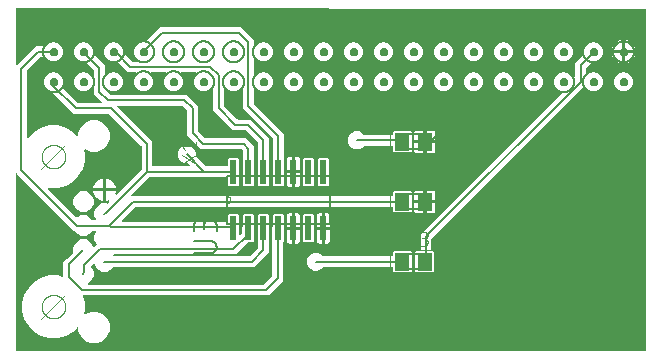
<source format=gbr>
G04 EAGLE Gerber X2 export*
%TF.Part,Single*%
%TF.FileFunction,FabricationDrawing*%
%TF.FilePolarity,Positive*%
%TF.GenerationSoftware,Autodesk,EAGLE,8.6.3*%
%TF.CreationDate,2019-02-20T16:21:40Z*%
G75*
%MOMM*%
%FSLAX34Y34*%
%LPD*%
%AMOC8*
5,1,8,0,0,1.08239X$1,22.5*%
G01*
%ADD10C,0.152400*%
%ADD11C,0.050800*%
%ADD12R,1.300000X1.500000*%
%ADD13C,0.101600*%
%ADD14R,0.650000X1.400000*%
%ADD15C,0.406400*%
%ADD16C,0.127000*%
%ADD17C,0.000000*%
%ADD18C,0.203200*%
%ADD19R,0.609600X2.057400*%
%ADD20C,0.025400*%

G36*
X539098Y242D02*
X539098Y242D01*
X539117Y240D01*
X539219Y262D01*
X539321Y279D01*
X539338Y288D01*
X539358Y292D01*
X539447Y345D01*
X539538Y394D01*
X539552Y408D01*
X539569Y418D01*
X539636Y497D01*
X539708Y572D01*
X539716Y590D01*
X539729Y605D01*
X539768Y701D01*
X539811Y795D01*
X539813Y815D01*
X539821Y833D01*
X539839Y1000D01*
X539839Y289098D01*
X539836Y289117D01*
X539838Y289136D01*
X539816Y289238D01*
X539800Y289340D01*
X539791Y289357D01*
X539786Y289376D01*
X539733Y289466D01*
X539684Y289558D01*
X539671Y289571D01*
X539661Y289588D01*
X539582Y289656D01*
X539506Y289727D01*
X539489Y289735D01*
X539474Y289748D01*
X539377Y289787D01*
X539283Y289831D01*
X539264Y289833D01*
X539246Y289840D01*
X539079Y289859D01*
X6923Y290820D01*
X6903Y290816D01*
X6883Y290819D01*
X6782Y290797D01*
X6681Y290780D01*
X6662Y290771D01*
X6642Y290766D01*
X6554Y290713D01*
X6463Y290666D01*
X6449Y290651D01*
X6431Y290640D01*
X6364Y290562D01*
X6293Y290488D01*
X6285Y290469D01*
X6271Y290453D01*
X6233Y290358D01*
X6189Y290265D01*
X6187Y290244D01*
X6179Y290225D01*
X6161Y290058D01*
X6161Y243065D01*
X6163Y243051D01*
X6162Y243038D01*
X6172Y242989D01*
X6174Y242923D01*
X6192Y242874D01*
X6200Y242823D01*
X6234Y242759D01*
X6259Y242692D01*
X6291Y242651D01*
X6316Y242605D01*
X6368Y242556D01*
X6412Y242500D01*
X6456Y242472D01*
X6494Y242436D01*
X6559Y242406D01*
X6619Y242367D01*
X6670Y242354D01*
X6717Y242332D01*
X6788Y242324D01*
X6858Y242307D01*
X6910Y242311D01*
X6961Y242305D01*
X7032Y242320D01*
X7103Y242326D01*
X7151Y242346D01*
X7202Y242357D01*
X7263Y242394D01*
X7329Y242422D01*
X7383Y242465D01*
X7394Y242471D01*
X7397Y242474D01*
X7413Y242484D01*
X7428Y242501D01*
X7460Y242527D01*
X9251Y244318D01*
X23506Y258573D01*
X30143Y258573D01*
X30233Y258587D01*
X30324Y258595D01*
X30354Y258607D01*
X30386Y258612D01*
X30467Y258655D01*
X30551Y258691D01*
X30583Y258717D01*
X30603Y258728D01*
X30626Y258751D01*
X30681Y258796D01*
X33208Y261322D01*
X36382Y262637D01*
X39818Y262637D01*
X42992Y261322D01*
X45422Y258892D01*
X46737Y255718D01*
X46737Y252282D01*
X45422Y249108D01*
X42992Y246678D01*
X39818Y245363D01*
X36382Y245363D01*
X33208Y246678D01*
X30681Y249204D01*
X30608Y249257D01*
X30538Y249317D01*
X30508Y249329D01*
X30482Y249348D01*
X30395Y249375D01*
X30310Y249409D01*
X30269Y249413D01*
X30247Y249420D01*
X30214Y249419D01*
X30143Y249427D01*
X27609Y249427D01*
X27519Y249413D01*
X27428Y249405D01*
X27399Y249393D01*
X27367Y249388D01*
X27286Y249345D01*
X27202Y249309D01*
X27170Y249283D01*
X27149Y249272D01*
X27127Y249249D01*
X27071Y249204D01*
X15718Y237851D01*
X15665Y237777D01*
X15605Y237707D01*
X15593Y237677D01*
X15574Y237651D01*
X15547Y237564D01*
X15513Y237479D01*
X15509Y237438D01*
X15502Y237416D01*
X15503Y237384D01*
X15495Y237313D01*
X15495Y181621D01*
X15502Y181574D01*
X15501Y181526D01*
X15522Y181453D01*
X15534Y181378D01*
X15557Y181336D01*
X15571Y181290D01*
X15614Y181228D01*
X15650Y181161D01*
X15684Y181128D01*
X15712Y181089D01*
X15773Y181044D01*
X15828Y180991D01*
X15872Y180971D01*
X15910Y180943D01*
X15982Y180920D01*
X16051Y180888D01*
X16099Y180883D01*
X16144Y180868D01*
X16220Y180869D01*
X16295Y180861D01*
X16342Y180871D01*
X16390Y180872D01*
X16462Y180897D01*
X16536Y180913D01*
X16577Y180938D01*
X16622Y180954D01*
X16682Y181000D01*
X16747Y181039D01*
X16778Y181076D01*
X16816Y181105D01*
X16892Y181209D01*
X16907Y181226D01*
X16909Y181232D01*
X16915Y181240D01*
X16961Y181320D01*
X21880Y186239D01*
X27903Y189716D01*
X34622Y191517D01*
X41578Y191517D01*
X48297Y189716D01*
X54320Y186239D01*
X57755Y182804D01*
X57813Y182762D01*
X57865Y182713D01*
X57912Y182691D01*
X57954Y182661D01*
X58023Y182640D01*
X58088Y182609D01*
X58140Y182604D01*
X58190Y182588D01*
X58261Y182590D01*
X58332Y182582D01*
X58383Y182593D01*
X58435Y182595D01*
X58503Y182619D01*
X58573Y182634D01*
X58618Y182661D01*
X58666Y182679D01*
X58722Y182724D01*
X58784Y182761D01*
X58818Y182800D01*
X58858Y182833D01*
X58897Y182893D01*
X58944Y182948D01*
X58963Y182996D01*
X58991Y183040D01*
X59009Y183109D01*
X59036Y183176D01*
X59044Y183247D01*
X59052Y183278D01*
X59050Y183301D01*
X59054Y183342D01*
X59054Y185279D01*
X61085Y190180D01*
X64836Y193931D01*
X69737Y195962D01*
X75043Y195962D01*
X79944Y193931D01*
X83695Y190180D01*
X85726Y185279D01*
X85726Y179973D01*
X83695Y175072D01*
X79944Y171321D01*
X75043Y169290D01*
X69737Y169290D01*
X65076Y171221D01*
X65055Y171226D01*
X65036Y171236D01*
X64935Y171254D01*
X64837Y171277D01*
X64815Y171275D01*
X64793Y171279D01*
X64693Y171264D01*
X64592Y171254D01*
X64572Y171245D01*
X64550Y171242D01*
X64460Y171195D01*
X64367Y171154D01*
X64351Y171139D01*
X64332Y171129D01*
X64261Y171056D01*
X64186Y170988D01*
X64176Y170968D01*
X64160Y170952D01*
X64117Y170861D01*
X64068Y170772D01*
X64064Y170750D01*
X64054Y170731D01*
X64042Y170630D01*
X64024Y170530D01*
X64027Y170508D01*
X64024Y170486D01*
X64050Y170321D01*
X64517Y168578D01*
X64517Y161622D01*
X62716Y154903D01*
X59239Y148880D01*
X54320Y143961D01*
X48297Y140484D01*
X41578Y138683D01*
X34622Y138683D01*
X34533Y138707D01*
X34485Y138712D01*
X34440Y138726D01*
X34364Y138724D01*
X34288Y138732D01*
X34242Y138721D01*
X34194Y138720D01*
X34122Y138694D01*
X34049Y138677D01*
X34008Y138652D01*
X33963Y138635D01*
X33903Y138588D01*
X33839Y138548D01*
X33808Y138511D01*
X33771Y138481D01*
X33730Y138418D01*
X33681Y138360D01*
X33664Y138315D01*
X33638Y138275D01*
X33619Y138201D01*
X33592Y138130D01*
X33589Y138083D01*
X33578Y138036D01*
X33583Y137960D01*
X33580Y137885D01*
X33593Y137839D01*
X33597Y137791D01*
X33626Y137721D01*
X33647Y137648D01*
X33674Y137609D01*
X33693Y137565D01*
X33773Y137464D01*
X33786Y137445D01*
X33791Y137441D01*
X33798Y137434D01*
X57380Y113851D01*
X57396Y113839D01*
X57409Y113824D01*
X57496Y113768D01*
X57580Y113708D01*
X57599Y113702D01*
X57616Y113691D01*
X57716Y113666D01*
X57815Y113635D01*
X57835Y113636D01*
X57854Y113631D01*
X57957Y113639D01*
X58061Y113642D01*
X58080Y113648D01*
X58100Y113650D01*
X58194Y113690D01*
X58292Y113726D01*
X58308Y113738D01*
X58326Y113746D01*
X58457Y113851D01*
X58608Y114002D01*
X61782Y115317D01*
X65218Y115317D01*
X68392Y114002D01*
X70919Y111476D01*
X70992Y111423D01*
X71062Y111363D01*
X71092Y111351D01*
X71118Y111332D01*
X71205Y111305D01*
X71290Y111271D01*
X71331Y111267D01*
X71353Y111260D01*
X71386Y111261D01*
X71457Y111253D01*
X73107Y111253D01*
X73152Y111260D01*
X73198Y111258D01*
X73273Y111280D01*
X73349Y111292D01*
X73390Y111314D01*
X73434Y111327D01*
X73498Y111371D01*
X73567Y111408D01*
X73598Y111441D01*
X73636Y111467D01*
X73683Y111530D01*
X73736Y111586D01*
X73756Y111628D01*
X73783Y111664D01*
X73807Y111738D01*
X73840Y111809D01*
X73845Y111855D01*
X73859Y111898D01*
X73858Y111976D01*
X73867Y112053D01*
X73857Y112098D01*
X73857Y112144D01*
X73819Y112276D01*
X73815Y112294D01*
X73812Y112298D01*
X73810Y112305D01*
X72643Y115122D01*
X72643Y118558D01*
X73958Y121732D01*
X76388Y124162D01*
X79562Y125477D01*
X82998Y125477D01*
X83207Y125390D01*
X83320Y125364D01*
X83434Y125335D01*
X83440Y125335D01*
X83446Y125334D01*
X83563Y125345D01*
X83679Y125354D01*
X83685Y125357D01*
X83691Y125357D01*
X83799Y125405D01*
X83905Y125450D01*
X83911Y125455D01*
X83916Y125457D01*
X83930Y125470D01*
X84036Y125555D01*
X85277Y126796D01*
X85316Y126851D01*
X85363Y126899D01*
X85388Y126950D01*
X85420Y126995D01*
X85440Y127060D01*
X85469Y127121D01*
X85476Y127177D01*
X85493Y127230D01*
X85491Y127298D01*
X85499Y127365D01*
X85488Y127420D01*
X85486Y127476D01*
X85463Y127540D01*
X85449Y127606D01*
X85421Y127655D01*
X85402Y127707D01*
X85359Y127760D01*
X85325Y127819D01*
X85283Y127856D01*
X85248Y127899D01*
X85191Y127936D01*
X85140Y127981D01*
X85088Y128002D01*
X85041Y128032D01*
X84975Y128049D01*
X84913Y128075D01*
X84857Y128079D01*
X84803Y128092D01*
X84735Y128087D01*
X84667Y128092D01*
X84590Y128076D01*
X84557Y128073D01*
X84538Y128065D01*
X84503Y128058D01*
X83540Y127745D01*
X82803Y127628D01*
X82803Y135637D01*
X90812Y135637D01*
X90695Y134900D01*
X90382Y133937D01*
X90372Y133870D01*
X90352Y133805D01*
X90353Y133749D01*
X90345Y133694D01*
X90357Y133627D01*
X90358Y133559D01*
X90378Y133507D01*
X90387Y133451D01*
X90420Y133392D01*
X90443Y133328D01*
X90478Y133284D01*
X90505Y133235D01*
X90554Y133189D01*
X90597Y133136D01*
X90644Y133106D01*
X90685Y133068D01*
X90746Y133040D01*
X90803Y133003D01*
X90858Y132989D01*
X90909Y132966D01*
X90976Y132960D01*
X91042Y132943D01*
X91098Y132947D01*
X91154Y132942D01*
X91220Y132957D01*
X91287Y132962D01*
X91339Y132984D01*
X91393Y132997D01*
X91451Y133032D01*
X91513Y133058D01*
X91575Y133108D01*
X91603Y133125D01*
X91617Y133141D01*
X91644Y133163D01*
X112552Y154071D01*
X112605Y154145D01*
X112665Y154215D01*
X112677Y154245D01*
X112696Y154271D01*
X112723Y154358D01*
X112757Y154443D01*
X112761Y154484D01*
X112768Y154506D01*
X112767Y154538D01*
X112775Y154609D01*
X112775Y173443D01*
X112761Y173533D01*
X112753Y173624D01*
X112741Y173653D01*
X112736Y173685D01*
X112693Y173766D01*
X112657Y173850D01*
X112631Y173882D01*
X112620Y173903D01*
X112597Y173925D01*
X112552Y173981D01*
X85329Y201204D01*
X85255Y201257D01*
X85185Y201317D01*
X85155Y201329D01*
X85129Y201348D01*
X85042Y201375D01*
X84957Y201409D01*
X84916Y201413D01*
X84894Y201420D01*
X84862Y201419D01*
X84791Y201427D01*
X55106Y201427D01*
X36793Y219740D01*
X36719Y219793D01*
X36649Y219853D01*
X36619Y219865D01*
X36593Y219884D01*
X36506Y219911D01*
X36421Y219945D01*
X36380Y219949D01*
X36358Y219956D01*
X36326Y219955D01*
X36255Y219963D01*
X34523Y219963D01*
X29463Y225023D01*
X29463Y232177D01*
X34523Y237237D01*
X41677Y237237D01*
X46737Y232177D01*
X46737Y225023D01*
X46129Y224415D01*
X46117Y224398D01*
X46102Y224386D01*
X46046Y224299D01*
X45985Y224215D01*
X45979Y224196D01*
X45969Y224179D01*
X45943Y224079D01*
X45913Y223980D01*
X45913Y223960D01*
X45909Y223941D01*
X45917Y223838D01*
X45919Y223734D01*
X45926Y223715D01*
X45928Y223695D01*
X45968Y223600D01*
X46004Y223503D01*
X46016Y223487D01*
X46024Y223469D01*
X46129Y223338D01*
X58671Y210796D01*
X58745Y210743D01*
X58815Y210683D01*
X58845Y210671D01*
X58871Y210652D01*
X58958Y210625D01*
X59043Y210591D01*
X59084Y210587D01*
X59106Y210580D01*
X59138Y210581D01*
X59209Y210573D01*
X78123Y210573D01*
X78193Y210584D01*
X78265Y210586D01*
X78314Y210604D01*
X78365Y210612D01*
X78429Y210646D01*
X78496Y210671D01*
X78537Y210703D01*
X78583Y210728D01*
X78632Y210780D01*
X78688Y210824D01*
X78716Y210868D01*
X78752Y210906D01*
X78782Y210971D01*
X78821Y211031D01*
X78834Y211082D01*
X78856Y211129D01*
X78864Y211200D01*
X78881Y211270D01*
X78877Y211322D01*
X78883Y211373D01*
X78868Y211444D01*
X78862Y211515D01*
X78842Y211563D01*
X78831Y211614D01*
X78794Y211675D01*
X78766Y211741D01*
X78721Y211797D01*
X78704Y211825D01*
X78687Y211840D01*
X78661Y211872D01*
X75329Y215204D01*
X72427Y218106D01*
X72427Y223475D01*
X72416Y223546D01*
X72414Y223618D01*
X72396Y223667D01*
X72388Y223718D01*
X72354Y223781D01*
X72329Y223849D01*
X72297Y223889D01*
X72272Y223935D01*
X72220Y223985D01*
X72176Y224041D01*
X72132Y224069D01*
X72094Y224105D01*
X72029Y224135D01*
X71969Y224174D01*
X71918Y224186D01*
X71871Y224208D01*
X71800Y224216D01*
X71730Y224234D01*
X71678Y224230D01*
X71627Y224236D01*
X71556Y224220D01*
X71485Y224215D01*
X71437Y224194D01*
X71386Y224183D01*
X71325Y224146D01*
X71259Y224118D01*
X71203Y224074D01*
X71175Y224057D01*
X71160Y224039D01*
X71128Y224014D01*
X67077Y219963D01*
X59923Y219963D01*
X54863Y225023D01*
X54863Y232177D01*
X59923Y237237D01*
X67077Y237237D01*
X71128Y233186D01*
X71186Y233145D01*
X71238Y233095D01*
X71285Y233073D01*
X71327Y233043D01*
X71396Y233022D01*
X71461Y232992D01*
X71513Y232986D01*
X71563Y232971D01*
X71634Y232972D01*
X71705Y232964D01*
X71756Y232976D01*
X71808Y232977D01*
X71876Y233002D01*
X71946Y233017D01*
X71991Y233043D01*
X72039Y233061D01*
X72095Y233106D01*
X72157Y233143D01*
X72191Y233182D01*
X72231Y233215D01*
X72270Y233275D01*
X72317Y233330D01*
X72336Y233378D01*
X72364Y233422D01*
X72382Y233491D01*
X72409Y233558D01*
X72417Y233629D01*
X72425Y233660D01*
X72423Y233684D01*
X72427Y233725D01*
X72427Y238291D01*
X72413Y238381D01*
X72405Y238472D01*
X72393Y238501D01*
X72388Y238533D01*
X72345Y238614D01*
X72309Y238698D01*
X72283Y238730D01*
X72272Y238751D01*
X72249Y238773D01*
X72204Y238829D01*
X65893Y245140D01*
X65819Y245193D01*
X65749Y245253D01*
X65719Y245265D01*
X65693Y245284D01*
X65606Y245311D01*
X65521Y245345D01*
X65480Y245349D01*
X65458Y245356D01*
X65426Y245355D01*
X65355Y245363D01*
X59923Y245363D01*
X54863Y250423D01*
X54863Y257577D01*
X59923Y262637D01*
X67077Y262637D01*
X72137Y257577D01*
X72137Y252145D01*
X72151Y252055D01*
X72159Y251964D01*
X72171Y251935D01*
X72176Y251903D01*
X72219Y251822D01*
X72255Y251738D01*
X72281Y251706D01*
X72292Y251685D01*
X72315Y251663D01*
X72360Y251607D01*
X81573Y242394D01*
X81573Y235325D01*
X81584Y235254D01*
X81586Y235182D01*
X81604Y235133D01*
X81612Y235082D01*
X81646Y235019D01*
X81671Y234951D01*
X81703Y234911D01*
X81728Y234865D01*
X81780Y234815D01*
X81824Y234759D01*
X81868Y234731D01*
X81906Y234695D01*
X81971Y234665D01*
X82031Y234626D01*
X82082Y234614D01*
X82129Y234592D01*
X82200Y234584D01*
X82270Y234566D01*
X82322Y234570D01*
X82373Y234564D01*
X82444Y234580D01*
X82515Y234585D01*
X82563Y234606D01*
X82614Y234617D01*
X82675Y234654D01*
X82741Y234682D01*
X82797Y234726D01*
X82825Y234743D01*
X82840Y234761D01*
X82872Y234786D01*
X85323Y237237D01*
X92477Y237237D01*
X97537Y232177D01*
X97537Y225023D01*
X92477Y219963D01*
X85341Y219963D01*
X85271Y219952D01*
X85199Y219950D01*
X85150Y219932D01*
X85099Y219924D01*
X85035Y219890D01*
X84968Y219865D01*
X84927Y219833D01*
X84881Y219808D01*
X84832Y219756D01*
X84776Y219712D01*
X84748Y219668D01*
X84712Y219630D01*
X84682Y219565D01*
X84643Y219505D01*
X84630Y219454D01*
X84608Y219407D01*
X84600Y219336D01*
X84583Y219266D01*
X84587Y219214D01*
X84581Y219163D01*
X84596Y219092D01*
X84602Y219021D01*
X84622Y218973D01*
X84633Y218922D01*
X84670Y218861D01*
X84698Y218795D01*
X84743Y218739D01*
X84760Y218711D01*
X84777Y218696D01*
X84803Y218664D01*
X85671Y217796D01*
X85745Y217743D01*
X85815Y217683D01*
X85845Y217671D01*
X85871Y217652D01*
X85958Y217625D01*
X86043Y217591D01*
X86084Y217587D01*
X86106Y217580D01*
X86138Y217581D01*
X86209Y217573D01*
X150894Y217573D01*
X153796Y214671D01*
X160573Y207894D01*
X160573Y187209D01*
X160587Y187119D01*
X160595Y187028D01*
X160607Y186999D01*
X160612Y186967D01*
X160655Y186886D01*
X160691Y186802D01*
X160717Y186770D01*
X160728Y186749D01*
X160751Y186727D01*
X160796Y186671D01*
X166671Y180796D01*
X166745Y180743D01*
X166815Y180683D01*
X166845Y180671D01*
X166871Y180652D01*
X166958Y180625D01*
X167043Y180591D01*
X167084Y180587D01*
X167106Y180580D01*
X167138Y180581D01*
X167209Y180573D01*
X200894Y180573D01*
X207773Y173694D01*
X207773Y141481D01*
X206880Y140588D01*
X199520Y140588D01*
X198627Y141481D01*
X198627Y169591D01*
X198613Y169681D01*
X198605Y169772D01*
X198593Y169801D01*
X198588Y169833D01*
X198545Y169914D01*
X198509Y169998D01*
X198483Y170030D01*
X198472Y170051D01*
X198449Y170073D01*
X198404Y170129D01*
X197329Y171204D01*
X197255Y171257D01*
X197185Y171317D01*
X197155Y171329D01*
X197129Y171348D01*
X197042Y171375D01*
X196957Y171409D01*
X196916Y171413D01*
X196894Y171420D01*
X196862Y171419D01*
X196791Y171427D01*
X163106Y171427D01*
X151427Y183106D01*
X151427Y203791D01*
X151413Y203881D01*
X151405Y203972D01*
X151393Y204001D01*
X151388Y204033D01*
X151345Y204114D01*
X151309Y204198D01*
X151283Y204230D01*
X151272Y204251D01*
X151249Y204273D01*
X151204Y204329D01*
X147329Y208204D01*
X147255Y208257D01*
X147185Y208317D01*
X147155Y208329D01*
X147129Y208348D01*
X147042Y208375D01*
X146957Y208409D01*
X146916Y208413D01*
X146894Y208420D01*
X146862Y208419D01*
X146791Y208427D01*
X92877Y208427D01*
X92807Y208416D01*
X92735Y208414D01*
X92686Y208396D01*
X92635Y208388D01*
X92571Y208354D01*
X92504Y208329D01*
X92463Y208297D01*
X92417Y208272D01*
X92368Y208220D01*
X92312Y208176D01*
X92284Y208132D01*
X92248Y208094D01*
X92218Y208029D01*
X92179Y207969D01*
X92166Y207918D01*
X92144Y207871D01*
X92136Y207800D01*
X92119Y207730D01*
X92123Y207678D01*
X92117Y207627D01*
X92132Y207556D01*
X92138Y207485D01*
X92158Y207437D01*
X92169Y207386D01*
X92206Y207325D01*
X92234Y207259D01*
X92279Y207203D01*
X92296Y207175D01*
X92313Y207160D01*
X92339Y207128D01*
X121921Y177546D01*
X121921Y157734D01*
X121924Y157714D01*
X121922Y157695D01*
X121944Y157593D01*
X121960Y157491D01*
X121970Y157474D01*
X121974Y157454D01*
X122027Y157365D01*
X122076Y157274D01*
X122090Y157260D01*
X122100Y157243D01*
X122179Y157176D01*
X122254Y157104D01*
X122272Y157096D01*
X122287Y157083D01*
X122383Y157044D01*
X122477Y157001D01*
X122497Y156999D01*
X122515Y156991D01*
X122682Y156973D01*
X152723Y156973D01*
X152793Y156984D01*
X152865Y156986D01*
X152914Y157004D01*
X152965Y157012D01*
X153029Y157046D01*
X153096Y157071D01*
X153137Y157103D01*
X153183Y157128D01*
X153232Y157180D01*
X153288Y157224D01*
X153316Y157268D01*
X153352Y157306D01*
X153382Y157371D01*
X153421Y157431D01*
X153434Y157482D01*
X153456Y157529D01*
X153464Y157600D01*
X153481Y157670D01*
X153477Y157722D01*
X153483Y157773D01*
X153468Y157844D01*
X153462Y157915D01*
X153442Y157963D01*
X153431Y158014D01*
X153394Y158075D01*
X153366Y158141D01*
X153321Y158197D01*
X153304Y158225D01*
X153287Y158240D01*
X153261Y158272D01*
X152313Y159220D01*
X152239Y159273D01*
X152169Y159333D01*
X152139Y159345D01*
X152113Y159364D01*
X152026Y159391D01*
X151941Y159425D01*
X151900Y159429D01*
X151878Y159436D01*
X151846Y159435D01*
X151775Y159443D01*
X149497Y159443D01*
X146719Y160594D01*
X144594Y162719D01*
X143443Y165497D01*
X143443Y168503D01*
X144594Y171281D01*
X146719Y173406D01*
X149497Y174557D01*
X152503Y174557D01*
X155281Y173406D01*
X157406Y171281D01*
X158557Y168503D01*
X158557Y166225D01*
X158571Y166135D01*
X158579Y166044D01*
X158591Y166015D01*
X158596Y165983D01*
X158639Y165902D01*
X158675Y165818D01*
X158701Y165786D01*
X158712Y165765D01*
X158735Y165743D01*
X158780Y165687D01*
X167271Y157196D01*
X167345Y157143D01*
X167415Y157083D01*
X167445Y157071D01*
X167471Y157052D01*
X167558Y157025D01*
X167643Y156991D01*
X167684Y156987D01*
X167706Y156980D01*
X167738Y156981D01*
X167809Y156973D01*
X185166Y156973D01*
X185186Y156976D01*
X185205Y156974D01*
X185307Y156996D01*
X185409Y157012D01*
X185426Y157022D01*
X185446Y157026D01*
X185535Y157079D01*
X185626Y157128D01*
X185640Y157142D01*
X185657Y157152D01*
X185724Y157231D01*
X185796Y157306D01*
X185804Y157324D01*
X185817Y157339D01*
X185856Y157435D01*
X185899Y157529D01*
X185901Y157549D01*
X185909Y157567D01*
X185927Y157734D01*
X185927Y163319D01*
X186820Y164212D01*
X194180Y164212D01*
X195073Y163319D01*
X195073Y141481D01*
X194180Y140588D01*
X186820Y140588D01*
X185927Y141481D01*
X185927Y147066D01*
X185924Y147086D01*
X185926Y147105D01*
X185904Y147207D01*
X185888Y147309D01*
X185878Y147326D01*
X185874Y147346D01*
X185821Y147435D01*
X185772Y147526D01*
X185758Y147540D01*
X185748Y147557D01*
X185669Y147624D01*
X185594Y147696D01*
X185576Y147704D01*
X185561Y147717D01*
X185465Y147756D01*
X185371Y147799D01*
X185351Y147801D01*
X185333Y147809D01*
X185166Y147827D01*
X119557Y147827D01*
X119467Y147813D01*
X119376Y147805D01*
X119347Y147793D01*
X119315Y147788D01*
X119234Y147745D01*
X119150Y147709D01*
X119118Y147683D01*
X119097Y147672D01*
X119075Y147649D01*
X119019Y147604D01*
X104287Y132872D01*
X104245Y132814D01*
X104196Y132762D01*
X104174Y132715D01*
X104144Y132673D01*
X104122Y132604D01*
X104092Y132539D01*
X104086Y132487D01*
X104071Y132437D01*
X104073Y132366D01*
X104065Y132295D01*
X104076Y132244D01*
X104078Y132192D01*
X104102Y132124D01*
X104117Y132054D01*
X104144Y132009D01*
X104162Y131961D01*
X104207Y131905D01*
X104244Y131843D01*
X104283Y131809D01*
X104316Y131769D01*
X104376Y131730D01*
X104430Y131683D01*
X104479Y131664D01*
X104523Y131636D01*
X104592Y131618D01*
X104659Y131591D01*
X104730Y131583D01*
X104761Y131575D01*
X104784Y131577D01*
X104825Y131573D01*
X324614Y131573D01*
X324634Y131576D01*
X324653Y131574D01*
X324755Y131596D01*
X324857Y131612D01*
X324874Y131622D01*
X324894Y131626D01*
X324983Y131679D01*
X325074Y131728D01*
X325088Y131742D01*
X325105Y131752D01*
X325172Y131831D01*
X325244Y131906D01*
X325252Y131924D01*
X325265Y131939D01*
X325304Y132035D01*
X325347Y132129D01*
X325349Y132149D01*
X325357Y132167D01*
X325375Y132334D01*
X325375Y135132D01*
X326268Y136025D01*
X340532Y136025D01*
X341425Y135132D01*
X341425Y118868D01*
X340532Y117975D01*
X326268Y117975D01*
X325375Y118868D01*
X325375Y121666D01*
X325372Y121686D01*
X325374Y121705D01*
X325352Y121807D01*
X325336Y121909D01*
X325326Y121926D01*
X325322Y121946D01*
X325269Y122035D01*
X325220Y122126D01*
X325206Y122140D01*
X325196Y122157D01*
X325117Y122224D01*
X325042Y122296D01*
X325024Y122304D01*
X325009Y122317D01*
X324913Y122356D01*
X324819Y122399D01*
X324799Y122401D01*
X324781Y122409D01*
X324614Y122427D01*
X107873Y122427D01*
X107783Y122413D01*
X107692Y122405D01*
X107663Y122393D01*
X107631Y122388D01*
X107550Y122345D01*
X107466Y122309D01*
X107434Y122283D01*
X107413Y122272D01*
X107391Y122249D01*
X107335Y122204D01*
X96159Y111028D01*
X96117Y110970D01*
X96068Y110918D01*
X96046Y110871D01*
X96016Y110829D01*
X95994Y110760D01*
X95964Y110695D01*
X95959Y110643D01*
X95943Y110593D01*
X95945Y110522D01*
X95937Y110451D01*
X95948Y110400D01*
X95950Y110348D01*
X95974Y110280D01*
X95989Y110210D01*
X96016Y110165D01*
X96034Y110117D01*
X96079Y110061D01*
X96116Y109999D01*
X96155Y109965D01*
X96188Y109925D01*
X96248Y109886D01*
X96302Y109839D01*
X96351Y109820D01*
X96395Y109792D01*
X96464Y109774D01*
X96531Y109747D01*
X96602Y109739D01*
X96633Y109731D01*
X96656Y109733D01*
X96697Y109729D01*
X185166Y109729D01*
X185186Y109732D01*
X185205Y109730D01*
X185307Y109752D01*
X185409Y109768D01*
X185426Y109778D01*
X185446Y109782D01*
X185535Y109835D01*
X185626Y109884D01*
X185640Y109898D01*
X185657Y109908D01*
X185724Y109987D01*
X185796Y110062D01*
X185804Y110080D01*
X185817Y110095D01*
X185856Y110191D01*
X185899Y110285D01*
X185901Y110305D01*
X185909Y110323D01*
X185927Y110490D01*
X185927Y115313D01*
X186820Y116206D01*
X194180Y116206D01*
X195073Y115313D01*
X195073Y99745D01*
X195084Y99675D01*
X195086Y99603D01*
X195104Y99554D01*
X195112Y99503D01*
X195146Y99439D01*
X195171Y99372D01*
X195203Y99331D01*
X195228Y99285D01*
X195280Y99236D01*
X195324Y99180D01*
X195368Y99152D01*
X195406Y99116D01*
X195471Y99086D01*
X195531Y99047D01*
X195582Y99034D01*
X195629Y99012D01*
X195700Y99004D01*
X195770Y98987D01*
X195822Y98991D01*
X195873Y98985D01*
X195944Y99000D01*
X196015Y99006D01*
X196063Y99026D01*
X196114Y99037D01*
X196175Y99074D01*
X196241Y99102D01*
X196297Y99147D01*
X196325Y99164D01*
X196340Y99181D01*
X196372Y99207D01*
X197896Y100731D01*
X197949Y100805D01*
X198009Y100875D01*
X198021Y100905D01*
X198040Y100931D01*
X198067Y101018D01*
X198101Y101103D01*
X198105Y101144D01*
X198112Y101166D01*
X198111Y101198D01*
X198119Y101269D01*
X198119Y103104D01*
X198115Y103127D01*
X198104Y103253D01*
X197837Y104592D01*
X197991Y104825D01*
X197998Y104840D01*
X198009Y104852D01*
X198049Y104952D01*
X198093Y105049D01*
X198095Y105065D01*
X198101Y105080D01*
X198119Y105247D01*
X198119Y105526D01*
X198404Y105811D01*
X198457Y105885D01*
X198517Y105955D01*
X198529Y105985D01*
X198548Y106011D01*
X198575Y106098D01*
X198609Y106183D01*
X198613Y106224D01*
X198620Y106246D01*
X198619Y106278D01*
X198627Y106349D01*
X198627Y115313D01*
X199520Y116206D01*
X206880Y116206D01*
X207773Y115313D01*
X207773Y104922D01*
X207777Y104899D01*
X207788Y104773D01*
X208055Y103434D01*
X207901Y103201D01*
X207894Y103186D01*
X207883Y103174D01*
X207843Y103074D01*
X207799Y102977D01*
X207797Y102961D01*
X207791Y102946D01*
X207773Y102779D01*
X207773Y93475D01*
X206880Y92582D01*
X202996Y92582D01*
X202906Y92568D01*
X202815Y92560D01*
X202786Y92548D01*
X202754Y92543D01*
X202673Y92500D01*
X202589Y92464D01*
X202557Y92438D01*
X202536Y92427D01*
X202514Y92404D01*
X202458Y92359D01*
X192394Y82295D01*
X89237Y82295D01*
X89167Y82284D01*
X89096Y82282D01*
X89046Y82264D01*
X88994Y82256D01*
X88932Y82223D01*
X88865Y82198D01*
X88823Y82165D01*
X88777Y82140D01*
X88728Y82089D01*
X88673Y82045D01*
X88644Y82001D01*
X88607Y81962D01*
X88577Y81898D01*
X88539Y81839D01*
X88526Y81787D01*
X88504Y81739D01*
X88496Y81669D01*
X88478Y81600D01*
X88482Y81547D01*
X88477Y81495D01*
X88492Y81425D01*
X88497Y81355D01*
X88517Y81306D01*
X88529Y81254D01*
X88565Y81194D01*
X88592Y81128D01*
X88628Y81089D01*
X88655Y81043D01*
X88709Y80997D01*
X88755Y80944D01*
X88817Y80904D01*
X88842Y80883D01*
X88863Y80875D01*
X88896Y80853D01*
X88984Y80826D01*
X89070Y80791D01*
X89110Y80787D01*
X89131Y80780D01*
X89164Y80781D01*
X89237Y80773D01*
X203991Y80773D01*
X204081Y80787D01*
X204172Y80795D01*
X204201Y80807D01*
X204233Y80812D01*
X204314Y80855D01*
X204398Y80891D01*
X204430Y80917D01*
X204451Y80928D01*
X204473Y80951D01*
X204529Y80996D01*
X211104Y87571D01*
X211157Y87645D01*
X211217Y87715D01*
X211229Y87745D01*
X211248Y87771D01*
X211275Y87858D01*
X211309Y87943D01*
X211313Y87984D01*
X211320Y88006D01*
X211319Y88038D01*
X211327Y88109D01*
X211327Y115313D01*
X212220Y116206D01*
X219580Y116206D01*
X220473Y115313D01*
X220473Y84006D01*
X208094Y71627D01*
X89237Y71627D01*
X89147Y71613D01*
X89056Y71605D01*
X89026Y71593D01*
X88994Y71588D01*
X88913Y71545D01*
X88829Y71509D01*
X88797Y71483D01*
X88777Y71472D01*
X88754Y71449D01*
X88699Y71404D01*
X86172Y68878D01*
X82998Y67563D01*
X79562Y67563D01*
X76388Y68878D01*
X73958Y71308D01*
X72834Y74022D01*
X72809Y74061D01*
X72794Y74104D01*
X72745Y74165D01*
X72704Y74231D01*
X72669Y74261D01*
X72640Y74296D01*
X72575Y74339D01*
X72515Y74388D01*
X72472Y74405D01*
X72433Y74429D01*
X72358Y74449D01*
X72285Y74476D01*
X72239Y74478D01*
X72195Y74490D01*
X72117Y74484D01*
X72039Y74487D01*
X71995Y74474D01*
X71949Y74470D01*
X71878Y74440D01*
X71803Y74418D01*
X71765Y74392D01*
X71723Y74374D01*
X71616Y74289D01*
X71601Y74278D01*
X71598Y74274D01*
X71592Y74269D01*
X70077Y72754D01*
X70065Y72738D01*
X70050Y72725D01*
X69994Y72638D01*
X69933Y72554D01*
X69927Y72535D01*
X69917Y72518D01*
X69891Y72418D01*
X69861Y72319D01*
X69861Y72299D01*
X69857Y72280D01*
X69865Y72177D01*
X69867Y72073D01*
X69874Y72054D01*
X69876Y72035D01*
X69916Y71940D01*
X69952Y71842D01*
X69964Y71827D01*
X69972Y71808D01*
X70077Y71677D01*
X70822Y70932D01*
X72137Y67758D01*
X72137Y64322D01*
X70822Y61148D01*
X68392Y58718D01*
X67516Y58355D01*
X67433Y58304D01*
X67347Y58258D01*
X67329Y58239D01*
X67307Y58225D01*
X67245Y58150D01*
X67178Y58080D01*
X67167Y58056D01*
X67150Y58036D01*
X67115Y57945D01*
X67074Y57857D01*
X67071Y57831D01*
X67062Y57806D01*
X67058Y57709D01*
X67047Y57612D01*
X67052Y57587D01*
X67051Y57561D01*
X67078Y57467D01*
X67099Y57372D01*
X67112Y57349D01*
X67120Y57324D01*
X67175Y57244D01*
X67225Y57161D01*
X67245Y57144D01*
X67260Y57122D01*
X67338Y57064D01*
X67412Y57001D01*
X67436Y56991D01*
X67457Y56976D01*
X67550Y56945D01*
X67640Y56909D01*
X67673Y56905D01*
X67691Y56899D01*
X67724Y56900D01*
X67807Y56890D01*
X216108Y56890D01*
X216198Y56905D01*
X216289Y56912D01*
X216319Y56925D01*
X216351Y56930D01*
X216432Y56973D01*
X216516Y57009D01*
X216548Y57034D01*
X216568Y57045D01*
X216591Y57069D01*
X216647Y57113D01*
X223204Y63671D01*
X223250Y63735D01*
X223270Y63756D01*
X223274Y63764D01*
X223317Y63815D01*
X223329Y63845D01*
X223348Y63871D01*
X223375Y63958D01*
X223409Y64043D01*
X223413Y64084D01*
X223420Y64106D01*
X223419Y64138D01*
X223427Y64209D01*
X223427Y105688D01*
X223804Y106065D01*
X223858Y106139D01*
X223917Y106209D01*
X223929Y106239D01*
X223948Y106265D01*
X223975Y106352D01*
X224009Y106437D01*
X224013Y106478D01*
X224020Y106500D01*
X224019Y106532D01*
X224027Y106603D01*
X224027Y115313D01*
X224920Y116206D01*
X232280Y116206D01*
X233173Y115313D01*
X233173Y93475D01*
X232796Y93098D01*
X232743Y93024D01*
X232683Y92955D01*
X232671Y92925D01*
X232652Y92899D01*
X232625Y92812D01*
X232591Y92727D01*
X232587Y92686D01*
X232580Y92664D01*
X232581Y92631D01*
X232573Y92560D01*
X232573Y60106D01*
X220212Y47745D01*
X63856Y47745D01*
X63739Y47726D01*
X63621Y47708D01*
X63618Y47706D01*
X63614Y47705D01*
X63508Y47649D01*
X63403Y47595D01*
X63400Y47592D01*
X63396Y47590D01*
X63314Y47504D01*
X63232Y47419D01*
X63230Y47415D01*
X63227Y47412D01*
X63177Y47304D01*
X63125Y47197D01*
X63125Y47193D01*
X63123Y47189D01*
X63110Y47071D01*
X63096Y46953D01*
X63096Y46948D01*
X63096Y46944D01*
X63099Y46931D01*
X63121Y46787D01*
X64517Y41578D01*
X64517Y34622D01*
X64050Y32879D01*
X64048Y32857D01*
X64040Y32837D01*
X64035Y32736D01*
X64025Y32635D01*
X64030Y32613D01*
X64029Y32591D01*
X64058Y32494D01*
X64080Y32395D01*
X64092Y32376D01*
X64098Y32355D01*
X64156Y32272D01*
X64209Y32185D01*
X64226Y32171D01*
X64238Y32153D01*
X64319Y32092D01*
X64397Y32027D01*
X64418Y32019D01*
X64435Y32006D01*
X64532Y31975D01*
X64626Y31938D01*
X64648Y31937D01*
X64669Y31930D01*
X64771Y31931D01*
X64872Y31926D01*
X64893Y31932D01*
X64915Y31932D01*
X65076Y31979D01*
X69737Y33910D01*
X75043Y33910D01*
X79944Y31879D01*
X83695Y28128D01*
X85726Y23227D01*
X85726Y17921D01*
X83695Y13020D01*
X79944Y9269D01*
X75043Y7238D01*
X69737Y7238D01*
X64836Y9269D01*
X61085Y13020D01*
X59054Y17921D01*
X59054Y19858D01*
X59043Y19928D01*
X59041Y20000D01*
X59023Y20049D01*
X59015Y20100D01*
X58981Y20164D01*
X58956Y20231D01*
X58924Y20272D01*
X58899Y20318D01*
X58847Y20367D01*
X58803Y20423D01*
X58759Y20451D01*
X58721Y20487D01*
X58656Y20517D01*
X58596Y20556D01*
X58545Y20569D01*
X58498Y20591D01*
X58427Y20599D01*
X58357Y20616D01*
X58305Y20612D01*
X58254Y20618D01*
X58183Y20603D01*
X58112Y20597D01*
X58064Y20577D01*
X58013Y20566D01*
X57952Y20529D01*
X57886Y20501D01*
X57830Y20456D01*
X57802Y20439D01*
X57787Y20422D01*
X57755Y20396D01*
X54320Y16961D01*
X48297Y13484D01*
X41578Y11683D01*
X34622Y11683D01*
X27903Y13484D01*
X21880Y16961D01*
X16961Y21880D01*
X13484Y27903D01*
X11683Y34622D01*
X11683Y41578D01*
X13484Y48297D01*
X16961Y54320D01*
X21880Y59239D01*
X27903Y62716D01*
X34622Y64517D01*
X41578Y64517D01*
X45469Y63474D01*
X45588Y63462D01*
X45705Y63449D01*
X45710Y63450D01*
X45714Y63450D01*
X45829Y63476D01*
X45946Y63501D01*
X45949Y63504D01*
X45954Y63505D01*
X46055Y63567D01*
X46157Y63628D01*
X46160Y63631D01*
X46163Y63633D01*
X46240Y63724D01*
X46317Y63815D01*
X46318Y63818D01*
X46321Y63822D01*
X46364Y63932D01*
X46409Y64043D01*
X46409Y64048D01*
X46411Y64051D01*
X46411Y64064D01*
X46427Y64209D01*
X46427Y75754D01*
X49329Y78656D01*
X54640Y83967D01*
X54693Y84041D01*
X54753Y84111D01*
X54765Y84141D01*
X54784Y84167D01*
X54811Y84254D01*
X54845Y84339D01*
X54849Y84380D01*
X54856Y84402D01*
X54855Y84434D01*
X54863Y84505D01*
X54863Y88078D01*
X56178Y91252D01*
X58608Y93682D01*
X61782Y94997D01*
X65218Y94997D01*
X68392Y93682D01*
X70822Y91252D01*
X71798Y88897D01*
X71822Y88858D01*
X71837Y88815D01*
X71886Y88754D01*
X71927Y88688D01*
X71962Y88659D01*
X71991Y88623D01*
X72057Y88581D01*
X72117Y88531D01*
X72159Y88515D01*
X72198Y88490D01*
X72274Y88471D01*
X72346Y88443D01*
X72392Y88441D01*
X72437Y88430D01*
X72514Y88436D01*
X72592Y88432D01*
X72636Y88445D01*
X72682Y88449D01*
X72753Y88479D01*
X72828Y88501D01*
X72866Y88527D01*
X72908Y88545D01*
X73015Y88631D01*
X73030Y88641D01*
X73033Y88645D01*
X73039Y88650D01*
X74449Y90060D01*
X74461Y90076D01*
X74476Y90089D01*
X74532Y90176D01*
X74593Y90260D01*
X74599Y90279D01*
X74609Y90296D01*
X74635Y90396D01*
X74665Y90495D01*
X74665Y90515D01*
X74669Y90534D01*
X74661Y90637D01*
X74659Y90741D01*
X74652Y90760D01*
X74650Y90779D01*
X74610Y90875D01*
X74574Y90972D01*
X74562Y90987D01*
X74554Y91006D01*
X74449Y91137D01*
X73958Y91628D01*
X72643Y94802D01*
X72643Y98238D01*
X73810Y101055D01*
X73820Y101099D01*
X73840Y101141D01*
X73848Y101218D01*
X73866Y101294D01*
X73862Y101340D01*
X73867Y101385D01*
X73850Y101462D01*
X73843Y101539D01*
X73824Y101581D01*
X73815Y101626D01*
X73775Y101693D01*
X73743Y101764D01*
X73712Y101798D01*
X73688Y101837D01*
X73629Y101888D01*
X73577Y101945D01*
X73536Y101967D01*
X73502Y101997D01*
X73429Y102026D01*
X73361Y102063D01*
X73316Y102072D01*
X73273Y102089D01*
X73137Y102104D01*
X73119Y102107D01*
X73114Y102106D01*
X73107Y102107D01*
X71457Y102107D01*
X71367Y102093D01*
X71276Y102085D01*
X71246Y102073D01*
X71214Y102068D01*
X71133Y102025D01*
X71049Y101989D01*
X71017Y101963D01*
X70997Y101952D01*
X70974Y101929D01*
X70919Y101884D01*
X68392Y99358D01*
X65218Y98043D01*
X61782Y98043D01*
X58608Y99358D01*
X56178Y101788D01*
X56001Y102214D01*
X55967Y102270D01*
X55941Y102330D01*
X55889Y102395D01*
X55872Y102423D01*
X55857Y102436D01*
X55836Y102461D01*
X7460Y150837D01*
X7402Y150879D01*
X7350Y150929D01*
X7303Y150951D01*
X7261Y150981D01*
X7192Y151002D01*
X7127Y151032D01*
X7075Y151038D01*
X7025Y151053D01*
X6954Y151051D01*
X6883Y151059D01*
X6832Y151048D01*
X6780Y151047D01*
X6712Y151022D01*
X6642Y151007D01*
X6598Y150980D01*
X6549Y150963D01*
X6493Y150918D01*
X6431Y150881D01*
X6397Y150841D01*
X6357Y150809D01*
X6318Y150749D01*
X6271Y150694D01*
X6252Y150646D01*
X6224Y150602D01*
X6206Y150532D01*
X6179Y150466D01*
X6171Y150395D01*
X6163Y150363D01*
X6165Y150340D01*
X6161Y150299D01*
X6161Y1000D01*
X6164Y980D01*
X6162Y961D01*
X6184Y859D01*
X6200Y757D01*
X6210Y740D01*
X6214Y720D01*
X6267Y631D01*
X6316Y540D01*
X6330Y526D01*
X6340Y509D01*
X6419Y442D01*
X6494Y371D01*
X6512Y362D01*
X6527Y349D01*
X6623Y310D01*
X6717Y267D01*
X6737Y265D01*
X6755Y257D01*
X6922Y239D01*
X539078Y239D01*
X539098Y242D01*
G37*
%LPC*%
G36*
X212220Y140588D02*
X212220Y140588D01*
X211327Y141481D01*
X211327Y176891D01*
X211313Y176981D01*
X211305Y177072D01*
X211293Y177101D01*
X211288Y177133D01*
X211245Y177214D01*
X211209Y177298D01*
X211183Y177330D01*
X211172Y177351D01*
X211149Y177373D01*
X211104Y177429D01*
X201329Y187204D01*
X201255Y187257D01*
X201185Y187317D01*
X201155Y187329D01*
X201129Y187348D01*
X201042Y187375D01*
X200957Y187409D01*
X200916Y187413D01*
X200894Y187420D01*
X200862Y187419D01*
X200791Y187427D01*
X190106Y187427D01*
X173427Y204106D01*
X173427Y222875D01*
X173416Y222946D01*
X173414Y223018D01*
X173396Y223067D01*
X173388Y223118D01*
X173354Y223181D01*
X173329Y223249D01*
X173297Y223289D01*
X173272Y223335D01*
X173220Y223385D01*
X173176Y223441D01*
X173132Y223469D01*
X173094Y223505D01*
X173029Y223535D01*
X172969Y223574D01*
X172918Y223586D01*
X172871Y223608D01*
X172800Y223616D01*
X172730Y223634D01*
X172678Y223630D01*
X172627Y223636D01*
X172556Y223620D01*
X172485Y223615D01*
X172437Y223594D01*
X172386Y223583D01*
X172325Y223546D01*
X172259Y223518D01*
X172203Y223474D01*
X172175Y223457D01*
X172160Y223439D01*
X172128Y223414D01*
X168677Y219963D01*
X161523Y219963D01*
X156463Y225023D01*
X156463Y232177D01*
X159414Y235128D01*
X159455Y235186D01*
X159505Y235238D01*
X159527Y235285D01*
X159557Y235327D01*
X159578Y235396D01*
X159608Y235461D01*
X159614Y235513D01*
X159629Y235563D01*
X159628Y235634D01*
X159636Y235705D01*
X159624Y235756D01*
X159623Y235808D01*
X159598Y235876D01*
X159583Y235946D01*
X159557Y235991D01*
X159539Y236039D01*
X159494Y236095D01*
X159457Y236157D01*
X159418Y236191D01*
X159385Y236231D01*
X159325Y236270D01*
X159270Y236317D01*
X159222Y236336D01*
X159178Y236364D01*
X159109Y236382D01*
X159042Y236409D01*
X158971Y236417D01*
X158940Y236425D01*
X158916Y236423D01*
X158875Y236427D01*
X145925Y236427D01*
X145854Y236416D01*
X145782Y236414D01*
X145733Y236396D01*
X145682Y236388D01*
X145619Y236354D01*
X145551Y236329D01*
X145511Y236297D01*
X145465Y236272D01*
X145415Y236220D01*
X145359Y236176D01*
X145331Y236132D01*
X145295Y236094D01*
X145265Y236029D01*
X145226Y235969D01*
X145214Y235918D01*
X145192Y235871D01*
X145184Y235800D01*
X145166Y235730D01*
X145170Y235678D01*
X145164Y235627D01*
X145180Y235556D01*
X145185Y235485D01*
X145206Y235437D01*
X145217Y235386D01*
X145254Y235325D01*
X145282Y235259D01*
X145326Y235203D01*
X145343Y235175D01*
X145361Y235160D01*
X145386Y235128D01*
X148337Y232177D01*
X148337Y225023D01*
X143277Y219963D01*
X136123Y219963D01*
X131063Y225023D01*
X131063Y232177D01*
X134014Y235128D01*
X134055Y235186D01*
X134105Y235238D01*
X134127Y235285D01*
X134157Y235327D01*
X134178Y235396D01*
X134208Y235461D01*
X134214Y235513D01*
X134229Y235563D01*
X134228Y235634D01*
X134236Y235705D01*
X134224Y235756D01*
X134223Y235808D01*
X134198Y235876D01*
X134183Y235946D01*
X134157Y235991D01*
X134139Y236039D01*
X134094Y236095D01*
X134057Y236157D01*
X134018Y236191D01*
X133985Y236231D01*
X133925Y236270D01*
X133870Y236317D01*
X133822Y236336D01*
X133778Y236364D01*
X133709Y236382D01*
X133642Y236409D01*
X133571Y236417D01*
X133540Y236425D01*
X133516Y236423D01*
X133475Y236427D01*
X120525Y236427D01*
X120454Y236416D01*
X120382Y236414D01*
X120333Y236396D01*
X120282Y236388D01*
X120219Y236354D01*
X120151Y236329D01*
X120111Y236297D01*
X120065Y236272D01*
X120015Y236220D01*
X119959Y236176D01*
X119931Y236132D01*
X119895Y236094D01*
X119865Y236029D01*
X119826Y235969D01*
X119814Y235918D01*
X119792Y235871D01*
X119784Y235800D01*
X119766Y235730D01*
X119770Y235678D01*
X119764Y235627D01*
X119780Y235556D01*
X119785Y235485D01*
X119806Y235437D01*
X119817Y235386D01*
X119854Y235325D01*
X119882Y235259D01*
X119926Y235203D01*
X119943Y235175D01*
X119961Y235160D01*
X119986Y235128D01*
X122937Y232177D01*
X122937Y225023D01*
X117877Y219963D01*
X110723Y219963D01*
X105663Y225023D01*
X105663Y232177D01*
X108614Y235128D01*
X108655Y235186D01*
X108705Y235238D01*
X108727Y235285D01*
X108757Y235327D01*
X108778Y235396D01*
X108808Y235461D01*
X108814Y235513D01*
X108829Y235563D01*
X108828Y235634D01*
X108836Y235705D01*
X108824Y235756D01*
X108823Y235808D01*
X108798Y235876D01*
X108783Y235946D01*
X108757Y235991D01*
X108739Y236039D01*
X108694Y236095D01*
X108657Y236157D01*
X108618Y236191D01*
X108585Y236231D01*
X108525Y236270D01*
X108470Y236317D01*
X108422Y236336D01*
X108378Y236364D01*
X108309Y236382D01*
X108242Y236409D01*
X108171Y236417D01*
X108140Y236425D01*
X108116Y236423D01*
X108075Y236427D01*
X101106Y236427D01*
X92393Y245140D01*
X92319Y245193D01*
X92249Y245253D01*
X92219Y245265D01*
X92193Y245284D01*
X92106Y245311D01*
X92021Y245345D01*
X91980Y245349D01*
X91958Y245356D01*
X91926Y245355D01*
X91855Y245363D01*
X85323Y245363D01*
X80263Y250423D01*
X80263Y257577D01*
X85323Y262637D01*
X92477Y262637D01*
X97537Y257577D01*
X97537Y253245D01*
X97551Y253155D01*
X97559Y253064D01*
X97571Y253035D01*
X97576Y253003D01*
X97619Y252922D01*
X97655Y252838D01*
X97681Y252806D01*
X97692Y252785D01*
X97715Y252763D01*
X97760Y252707D01*
X104671Y245796D01*
X104745Y245743D01*
X104815Y245683D01*
X104845Y245671D01*
X104871Y245652D01*
X104958Y245625D01*
X105043Y245591D01*
X105084Y245587D01*
X105106Y245580D01*
X105138Y245581D01*
X105209Y245573D01*
X108675Y245573D01*
X108746Y245584D01*
X108818Y245586D01*
X108867Y245604D01*
X108918Y245612D01*
X108981Y245646D01*
X109049Y245671D01*
X109089Y245703D01*
X109135Y245728D01*
X109185Y245780D01*
X109241Y245824D01*
X109269Y245868D01*
X109305Y245906D01*
X109335Y245971D01*
X109374Y246031D01*
X109386Y246082D01*
X109408Y246129D01*
X109416Y246200D01*
X109434Y246270D01*
X109430Y246322D01*
X109436Y246373D01*
X109420Y246444D01*
X109415Y246515D01*
X109394Y246563D01*
X109383Y246614D01*
X109346Y246675D01*
X109318Y246741D01*
X109274Y246797D01*
X109257Y246825D01*
X109239Y246840D01*
X109214Y246872D01*
X105663Y250423D01*
X105663Y257577D01*
X110723Y262637D01*
X116155Y262637D01*
X116245Y262651D01*
X116336Y262659D01*
X116365Y262671D01*
X116397Y262676D01*
X116478Y262719D01*
X116562Y262755D01*
X116594Y262781D01*
X116615Y262792D01*
X116637Y262815D01*
X116693Y262860D01*
X128406Y274573D01*
X196894Y274573D01*
X207573Y263894D01*
X207573Y259725D01*
X207584Y259654D01*
X207586Y259582D01*
X207604Y259533D01*
X207612Y259482D01*
X207646Y259419D01*
X207671Y259351D01*
X207703Y259311D01*
X207728Y259265D01*
X207780Y259215D01*
X207824Y259159D01*
X207868Y259131D01*
X207906Y259095D01*
X207971Y259065D01*
X208031Y259026D01*
X208082Y259014D01*
X208129Y258992D01*
X208200Y258984D01*
X208270Y258966D01*
X208322Y258970D01*
X208373Y258964D01*
X208444Y258980D01*
X208515Y258985D01*
X208563Y259006D01*
X208614Y259017D01*
X208675Y259054D01*
X208741Y259082D01*
X208797Y259126D01*
X208825Y259143D01*
X208840Y259161D01*
X208872Y259186D01*
X212323Y262637D01*
X219477Y262637D01*
X224537Y257577D01*
X224537Y250423D01*
X219477Y245363D01*
X212323Y245363D01*
X208872Y248814D01*
X208814Y248855D01*
X208762Y248905D01*
X208715Y248927D01*
X208673Y248957D01*
X208604Y248978D01*
X208539Y249008D01*
X208487Y249014D01*
X208437Y249029D01*
X208366Y249028D01*
X208295Y249036D01*
X208244Y249024D01*
X208192Y249023D01*
X208124Y248998D01*
X208054Y248983D01*
X208009Y248957D01*
X207961Y248939D01*
X207905Y248894D01*
X207843Y248857D01*
X207809Y248818D01*
X207769Y248785D01*
X207730Y248725D01*
X207683Y248670D01*
X207664Y248622D01*
X207636Y248578D01*
X207618Y248509D01*
X207591Y248442D01*
X207583Y248371D01*
X207575Y248340D01*
X207577Y248316D01*
X207573Y248275D01*
X207573Y234325D01*
X207584Y234254D01*
X207586Y234182D01*
X207604Y234133D01*
X207612Y234082D01*
X207646Y234019D01*
X207671Y233951D01*
X207703Y233911D01*
X207728Y233865D01*
X207780Y233815D01*
X207824Y233759D01*
X207868Y233731D01*
X207906Y233695D01*
X207971Y233665D01*
X208031Y233626D01*
X208082Y233614D01*
X208129Y233592D01*
X208200Y233584D01*
X208270Y233566D01*
X208322Y233570D01*
X208373Y233564D01*
X208444Y233580D01*
X208515Y233585D01*
X208563Y233606D01*
X208614Y233617D01*
X208675Y233654D01*
X208741Y233682D01*
X208797Y233726D01*
X208825Y233743D01*
X208840Y233761D01*
X208872Y233786D01*
X212323Y237237D01*
X219477Y237237D01*
X224537Y232177D01*
X224537Y225023D01*
X219477Y219963D01*
X212323Y219963D01*
X208872Y223414D01*
X208814Y223455D01*
X208762Y223505D01*
X208715Y223527D01*
X208673Y223557D01*
X208604Y223578D01*
X208539Y223608D01*
X208487Y223614D01*
X208437Y223629D01*
X208366Y223628D01*
X208295Y223636D01*
X208244Y223624D01*
X208192Y223623D01*
X208124Y223598D01*
X208054Y223583D01*
X208009Y223557D01*
X207961Y223539D01*
X207905Y223494D01*
X207843Y223457D01*
X207809Y223418D01*
X207769Y223385D01*
X207730Y223325D01*
X207683Y223270D01*
X207664Y223222D01*
X207636Y223178D01*
X207618Y223109D01*
X207591Y223042D01*
X207583Y222971D01*
X207575Y222940D01*
X207577Y222916D01*
X207573Y222875D01*
X207573Y210209D01*
X207587Y210119D01*
X207595Y210028D01*
X207607Y209999D01*
X207612Y209967D01*
X207655Y209886D01*
X207691Y209802D01*
X207717Y209770D01*
X207728Y209749D01*
X207751Y209727D01*
X207796Y209671D01*
X233173Y184294D01*
X233173Y141481D01*
X232280Y140588D01*
X224920Y140588D01*
X224027Y141481D01*
X224027Y180191D01*
X224013Y180281D01*
X224005Y180372D01*
X223993Y180401D01*
X223988Y180433D01*
X223945Y180514D01*
X223909Y180598D01*
X223883Y180630D01*
X223872Y180651D01*
X223849Y180673D01*
X223804Y180729D01*
X198427Y206106D01*
X198427Y222475D01*
X198416Y222546D01*
X198414Y222618D01*
X198396Y222667D01*
X198388Y222718D01*
X198354Y222781D01*
X198329Y222849D01*
X198297Y222889D01*
X198272Y222935D01*
X198220Y222985D01*
X198176Y223041D01*
X198132Y223069D01*
X198094Y223105D01*
X198029Y223135D01*
X197969Y223174D01*
X197918Y223186D01*
X197871Y223208D01*
X197800Y223216D01*
X197730Y223234D01*
X197678Y223230D01*
X197627Y223236D01*
X197556Y223220D01*
X197485Y223215D01*
X197437Y223194D01*
X197386Y223183D01*
X197325Y223146D01*
X197259Y223118D01*
X197203Y223074D01*
X197175Y223057D01*
X197160Y223039D01*
X197128Y223014D01*
X194077Y219963D01*
X186923Y219963D01*
X183872Y223014D01*
X183814Y223055D01*
X183762Y223105D01*
X183715Y223127D01*
X183673Y223157D01*
X183604Y223178D01*
X183539Y223208D01*
X183487Y223214D01*
X183437Y223229D01*
X183366Y223228D01*
X183295Y223236D01*
X183244Y223224D01*
X183192Y223223D01*
X183124Y223198D01*
X183054Y223183D01*
X183009Y223157D01*
X182961Y223139D01*
X182905Y223094D01*
X182843Y223057D01*
X182809Y223018D01*
X182769Y222985D01*
X182730Y222925D01*
X182683Y222870D01*
X182664Y222822D01*
X182636Y222778D01*
X182618Y222709D01*
X182591Y222642D01*
X182583Y222571D01*
X182575Y222540D01*
X182577Y222516D01*
X182573Y222475D01*
X182573Y208209D01*
X182587Y208119D01*
X182595Y208028D01*
X182607Y207999D01*
X182612Y207967D01*
X182655Y207886D01*
X182691Y207802D01*
X182717Y207770D01*
X182728Y207749D01*
X182751Y207727D01*
X182796Y207671D01*
X193671Y196796D01*
X193745Y196743D01*
X193815Y196683D01*
X193845Y196671D01*
X193871Y196652D01*
X193958Y196625D01*
X194043Y196591D01*
X194084Y196587D01*
X194106Y196580D01*
X194138Y196581D01*
X194209Y196573D01*
X204894Y196573D01*
X220473Y180994D01*
X220473Y141481D01*
X219580Y140588D01*
X212220Y140588D01*
G37*
%LPD*%
%LPC*%
G36*
X345268Y67175D02*
X345268Y67175D01*
X344375Y68068D01*
X344375Y84332D01*
X345268Y85225D01*
X348234Y85225D01*
X348254Y85228D01*
X348273Y85226D01*
X348375Y85248D01*
X348477Y85264D01*
X348494Y85274D01*
X348514Y85278D01*
X348603Y85331D01*
X348694Y85380D01*
X348708Y85394D01*
X348725Y85404D01*
X348792Y85483D01*
X348864Y85558D01*
X348872Y85576D01*
X348885Y85591D01*
X348924Y85687D01*
X348967Y85781D01*
X348969Y85801D01*
X348977Y85819D01*
X348995Y85986D01*
X348995Y99430D01*
X468229Y218664D01*
X468271Y218722D01*
X468320Y218774D01*
X468342Y218821D01*
X468372Y218863D01*
X468394Y218932D01*
X468424Y218997D01*
X468430Y219049D01*
X468445Y219099D01*
X468443Y219170D01*
X468451Y219241D01*
X468440Y219292D01*
X468438Y219344D01*
X468414Y219412D01*
X468399Y219482D01*
X468372Y219526D01*
X468354Y219575D01*
X468309Y219631D01*
X468272Y219693D01*
X468233Y219727D01*
X468200Y219767D01*
X468140Y219806D01*
X468086Y219853D01*
X468037Y219872D01*
X467993Y219900D01*
X467924Y219918D01*
X467857Y219945D01*
X467786Y219953D01*
X467755Y219961D01*
X467732Y219959D01*
X467691Y219963D01*
X466323Y219963D01*
X461263Y225023D01*
X461263Y232177D01*
X466323Y237237D01*
X473477Y237237D01*
X478537Y232177D01*
X478537Y230809D01*
X478548Y230740D01*
X478550Y230669D01*
X478568Y230619D01*
X478576Y230567D01*
X478609Y230504D01*
X478634Y230438D01*
X478667Y230396D01*
X478692Y230349D01*
X478743Y230301D01*
X478787Y230245D01*
X478831Y230216D01*
X478870Y230180D01*
X478934Y230150D01*
X478993Y230112D01*
X479045Y230099D01*
X479093Y230076D01*
X479163Y230068D01*
X479232Y230051D01*
X479285Y230055D01*
X479337Y230049D01*
X479407Y230064D01*
X479477Y230069D01*
X479526Y230090D01*
X479578Y230101D01*
X479638Y230138D01*
X479704Y230165D01*
X479743Y230200D01*
X479789Y230228D01*
X479835Y230281D01*
X479888Y230328D01*
X479928Y230390D01*
X479949Y230414D01*
X479949Y230415D01*
X479957Y230436D01*
X479979Y230469D01*
X480006Y230557D01*
X480041Y230643D01*
X480045Y230682D01*
X480052Y230704D01*
X480051Y230736D01*
X480059Y230809D01*
X480059Y244210D01*
X486440Y250591D01*
X486493Y250665D01*
X486553Y250735D01*
X486565Y250765D01*
X486584Y250791D01*
X486611Y250878D01*
X486645Y250963D01*
X486649Y251004D01*
X486656Y251026D01*
X486655Y251058D01*
X486663Y251129D01*
X486663Y257577D01*
X491723Y262637D01*
X498877Y262637D01*
X503937Y257577D01*
X503937Y250423D01*
X498877Y245363D01*
X494461Y245363D01*
X494371Y245349D01*
X494280Y245341D01*
X494251Y245329D01*
X494219Y245324D01*
X494138Y245281D01*
X494054Y245245D01*
X494022Y245219D01*
X494001Y245208D01*
X493999Y245207D01*
X493999Y245206D01*
X493979Y245185D01*
X493923Y245140D01*
X489428Y240645D01*
X489375Y240571D01*
X489315Y240501D01*
X489303Y240471D01*
X489284Y240445D01*
X489257Y240358D01*
X489223Y240273D01*
X489219Y240232D01*
X489212Y240210D01*
X489213Y240178D01*
X489205Y240107D01*
X489205Y236557D01*
X489216Y236486D01*
X489218Y236414D01*
X489236Y236365D01*
X489244Y236314D01*
X489278Y236251D01*
X489303Y236183D01*
X489335Y236143D01*
X489360Y236097D01*
X489412Y236047D01*
X489456Y235991D01*
X489500Y235963D01*
X489538Y235927D01*
X489603Y235897D01*
X489663Y235858D01*
X489714Y235846D01*
X489761Y235824D01*
X489832Y235816D01*
X489902Y235798D01*
X489954Y235802D01*
X490005Y235796D01*
X490076Y235812D01*
X490147Y235817D01*
X490195Y235838D01*
X490246Y235849D01*
X490307Y235886D01*
X490373Y235914D01*
X490429Y235958D01*
X490457Y235975D01*
X490472Y235993D01*
X490504Y236018D01*
X491723Y237237D01*
X498877Y237237D01*
X503937Y232177D01*
X503937Y225023D01*
X498877Y219963D01*
X491723Y219963D01*
X487631Y224055D01*
X487614Y224067D01*
X487602Y224082D01*
X487515Y224138D01*
X487431Y224199D01*
X487412Y224205D01*
X487395Y224215D01*
X487295Y224241D01*
X487196Y224271D01*
X487176Y224271D01*
X487157Y224275D01*
X487054Y224267D01*
X486950Y224265D01*
X486931Y224258D01*
X486911Y224256D01*
X486816Y224216D01*
X486719Y224180D01*
X486703Y224168D01*
X486685Y224160D01*
X486554Y224055D01*
X486303Y223804D01*
X358364Y95865D01*
X358311Y95791D01*
X358251Y95721D01*
X358239Y95691D01*
X358220Y95665D01*
X358193Y95578D01*
X358159Y95493D01*
X358155Y95452D01*
X358148Y95430D01*
X358149Y95398D01*
X358141Y95327D01*
X358141Y85986D01*
X358144Y85966D01*
X358142Y85947D01*
X358164Y85845D01*
X358180Y85743D01*
X358190Y85726D01*
X358194Y85706D01*
X358247Y85617D01*
X358296Y85526D01*
X358310Y85512D01*
X358320Y85495D01*
X358399Y85428D01*
X358474Y85356D01*
X358492Y85348D01*
X358507Y85335D01*
X358603Y85296D01*
X358697Y85253D01*
X358717Y85251D01*
X358735Y85243D01*
X358902Y85225D01*
X359532Y85225D01*
X360425Y84332D01*
X360425Y68068D01*
X359532Y67175D01*
X345268Y67175D01*
G37*
%LPD*%
%LPC*%
G36*
X326268Y67175D02*
X326268Y67175D01*
X325375Y68068D01*
X325375Y70866D01*
X325372Y70886D01*
X325374Y70905D01*
X325352Y71007D01*
X325336Y71109D01*
X325326Y71126D01*
X325322Y71146D01*
X325269Y71235D01*
X325220Y71326D01*
X325206Y71340D01*
X325196Y71357D01*
X325117Y71424D01*
X325042Y71496D01*
X325024Y71504D01*
X325009Y71517D01*
X324913Y71556D01*
X324819Y71599D01*
X324799Y71601D01*
X324781Y71609D01*
X324614Y71627D01*
X266549Y71627D01*
X266459Y71613D01*
X266368Y71605D01*
X266339Y71593D01*
X266307Y71588D01*
X266226Y71545D01*
X266142Y71509D01*
X266110Y71483D01*
X266089Y71472D01*
X266067Y71449D01*
X266011Y71404D01*
X264401Y69794D01*
X261623Y68643D01*
X258617Y68643D01*
X255839Y69794D01*
X253714Y71919D01*
X252563Y74697D01*
X252563Y77703D01*
X253714Y80481D01*
X255839Y82606D01*
X258617Y83757D01*
X261623Y83757D01*
X264401Y82606D01*
X266011Y80996D01*
X266085Y80943D01*
X266155Y80883D01*
X266185Y80871D01*
X266211Y80852D01*
X266298Y80825D01*
X266383Y80791D01*
X266424Y80787D01*
X266446Y80780D01*
X266478Y80781D01*
X266549Y80773D01*
X324614Y80773D01*
X324634Y80776D01*
X324653Y80774D01*
X324755Y80796D01*
X324857Y80812D01*
X324874Y80822D01*
X324894Y80826D01*
X324983Y80879D01*
X325074Y80928D01*
X325088Y80942D01*
X325105Y80952D01*
X325172Y81031D01*
X325244Y81106D01*
X325252Y81124D01*
X325265Y81139D01*
X325304Y81235D01*
X325347Y81329D01*
X325349Y81349D01*
X325357Y81367D01*
X325375Y81534D01*
X325375Y84332D01*
X326268Y85225D01*
X340532Y85225D01*
X341425Y84332D01*
X341425Y68068D01*
X340532Y67175D01*
X326268Y67175D01*
G37*
%LPD*%
%LPC*%
G36*
X326268Y168775D02*
X326268Y168775D01*
X325375Y169668D01*
X325375Y173666D01*
X325372Y173686D01*
X325374Y173705D01*
X325352Y173807D01*
X325336Y173909D01*
X325326Y173926D01*
X325322Y173946D01*
X325269Y174035D01*
X325220Y174126D01*
X325206Y174140D01*
X325196Y174157D01*
X325117Y174224D01*
X325042Y174296D01*
X325024Y174304D01*
X325009Y174317D01*
X324913Y174356D01*
X324819Y174399D01*
X324799Y174401D01*
X324781Y174409D01*
X324614Y174427D01*
X301429Y174427D01*
X301339Y174413D01*
X301248Y174405D01*
X301219Y174393D01*
X301187Y174388D01*
X301106Y174345D01*
X301022Y174309D01*
X300990Y174283D01*
X300969Y174272D01*
X300947Y174249D01*
X300891Y174204D01*
X299281Y172594D01*
X296503Y171443D01*
X293497Y171443D01*
X290719Y172594D01*
X288594Y174719D01*
X287443Y177497D01*
X287443Y180503D01*
X288594Y183281D01*
X290719Y185406D01*
X293497Y186557D01*
X296503Y186557D01*
X299281Y185406D01*
X300891Y183796D01*
X300965Y183743D01*
X301035Y183683D01*
X301065Y183671D01*
X301091Y183652D01*
X301178Y183625D01*
X301263Y183591D01*
X301304Y183587D01*
X301326Y183580D01*
X301358Y183581D01*
X301429Y183573D01*
X324614Y183573D01*
X324634Y183576D01*
X324653Y183574D01*
X324755Y183596D01*
X324857Y183612D01*
X324874Y183622D01*
X324894Y183626D01*
X324983Y183679D01*
X325074Y183728D01*
X325088Y183742D01*
X325105Y183752D01*
X325172Y183831D01*
X325244Y183906D01*
X325252Y183924D01*
X325265Y183939D01*
X325304Y184035D01*
X325347Y184129D01*
X325349Y184149D01*
X325357Y184167D01*
X325375Y184334D01*
X325375Y185932D01*
X326268Y186825D01*
X340532Y186825D01*
X341425Y185932D01*
X341425Y169668D01*
X340532Y168775D01*
X326268Y168775D01*
G37*
%LPD*%
%LPC*%
G36*
X237723Y219963D02*
X237723Y219963D01*
X232663Y225023D01*
X232663Y232177D01*
X237723Y237237D01*
X244877Y237237D01*
X249937Y232177D01*
X249937Y225023D01*
X244877Y219963D01*
X237723Y219963D01*
G37*
%LPD*%
%LPC*%
G36*
X440923Y219963D02*
X440923Y219963D01*
X435863Y225023D01*
X435863Y232177D01*
X440923Y237237D01*
X448077Y237237D01*
X453137Y232177D01*
X453137Y225023D01*
X448077Y219963D01*
X440923Y219963D01*
G37*
%LPD*%
%LPC*%
G36*
X339323Y245363D02*
X339323Y245363D01*
X334263Y250423D01*
X334263Y257577D01*
X339323Y262637D01*
X346477Y262637D01*
X351537Y257577D01*
X351537Y250423D01*
X346477Y245363D01*
X339323Y245363D01*
G37*
%LPD*%
%LPC*%
G36*
X313923Y245363D02*
X313923Y245363D01*
X308863Y250423D01*
X308863Y257577D01*
X313923Y262637D01*
X321077Y262637D01*
X326137Y257577D01*
X326137Y250423D01*
X321077Y245363D01*
X313923Y245363D01*
G37*
%LPD*%
%LPC*%
G36*
X415523Y245363D02*
X415523Y245363D01*
X410463Y250423D01*
X410463Y257577D01*
X415523Y262637D01*
X422677Y262637D01*
X427737Y257577D01*
X427737Y250423D01*
X422677Y245363D01*
X415523Y245363D01*
G37*
%LPD*%
%LPC*%
G36*
X288523Y245363D02*
X288523Y245363D01*
X283463Y250423D01*
X283463Y257577D01*
X288523Y262637D01*
X295677Y262637D01*
X300737Y257577D01*
X300737Y250423D01*
X295677Y245363D01*
X288523Y245363D01*
G37*
%LPD*%
%LPC*%
G36*
X237723Y245363D02*
X237723Y245363D01*
X232663Y250423D01*
X232663Y257577D01*
X237723Y262637D01*
X244877Y262637D01*
X249937Y257577D01*
X249937Y250423D01*
X244877Y245363D01*
X237723Y245363D01*
G37*
%LPD*%
%LPC*%
G36*
X440923Y245363D02*
X440923Y245363D01*
X435863Y250423D01*
X435863Y257577D01*
X440923Y262637D01*
X448077Y262637D01*
X453137Y257577D01*
X453137Y250423D01*
X448077Y245363D01*
X440923Y245363D01*
G37*
%LPD*%
%LPC*%
G36*
X466323Y245363D02*
X466323Y245363D01*
X461263Y250423D01*
X461263Y257577D01*
X466323Y262637D01*
X473477Y262637D01*
X478537Y257577D01*
X478537Y250423D01*
X473477Y245363D01*
X466323Y245363D01*
G37*
%LPD*%
%LPC*%
G36*
X390123Y245363D02*
X390123Y245363D01*
X385063Y250423D01*
X385063Y257577D01*
X390123Y262637D01*
X397277Y262637D01*
X402337Y257577D01*
X402337Y250423D01*
X397277Y245363D01*
X390123Y245363D01*
G37*
%LPD*%
%LPC*%
G36*
X263123Y245363D02*
X263123Y245363D01*
X258063Y250423D01*
X258063Y257577D01*
X263123Y262637D01*
X270277Y262637D01*
X275337Y257577D01*
X275337Y250423D01*
X270277Y245363D01*
X263123Y245363D01*
G37*
%LPD*%
%LPC*%
G36*
X364723Y245363D02*
X364723Y245363D01*
X359663Y250423D01*
X359663Y257577D01*
X364723Y262637D01*
X371877Y262637D01*
X376937Y257577D01*
X376937Y250423D01*
X371877Y245363D01*
X364723Y245363D01*
G37*
%LPD*%
%LPC*%
G36*
X288523Y219963D02*
X288523Y219963D01*
X283463Y225023D01*
X283463Y232177D01*
X288523Y237237D01*
X295677Y237237D01*
X300737Y232177D01*
X300737Y225023D01*
X295677Y219963D01*
X288523Y219963D01*
G37*
%LPD*%
%LPC*%
G36*
X415523Y219963D02*
X415523Y219963D01*
X410463Y225023D01*
X410463Y232177D01*
X415523Y237237D01*
X422677Y237237D01*
X427737Y232177D01*
X427737Y225023D01*
X422677Y219963D01*
X415523Y219963D01*
G37*
%LPD*%
%LPC*%
G36*
X390123Y219963D02*
X390123Y219963D01*
X385063Y225023D01*
X385063Y232177D01*
X390123Y237237D01*
X397277Y237237D01*
X402337Y232177D01*
X402337Y225023D01*
X397277Y219963D01*
X390123Y219963D01*
G37*
%LPD*%
%LPC*%
G36*
X364723Y219963D02*
X364723Y219963D01*
X359663Y225023D01*
X359663Y232177D01*
X364723Y237237D01*
X371877Y237237D01*
X376937Y232177D01*
X376937Y225023D01*
X371877Y219963D01*
X364723Y219963D01*
G37*
%LPD*%
%LPC*%
G36*
X313923Y219963D02*
X313923Y219963D01*
X308863Y225023D01*
X308863Y232177D01*
X313923Y237237D01*
X321077Y237237D01*
X326137Y232177D01*
X326137Y225023D01*
X321077Y219963D01*
X313923Y219963D01*
G37*
%LPD*%
%LPC*%
G36*
X263123Y219963D02*
X263123Y219963D01*
X258063Y225023D01*
X258063Y232177D01*
X263123Y237237D01*
X270277Y237237D01*
X275337Y232177D01*
X275337Y225023D01*
X270277Y219963D01*
X263123Y219963D01*
G37*
%LPD*%
%LPC*%
G36*
X339323Y219963D02*
X339323Y219963D01*
X334263Y225023D01*
X334263Y232177D01*
X339323Y237237D01*
X346477Y237237D01*
X351537Y232177D01*
X351537Y225023D01*
X346477Y219963D01*
X339323Y219963D01*
G37*
%LPD*%
%LPC*%
G36*
X517123Y219963D02*
X517123Y219963D01*
X512063Y225023D01*
X512063Y232177D01*
X517123Y237237D01*
X524277Y237237D01*
X529337Y232177D01*
X529337Y225023D01*
X524277Y219963D01*
X517123Y219963D01*
G37*
%LPD*%
%LPC*%
G36*
X61782Y118363D02*
X61782Y118363D01*
X58608Y119678D01*
X56178Y122108D01*
X54863Y125282D01*
X54863Y128718D01*
X56178Y131892D01*
X58608Y134322D01*
X61782Y135637D01*
X65218Y135637D01*
X68392Y134322D01*
X70822Y131892D01*
X72137Y128718D01*
X72137Y125282D01*
X70822Y122108D01*
X68392Y119678D01*
X65218Y118363D01*
X61782Y118363D01*
G37*
%LPD*%
%LPC*%
G36*
X263020Y140588D02*
X263020Y140588D01*
X262127Y141481D01*
X262127Y163319D01*
X263020Y164212D01*
X270380Y164212D01*
X271273Y163319D01*
X271273Y141481D01*
X270380Y140588D01*
X263020Y140588D01*
G37*
%LPD*%
%LPC*%
G36*
X250320Y140588D02*
X250320Y140588D01*
X249427Y141481D01*
X249427Y163319D01*
X250320Y164212D01*
X257680Y164212D01*
X258573Y163319D01*
X258573Y141481D01*
X257680Y140588D01*
X250320Y140588D01*
G37*
%LPD*%
%LPC*%
G36*
X250320Y92582D02*
X250320Y92582D01*
X249427Y93475D01*
X249427Y115313D01*
X250320Y116206D01*
X257680Y116206D01*
X258573Y115313D01*
X258573Y93475D01*
X257680Y92582D01*
X250320Y92582D01*
G37*
%LPD*%
%LPC*%
G36*
X353923Y128523D02*
X353923Y128523D01*
X353923Y137041D01*
X359234Y137041D01*
X359881Y136868D01*
X360460Y136533D01*
X360933Y136060D01*
X361268Y135481D01*
X361441Y134834D01*
X361441Y128523D01*
X353923Y128523D01*
G37*
%LPD*%
%LPC*%
G36*
X353923Y179323D02*
X353923Y179323D01*
X353923Y187841D01*
X359234Y187841D01*
X359881Y187668D01*
X360460Y187333D01*
X360933Y186860D01*
X361268Y186281D01*
X361441Y185634D01*
X361441Y179323D01*
X353923Y179323D01*
G37*
%LPD*%
%LPC*%
G36*
X353923Y167759D02*
X353923Y167759D01*
X353923Y176277D01*
X361441Y176277D01*
X361441Y169966D01*
X361268Y169319D01*
X360933Y168740D01*
X360460Y168267D01*
X359881Y167932D01*
X359234Y167759D01*
X353923Y167759D01*
G37*
%LPD*%
%LPC*%
G36*
X353923Y116959D02*
X353923Y116959D01*
X353923Y125477D01*
X361441Y125477D01*
X361441Y119166D01*
X361268Y118519D01*
X360933Y117940D01*
X360460Y117467D01*
X359881Y117132D01*
X359234Y116959D01*
X353923Y116959D01*
G37*
%LPD*%
%LPC*%
G36*
X343359Y179323D02*
X343359Y179323D01*
X343359Y185634D01*
X343532Y186281D01*
X343867Y186860D01*
X344340Y187333D01*
X344919Y187668D01*
X345566Y187841D01*
X350877Y187841D01*
X350877Y179323D01*
X343359Y179323D01*
G37*
%LPD*%
%LPC*%
G36*
X343359Y128523D02*
X343359Y128523D01*
X343359Y134834D01*
X343532Y135481D01*
X343867Y136060D01*
X344340Y136533D01*
X344919Y136868D01*
X345566Y137041D01*
X350877Y137041D01*
X350877Y128523D01*
X343359Y128523D01*
G37*
%LPD*%
%LPC*%
G36*
X345566Y167759D02*
X345566Y167759D01*
X344919Y167932D01*
X344340Y168267D01*
X343867Y168740D01*
X343532Y169319D01*
X343359Y169966D01*
X343359Y176277D01*
X350877Y176277D01*
X350877Y167759D01*
X345566Y167759D01*
G37*
%LPD*%
%LPC*%
G36*
X345566Y116959D02*
X345566Y116959D01*
X344919Y117132D01*
X344340Y117467D01*
X343867Y117940D01*
X343532Y118519D01*
X343359Y119166D01*
X343359Y125477D01*
X350877Y125477D01*
X350877Y116959D01*
X345566Y116959D01*
G37*
%LPD*%
%LPC*%
G36*
X522223Y255523D02*
X522223Y255523D01*
X522223Y263653D01*
X524698Y263653D01*
X530353Y257998D01*
X530353Y255523D01*
X522223Y255523D01*
G37*
%LPD*%
%LPC*%
G36*
X511047Y255523D02*
X511047Y255523D01*
X511047Y257998D01*
X516702Y263653D01*
X519177Y263653D01*
X519177Y255523D01*
X511047Y255523D01*
G37*
%LPD*%
%LPC*%
G36*
X522223Y244347D02*
X522223Y244347D01*
X522223Y252477D01*
X530353Y252477D01*
X530353Y250002D01*
X524698Y244347D01*
X522223Y244347D01*
G37*
%LPD*%
%LPC*%
G36*
X516702Y244347D02*
X516702Y244347D01*
X511047Y250002D01*
X511047Y252477D01*
X519177Y252477D01*
X519177Y244347D01*
X516702Y244347D01*
G37*
%LPD*%
%LPC*%
G36*
X82803Y138683D02*
X82803Y138683D01*
X82803Y146692D01*
X83540Y146575D01*
X84985Y146106D01*
X86339Y145416D01*
X87568Y144523D01*
X88643Y143448D01*
X89536Y142219D01*
X90226Y140865D01*
X90695Y139420D01*
X90812Y138683D01*
X82803Y138683D01*
G37*
%LPD*%
%LPC*%
G36*
X71748Y138683D02*
X71748Y138683D01*
X71865Y139420D01*
X72334Y140865D01*
X73024Y142219D01*
X73917Y143448D01*
X74992Y144523D01*
X76221Y145416D01*
X77575Y146106D01*
X79020Y146575D01*
X79757Y146692D01*
X79757Y138683D01*
X71748Y138683D01*
G37*
%LPD*%
%LPC*%
G36*
X79020Y127745D02*
X79020Y127745D01*
X77575Y128214D01*
X76221Y128904D01*
X74992Y129797D01*
X73917Y130872D01*
X73024Y132101D01*
X72334Y133455D01*
X71865Y134900D01*
X71748Y135637D01*
X79757Y135637D01*
X79757Y127628D01*
X79020Y127745D01*
G37*
%LPD*%
%LPC*%
G36*
X242823Y153923D02*
X242823Y153923D01*
X242823Y165228D01*
X244682Y165228D01*
X245329Y165055D01*
X245908Y164720D01*
X246381Y164247D01*
X246716Y163668D01*
X246889Y163021D01*
X246889Y153923D01*
X242823Y153923D01*
G37*
%LPD*%
%LPC*%
G36*
X242823Y105917D02*
X242823Y105917D01*
X242823Y117222D01*
X244682Y117222D01*
X245329Y117049D01*
X245908Y116714D01*
X246381Y116241D01*
X246716Y115662D01*
X246889Y115015D01*
X246889Y105917D01*
X242823Y105917D01*
G37*
%LPD*%
%LPC*%
G36*
X268223Y105917D02*
X268223Y105917D01*
X268223Y117222D01*
X270082Y117222D01*
X270729Y117049D01*
X271308Y116714D01*
X271781Y116241D01*
X272116Y115662D01*
X272289Y115015D01*
X272289Y105917D01*
X268223Y105917D01*
G37*
%LPD*%
%LPC*%
G36*
X242823Y139572D02*
X242823Y139572D01*
X242823Y150877D01*
X246889Y150877D01*
X246889Y141779D01*
X246716Y141132D01*
X246381Y140553D01*
X245908Y140080D01*
X245329Y139745D01*
X244682Y139572D01*
X242823Y139572D01*
G37*
%LPD*%
%LPC*%
G36*
X268223Y91566D02*
X268223Y91566D01*
X268223Y102871D01*
X272289Y102871D01*
X272289Y93773D01*
X272116Y93126D01*
X271781Y92547D01*
X271308Y92074D01*
X270729Y91739D01*
X270082Y91566D01*
X268223Y91566D01*
G37*
%LPD*%
%LPC*%
G36*
X242823Y91566D02*
X242823Y91566D01*
X242823Y102871D01*
X246889Y102871D01*
X246889Y93773D01*
X246716Y93126D01*
X246381Y92547D01*
X245908Y92074D01*
X245329Y91739D01*
X244682Y91566D01*
X242823Y91566D01*
G37*
%LPD*%
%LPC*%
G36*
X235711Y153923D02*
X235711Y153923D01*
X235711Y163021D01*
X235884Y163668D01*
X236219Y164247D01*
X236692Y164720D01*
X237271Y165055D01*
X237918Y165228D01*
X239777Y165228D01*
X239777Y153923D01*
X235711Y153923D01*
G37*
%LPD*%
%LPC*%
G36*
X235711Y105917D02*
X235711Y105917D01*
X235711Y115015D01*
X235884Y115662D01*
X236219Y116241D01*
X236692Y116714D01*
X237271Y117049D01*
X237918Y117222D01*
X239777Y117222D01*
X239777Y105917D01*
X235711Y105917D01*
G37*
%LPD*%
%LPC*%
G36*
X261111Y105917D02*
X261111Y105917D01*
X261111Y115015D01*
X261284Y115662D01*
X261619Y116241D01*
X262092Y116714D01*
X262671Y117049D01*
X263318Y117222D01*
X265177Y117222D01*
X265177Y105917D01*
X261111Y105917D01*
G37*
%LPD*%
%LPC*%
G36*
X237918Y139572D02*
X237918Y139572D01*
X237271Y139745D01*
X236692Y140080D01*
X236219Y140553D01*
X235884Y141132D01*
X235711Y141779D01*
X235711Y150877D01*
X239777Y150877D01*
X239777Y139572D01*
X237918Y139572D01*
G37*
%LPD*%
%LPC*%
G36*
X263318Y91566D02*
X263318Y91566D01*
X262671Y91739D01*
X262092Y92074D01*
X261619Y92547D01*
X261284Y93126D01*
X261111Y93773D01*
X261111Y102871D01*
X265177Y102871D01*
X265177Y91566D01*
X263318Y91566D01*
G37*
%LPD*%
%LPC*%
G36*
X237918Y91566D02*
X237918Y91566D01*
X237271Y91739D01*
X236692Y92074D01*
X236219Y92547D01*
X235884Y93126D01*
X235711Y93773D01*
X235711Y102871D01*
X239777Y102871D01*
X239777Y91566D01*
X237918Y91566D01*
G37*
%LPD*%
%LPC*%
G36*
X520699Y253999D02*
X520699Y253999D01*
X520699Y254001D01*
X520701Y254001D01*
X520701Y253999D01*
X520699Y253999D01*
G37*
%LPD*%
%LPC*%
G36*
X81279Y137159D02*
X81279Y137159D01*
X81279Y137161D01*
X81281Y137161D01*
X81281Y137159D01*
X81279Y137159D01*
G37*
%LPD*%
%LPC*%
G36*
X241299Y152399D02*
X241299Y152399D01*
X241299Y152401D01*
X241301Y152401D01*
X241301Y152399D01*
X241299Y152399D01*
G37*
%LPD*%
%LPC*%
G36*
X352399Y177799D02*
X352399Y177799D01*
X352399Y177801D01*
X352401Y177801D01*
X352401Y177799D01*
X352399Y177799D01*
G37*
%LPD*%
%LPC*%
G36*
X266699Y104393D02*
X266699Y104393D01*
X266699Y104395D01*
X266701Y104395D01*
X266701Y104393D01*
X266699Y104393D01*
G37*
%LPD*%
%LPC*%
G36*
X241299Y104393D02*
X241299Y104393D01*
X241299Y104395D01*
X241301Y104395D01*
X241301Y104393D01*
X241299Y104393D01*
G37*
%LPD*%
%LPC*%
G36*
X352399Y126999D02*
X352399Y126999D01*
X352399Y127001D01*
X352401Y127001D01*
X352401Y126999D01*
X352399Y126999D01*
G37*
%LPD*%
D10*
X347000Y171450D02*
X338800Y171450D01*
X338800Y184150D02*
X347000Y184150D01*
D11*
X362630Y167970D02*
X323170Y167970D01*
X323170Y187630D01*
X362630Y187630D01*
X362630Y167970D01*
D12*
X352400Y177800D03*
X333400Y177800D03*
D13*
X330895Y164592D02*
X330895Y152908D01*
X330895Y164592D02*
X334140Y164592D01*
X334253Y164590D01*
X334366Y164584D01*
X334479Y164574D01*
X334592Y164560D01*
X334704Y164543D01*
X334815Y164521D01*
X334925Y164496D01*
X335035Y164466D01*
X335143Y164433D01*
X335250Y164396D01*
X335356Y164356D01*
X335460Y164311D01*
X335563Y164263D01*
X335664Y164212D01*
X335763Y164157D01*
X335860Y164099D01*
X335955Y164037D01*
X336048Y163972D01*
X336138Y163904D01*
X336226Y163833D01*
X336312Y163758D01*
X336395Y163681D01*
X336475Y163601D01*
X336552Y163518D01*
X336627Y163432D01*
X336698Y163344D01*
X336766Y163254D01*
X336831Y163161D01*
X336893Y163066D01*
X336951Y162969D01*
X337006Y162870D01*
X337057Y162769D01*
X337105Y162666D01*
X337150Y162562D01*
X337190Y162456D01*
X337227Y162349D01*
X337260Y162241D01*
X337290Y162131D01*
X337315Y162021D01*
X337337Y161910D01*
X337354Y161798D01*
X337368Y161685D01*
X337378Y161572D01*
X337384Y161459D01*
X337386Y161346D01*
X337384Y161233D01*
X337378Y161120D01*
X337368Y161007D01*
X337354Y160894D01*
X337337Y160782D01*
X337315Y160671D01*
X337290Y160561D01*
X337260Y160451D01*
X337227Y160343D01*
X337190Y160236D01*
X337150Y160130D01*
X337105Y160026D01*
X337057Y159923D01*
X337006Y159822D01*
X336951Y159723D01*
X336893Y159626D01*
X336831Y159531D01*
X336766Y159438D01*
X336698Y159348D01*
X336627Y159260D01*
X336552Y159174D01*
X336475Y159091D01*
X336395Y159011D01*
X336312Y158934D01*
X336226Y158859D01*
X336138Y158788D01*
X336048Y158720D01*
X335955Y158655D01*
X335860Y158593D01*
X335763Y158535D01*
X335664Y158480D01*
X335563Y158429D01*
X335460Y158381D01*
X335356Y158336D01*
X335250Y158296D01*
X335143Y158259D01*
X335035Y158226D01*
X334925Y158196D01*
X334815Y158171D01*
X334704Y158149D01*
X334592Y158132D01*
X334479Y158118D01*
X334366Y158108D01*
X334253Y158102D01*
X334140Y158100D01*
X334140Y158101D02*
X330895Y158101D01*
X334789Y158101D02*
X337386Y152908D01*
X342251Y161996D02*
X345496Y164592D01*
X345496Y152908D01*
X342251Y152908D02*
X348742Y152908D01*
D14*
X335586Y177785D03*
X350318Y177785D03*
D10*
X347000Y133350D02*
X338800Y133350D01*
X338800Y120650D02*
X347000Y120650D01*
D11*
X362630Y136830D02*
X323170Y136830D01*
X362630Y136830D02*
X362630Y117170D01*
X323170Y117170D01*
X323170Y136830D01*
D12*
X333400Y127000D03*
X352400Y127000D03*
D13*
X337058Y140208D02*
X337058Y151892D01*
X340304Y151892D01*
X340417Y151890D01*
X340530Y151884D01*
X340643Y151874D01*
X340756Y151860D01*
X340868Y151843D01*
X340979Y151821D01*
X341089Y151796D01*
X341199Y151766D01*
X341307Y151733D01*
X341414Y151696D01*
X341520Y151656D01*
X341624Y151611D01*
X341727Y151563D01*
X341828Y151512D01*
X341927Y151457D01*
X342024Y151399D01*
X342119Y151337D01*
X342212Y151272D01*
X342302Y151204D01*
X342390Y151133D01*
X342476Y151058D01*
X342559Y150981D01*
X342639Y150901D01*
X342716Y150818D01*
X342791Y150732D01*
X342862Y150644D01*
X342930Y150554D01*
X342995Y150461D01*
X343057Y150366D01*
X343115Y150269D01*
X343170Y150170D01*
X343221Y150069D01*
X343269Y149966D01*
X343314Y149862D01*
X343354Y149756D01*
X343391Y149649D01*
X343424Y149541D01*
X343454Y149431D01*
X343479Y149321D01*
X343501Y149210D01*
X343518Y149098D01*
X343532Y148985D01*
X343542Y148872D01*
X343548Y148759D01*
X343550Y148646D01*
X343548Y148533D01*
X343542Y148420D01*
X343532Y148307D01*
X343518Y148194D01*
X343501Y148082D01*
X343479Y147971D01*
X343454Y147861D01*
X343424Y147751D01*
X343391Y147643D01*
X343354Y147536D01*
X343314Y147430D01*
X343269Y147326D01*
X343221Y147223D01*
X343170Y147122D01*
X343115Y147023D01*
X343057Y146926D01*
X342995Y146831D01*
X342930Y146738D01*
X342862Y146648D01*
X342791Y146560D01*
X342716Y146474D01*
X342639Y146391D01*
X342559Y146311D01*
X342476Y146234D01*
X342390Y146159D01*
X342302Y146088D01*
X342212Y146020D01*
X342119Y145955D01*
X342024Y145893D01*
X341927Y145835D01*
X341828Y145780D01*
X341727Y145729D01*
X341624Y145681D01*
X341520Y145636D01*
X341414Y145596D01*
X341307Y145559D01*
X341199Y145526D01*
X341089Y145496D01*
X340979Y145471D01*
X340868Y145449D01*
X340756Y145432D01*
X340643Y145418D01*
X340530Y145408D01*
X340417Y145402D01*
X340304Y145400D01*
X340304Y145401D02*
X337058Y145401D01*
X340953Y145401D02*
X343549Y140208D01*
X354905Y148971D02*
X354903Y149078D01*
X354897Y149184D01*
X354887Y149290D01*
X354874Y149396D01*
X354856Y149502D01*
X354835Y149606D01*
X354810Y149710D01*
X354781Y149813D01*
X354749Y149914D01*
X354712Y150014D01*
X354672Y150113D01*
X354629Y150211D01*
X354582Y150307D01*
X354531Y150401D01*
X354477Y150493D01*
X354420Y150583D01*
X354360Y150671D01*
X354296Y150756D01*
X354229Y150839D01*
X354159Y150920D01*
X354087Y150998D01*
X354011Y151074D01*
X353933Y151146D01*
X353852Y151216D01*
X353769Y151283D01*
X353684Y151347D01*
X353596Y151407D01*
X353506Y151464D01*
X353414Y151518D01*
X353320Y151569D01*
X353224Y151616D01*
X353126Y151659D01*
X353027Y151699D01*
X352927Y151736D01*
X352826Y151768D01*
X352723Y151797D01*
X352619Y151822D01*
X352515Y151843D01*
X352409Y151861D01*
X352303Y151874D01*
X352197Y151884D01*
X352091Y151890D01*
X351984Y151892D01*
X351863Y151890D01*
X351742Y151884D01*
X351622Y151874D01*
X351501Y151861D01*
X351382Y151843D01*
X351262Y151822D01*
X351144Y151797D01*
X351027Y151768D01*
X350910Y151735D01*
X350795Y151699D01*
X350681Y151658D01*
X350568Y151615D01*
X350456Y151567D01*
X350347Y151516D01*
X350239Y151461D01*
X350132Y151403D01*
X350028Y151342D01*
X349926Y151277D01*
X349826Y151209D01*
X349728Y151138D01*
X349632Y151064D01*
X349539Y150987D01*
X349449Y150906D01*
X349361Y150823D01*
X349276Y150737D01*
X349193Y150648D01*
X349114Y150557D01*
X349037Y150463D01*
X348964Y150367D01*
X348894Y150269D01*
X348827Y150168D01*
X348763Y150065D01*
X348703Y149960D01*
X348646Y149853D01*
X348592Y149745D01*
X348542Y149635D01*
X348496Y149523D01*
X348453Y149410D01*
X348414Y149295D01*
X353932Y146699D02*
X354011Y146776D01*
X354087Y146857D01*
X354160Y146940D01*
X354230Y147025D01*
X354297Y147113D01*
X354361Y147203D01*
X354421Y147295D01*
X354478Y147390D01*
X354532Y147486D01*
X354583Y147584D01*
X354630Y147684D01*
X354674Y147786D01*
X354714Y147889D01*
X354750Y147993D01*
X354782Y148099D01*
X354811Y148205D01*
X354836Y148313D01*
X354858Y148421D01*
X354875Y148531D01*
X354889Y148640D01*
X354898Y148750D01*
X354904Y148861D01*
X354906Y148971D01*
X353932Y146699D02*
X348414Y140208D01*
X354905Y140208D01*
D14*
X350214Y127015D03*
X335482Y127015D03*
D10*
X338800Y82550D02*
X347000Y82550D01*
X347000Y69850D02*
X338800Y69850D01*
D11*
X323170Y86030D02*
X362630Y86030D01*
X362630Y66370D01*
X323170Y66370D01*
X323170Y86030D01*
D12*
X333400Y76200D03*
X352400Y76200D03*
D13*
X337058Y89408D02*
X337058Y101092D01*
X340304Y101092D01*
X340417Y101090D01*
X340530Y101084D01*
X340643Y101074D01*
X340756Y101060D01*
X340868Y101043D01*
X340979Y101021D01*
X341089Y100996D01*
X341199Y100966D01*
X341307Y100933D01*
X341414Y100896D01*
X341520Y100856D01*
X341624Y100811D01*
X341727Y100763D01*
X341828Y100712D01*
X341927Y100657D01*
X342024Y100599D01*
X342119Y100537D01*
X342212Y100472D01*
X342302Y100404D01*
X342390Y100333D01*
X342476Y100258D01*
X342559Y100181D01*
X342639Y100101D01*
X342716Y100018D01*
X342791Y99932D01*
X342862Y99844D01*
X342930Y99754D01*
X342995Y99661D01*
X343057Y99566D01*
X343115Y99469D01*
X343170Y99370D01*
X343221Y99269D01*
X343269Y99166D01*
X343314Y99062D01*
X343354Y98956D01*
X343391Y98849D01*
X343424Y98741D01*
X343454Y98631D01*
X343479Y98521D01*
X343501Y98410D01*
X343518Y98298D01*
X343532Y98185D01*
X343542Y98072D01*
X343548Y97959D01*
X343550Y97846D01*
X343548Y97733D01*
X343542Y97620D01*
X343532Y97507D01*
X343518Y97394D01*
X343501Y97282D01*
X343479Y97171D01*
X343454Y97061D01*
X343424Y96951D01*
X343391Y96843D01*
X343354Y96736D01*
X343314Y96630D01*
X343269Y96526D01*
X343221Y96423D01*
X343170Y96322D01*
X343115Y96223D01*
X343057Y96126D01*
X342995Y96031D01*
X342930Y95938D01*
X342862Y95848D01*
X342791Y95760D01*
X342716Y95674D01*
X342639Y95591D01*
X342559Y95511D01*
X342476Y95434D01*
X342390Y95359D01*
X342302Y95288D01*
X342212Y95220D01*
X342119Y95155D01*
X342024Y95093D01*
X341927Y95035D01*
X341828Y94980D01*
X341727Y94929D01*
X341624Y94881D01*
X341520Y94836D01*
X341414Y94796D01*
X341307Y94759D01*
X341199Y94726D01*
X341089Y94696D01*
X340979Y94671D01*
X340868Y94649D01*
X340756Y94632D01*
X340643Y94618D01*
X340530Y94608D01*
X340417Y94602D01*
X340304Y94600D01*
X340304Y94601D02*
X337058Y94601D01*
X340953Y94601D02*
X343549Y89408D01*
X348414Y89408D02*
X351660Y89408D01*
X351773Y89410D01*
X351886Y89416D01*
X351999Y89426D01*
X352112Y89440D01*
X352224Y89457D01*
X352335Y89479D01*
X352445Y89504D01*
X352555Y89534D01*
X352663Y89567D01*
X352770Y89604D01*
X352876Y89644D01*
X352980Y89689D01*
X353083Y89737D01*
X353184Y89788D01*
X353283Y89843D01*
X353380Y89901D01*
X353475Y89963D01*
X353568Y90028D01*
X353658Y90096D01*
X353746Y90167D01*
X353832Y90242D01*
X353915Y90319D01*
X353995Y90399D01*
X354072Y90482D01*
X354147Y90568D01*
X354218Y90656D01*
X354286Y90746D01*
X354351Y90839D01*
X354413Y90934D01*
X354471Y91031D01*
X354526Y91130D01*
X354577Y91231D01*
X354625Y91334D01*
X354670Y91438D01*
X354710Y91544D01*
X354747Y91651D01*
X354780Y91759D01*
X354810Y91869D01*
X354835Y91979D01*
X354857Y92090D01*
X354874Y92202D01*
X354888Y92315D01*
X354898Y92428D01*
X354904Y92541D01*
X354906Y92654D01*
X354904Y92767D01*
X354898Y92880D01*
X354888Y92993D01*
X354874Y93106D01*
X354857Y93218D01*
X354835Y93329D01*
X354810Y93439D01*
X354780Y93549D01*
X354747Y93657D01*
X354710Y93764D01*
X354670Y93870D01*
X354625Y93974D01*
X354577Y94077D01*
X354526Y94178D01*
X354471Y94277D01*
X354413Y94374D01*
X354351Y94469D01*
X354286Y94562D01*
X354218Y94652D01*
X354147Y94740D01*
X354072Y94826D01*
X353995Y94909D01*
X353915Y94989D01*
X353832Y95066D01*
X353746Y95141D01*
X353658Y95212D01*
X353568Y95280D01*
X353475Y95345D01*
X353380Y95407D01*
X353283Y95465D01*
X353184Y95520D01*
X353083Y95571D01*
X352980Y95619D01*
X352876Y95664D01*
X352770Y95704D01*
X352663Y95741D01*
X352555Y95774D01*
X352445Y95804D01*
X352335Y95829D01*
X352224Y95851D01*
X352112Y95868D01*
X351999Y95882D01*
X351886Y95892D01*
X351773Y95898D01*
X351660Y95900D01*
X352309Y101092D02*
X348414Y101092D01*
X352309Y101092D02*
X352410Y101090D01*
X352510Y101084D01*
X352610Y101074D01*
X352710Y101061D01*
X352809Y101043D01*
X352908Y101022D01*
X353005Y100997D01*
X353102Y100968D01*
X353197Y100935D01*
X353291Y100899D01*
X353383Y100859D01*
X353474Y100816D01*
X353563Y100769D01*
X353650Y100719D01*
X353736Y100665D01*
X353819Y100608D01*
X353899Y100548D01*
X353978Y100485D01*
X354054Y100418D01*
X354127Y100349D01*
X354197Y100277D01*
X354265Y100203D01*
X354330Y100126D01*
X354391Y100046D01*
X354450Y99964D01*
X354505Y99880D01*
X354557Y99794D01*
X354606Y99706D01*
X354651Y99616D01*
X354693Y99524D01*
X354731Y99431D01*
X354765Y99336D01*
X354796Y99241D01*
X354823Y99144D01*
X354846Y99046D01*
X354866Y98947D01*
X354881Y98847D01*
X354893Y98747D01*
X354901Y98647D01*
X354905Y98546D01*
X354905Y98446D01*
X354901Y98345D01*
X354893Y98245D01*
X354881Y98145D01*
X354866Y98045D01*
X354846Y97946D01*
X354823Y97848D01*
X354796Y97751D01*
X354765Y97656D01*
X354731Y97561D01*
X354693Y97468D01*
X354651Y97376D01*
X354606Y97286D01*
X354557Y97198D01*
X354505Y97112D01*
X354450Y97028D01*
X354391Y96946D01*
X354330Y96866D01*
X354265Y96789D01*
X354197Y96715D01*
X354127Y96643D01*
X354054Y96574D01*
X353978Y96507D01*
X353899Y96444D01*
X353819Y96384D01*
X353736Y96327D01*
X353650Y96273D01*
X353563Y96223D01*
X353474Y96176D01*
X353383Y96133D01*
X353291Y96093D01*
X353197Y96057D01*
X353102Y96024D01*
X353005Y95995D01*
X352908Y95970D01*
X352809Y95949D01*
X352710Y95931D01*
X352610Y95918D01*
X352510Y95908D01*
X352410Y95902D01*
X352309Y95900D01*
X352309Y95899D02*
X349713Y95899D01*
D14*
X350214Y76215D03*
X335482Y76215D03*
D15*
X36830Y228600D02*
X36832Y228671D01*
X36838Y228742D01*
X36848Y228813D01*
X36862Y228883D01*
X36880Y228952D01*
X36901Y229019D01*
X36927Y229086D01*
X36956Y229151D01*
X36988Y229214D01*
X37025Y229276D01*
X37064Y229335D01*
X37107Y229392D01*
X37153Y229446D01*
X37202Y229498D01*
X37254Y229547D01*
X37308Y229593D01*
X37365Y229636D01*
X37424Y229675D01*
X37486Y229712D01*
X37549Y229744D01*
X37614Y229773D01*
X37681Y229799D01*
X37748Y229820D01*
X37817Y229838D01*
X37887Y229852D01*
X37958Y229862D01*
X38029Y229868D01*
X38100Y229870D01*
X38171Y229868D01*
X38242Y229862D01*
X38313Y229852D01*
X38383Y229838D01*
X38452Y229820D01*
X38519Y229799D01*
X38586Y229773D01*
X38651Y229744D01*
X38714Y229712D01*
X38776Y229675D01*
X38835Y229636D01*
X38892Y229593D01*
X38946Y229547D01*
X38998Y229498D01*
X39047Y229446D01*
X39093Y229392D01*
X39136Y229335D01*
X39175Y229276D01*
X39212Y229214D01*
X39244Y229151D01*
X39273Y229086D01*
X39299Y229019D01*
X39320Y228952D01*
X39338Y228883D01*
X39352Y228813D01*
X39362Y228742D01*
X39368Y228671D01*
X39370Y228600D01*
X39368Y228529D01*
X39362Y228458D01*
X39352Y228387D01*
X39338Y228317D01*
X39320Y228248D01*
X39299Y228181D01*
X39273Y228114D01*
X39244Y228049D01*
X39212Y227986D01*
X39175Y227924D01*
X39136Y227865D01*
X39093Y227808D01*
X39047Y227754D01*
X38998Y227702D01*
X38946Y227653D01*
X38892Y227607D01*
X38835Y227564D01*
X38776Y227525D01*
X38714Y227488D01*
X38651Y227456D01*
X38586Y227427D01*
X38519Y227401D01*
X38452Y227380D01*
X38383Y227362D01*
X38313Y227348D01*
X38242Y227338D01*
X38171Y227332D01*
X38100Y227330D01*
X38029Y227332D01*
X37958Y227338D01*
X37887Y227348D01*
X37817Y227362D01*
X37748Y227380D01*
X37681Y227401D01*
X37614Y227427D01*
X37549Y227456D01*
X37486Y227488D01*
X37424Y227525D01*
X37365Y227564D01*
X37308Y227607D01*
X37254Y227653D01*
X37202Y227702D01*
X37153Y227754D01*
X37107Y227808D01*
X37064Y227865D01*
X37025Y227924D01*
X36988Y227986D01*
X36956Y228049D01*
X36927Y228114D01*
X36901Y228181D01*
X36880Y228248D01*
X36862Y228317D01*
X36848Y228387D01*
X36838Y228458D01*
X36832Y228529D01*
X36830Y228600D01*
X36830Y254000D02*
X36832Y254071D01*
X36838Y254142D01*
X36848Y254213D01*
X36862Y254283D01*
X36880Y254352D01*
X36901Y254419D01*
X36927Y254486D01*
X36956Y254551D01*
X36988Y254614D01*
X37025Y254676D01*
X37064Y254735D01*
X37107Y254792D01*
X37153Y254846D01*
X37202Y254898D01*
X37254Y254947D01*
X37308Y254993D01*
X37365Y255036D01*
X37424Y255075D01*
X37486Y255112D01*
X37549Y255144D01*
X37614Y255173D01*
X37681Y255199D01*
X37748Y255220D01*
X37817Y255238D01*
X37887Y255252D01*
X37958Y255262D01*
X38029Y255268D01*
X38100Y255270D01*
X38171Y255268D01*
X38242Y255262D01*
X38313Y255252D01*
X38383Y255238D01*
X38452Y255220D01*
X38519Y255199D01*
X38586Y255173D01*
X38651Y255144D01*
X38714Y255112D01*
X38776Y255075D01*
X38835Y255036D01*
X38892Y254993D01*
X38946Y254947D01*
X38998Y254898D01*
X39047Y254846D01*
X39093Y254792D01*
X39136Y254735D01*
X39175Y254676D01*
X39212Y254614D01*
X39244Y254551D01*
X39273Y254486D01*
X39299Y254419D01*
X39320Y254352D01*
X39338Y254283D01*
X39352Y254213D01*
X39362Y254142D01*
X39368Y254071D01*
X39370Y254000D01*
X39368Y253929D01*
X39362Y253858D01*
X39352Y253787D01*
X39338Y253717D01*
X39320Y253648D01*
X39299Y253581D01*
X39273Y253514D01*
X39244Y253449D01*
X39212Y253386D01*
X39175Y253324D01*
X39136Y253265D01*
X39093Y253208D01*
X39047Y253154D01*
X38998Y253102D01*
X38946Y253053D01*
X38892Y253007D01*
X38835Y252964D01*
X38776Y252925D01*
X38714Y252888D01*
X38651Y252856D01*
X38586Y252827D01*
X38519Y252801D01*
X38452Y252780D01*
X38383Y252762D01*
X38313Y252748D01*
X38242Y252738D01*
X38171Y252732D01*
X38100Y252730D01*
X38029Y252732D01*
X37958Y252738D01*
X37887Y252748D01*
X37817Y252762D01*
X37748Y252780D01*
X37681Y252801D01*
X37614Y252827D01*
X37549Y252856D01*
X37486Y252888D01*
X37424Y252925D01*
X37365Y252964D01*
X37308Y253007D01*
X37254Y253053D01*
X37202Y253102D01*
X37153Y253154D01*
X37107Y253208D01*
X37064Y253265D01*
X37025Y253324D01*
X36988Y253386D01*
X36956Y253449D01*
X36927Y253514D01*
X36901Y253581D01*
X36880Y253648D01*
X36862Y253717D01*
X36848Y253787D01*
X36838Y253858D01*
X36832Y253929D01*
X36830Y254000D01*
X62230Y228600D02*
X62232Y228671D01*
X62238Y228742D01*
X62248Y228813D01*
X62262Y228883D01*
X62280Y228952D01*
X62301Y229019D01*
X62327Y229086D01*
X62356Y229151D01*
X62388Y229214D01*
X62425Y229276D01*
X62464Y229335D01*
X62507Y229392D01*
X62553Y229446D01*
X62602Y229498D01*
X62654Y229547D01*
X62708Y229593D01*
X62765Y229636D01*
X62824Y229675D01*
X62886Y229712D01*
X62949Y229744D01*
X63014Y229773D01*
X63081Y229799D01*
X63148Y229820D01*
X63217Y229838D01*
X63287Y229852D01*
X63358Y229862D01*
X63429Y229868D01*
X63500Y229870D01*
X63571Y229868D01*
X63642Y229862D01*
X63713Y229852D01*
X63783Y229838D01*
X63852Y229820D01*
X63919Y229799D01*
X63986Y229773D01*
X64051Y229744D01*
X64114Y229712D01*
X64176Y229675D01*
X64235Y229636D01*
X64292Y229593D01*
X64346Y229547D01*
X64398Y229498D01*
X64447Y229446D01*
X64493Y229392D01*
X64536Y229335D01*
X64575Y229276D01*
X64612Y229214D01*
X64644Y229151D01*
X64673Y229086D01*
X64699Y229019D01*
X64720Y228952D01*
X64738Y228883D01*
X64752Y228813D01*
X64762Y228742D01*
X64768Y228671D01*
X64770Y228600D01*
X64768Y228529D01*
X64762Y228458D01*
X64752Y228387D01*
X64738Y228317D01*
X64720Y228248D01*
X64699Y228181D01*
X64673Y228114D01*
X64644Y228049D01*
X64612Y227986D01*
X64575Y227924D01*
X64536Y227865D01*
X64493Y227808D01*
X64447Y227754D01*
X64398Y227702D01*
X64346Y227653D01*
X64292Y227607D01*
X64235Y227564D01*
X64176Y227525D01*
X64114Y227488D01*
X64051Y227456D01*
X63986Y227427D01*
X63919Y227401D01*
X63852Y227380D01*
X63783Y227362D01*
X63713Y227348D01*
X63642Y227338D01*
X63571Y227332D01*
X63500Y227330D01*
X63429Y227332D01*
X63358Y227338D01*
X63287Y227348D01*
X63217Y227362D01*
X63148Y227380D01*
X63081Y227401D01*
X63014Y227427D01*
X62949Y227456D01*
X62886Y227488D01*
X62824Y227525D01*
X62765Y227564D01*
X62708Y227607D01*
X62654Y227653D01*
X62602Y227702D01*
X62553Y227754D01*
X62507Y227808D01*
X62464Y227865D01*
X62425Y227924D01*
X62388Y227986D01*
X62356Y228049D01*
X62327Y228114D01*
X62301Y228181D01*
X62280Y228248D01*
X62262Y228317D01*
X62248Y228387D01*
X62238Y228458D01*
X62232Y228529D01*
X62230Y228600D01*
X62230Y254000D02*
X62232Y254071D01*
X62238Y254142D01*
X62248Y254213D01*
X62262Y254283D01*
X62280Y254352D01*
X62301Y254419D01*
X62327Y254486D01*
X62356Y254551D01*
X62388Y254614D01*
X62425Y254676D01*
X62464Y254735D01*
X62507Y254792D01*
X62553Y254846D01*
X62602Y254898D01*
X62654Y254947D01*
X62708Y254993D01*
X62765Y255036D01*
X62824Y255075D01*
X62886Y255112D01*
X62949Y255144D01*
X63014Y255173D01*
X63081Y255199D01*
X63148Y255220D01*
X63217Y255238D01*
X63287Y255252D01*
X63358Y255262D01*
X63429Y255268D01*
X63500Y255270D01*
X63571Y255268D01*
X63642Y255262D01*
X63713Y255252D01*
X63783Y255238D01*
X63852Y255220D01*
X63919Y255199D01*
X63986Y255173D01*
X64051Y255144D01*
X64114Y255112D01*
X64176Y255075D01*
X64235Y255036D01*
X64292Y254993D01*
X64346Y254947D01*
X64398Y254898D01*
X64447Y254846D01*
X64493Y254792D01*
X64536Y254735D01*
X64575Y254676D01*
X64612Y254614D01*
X64644Y254551D01*
X64673Y254486D01*
X64699Y254419D01*
X64720Y254352D01*
X64738Y254283D01*
X64752Y254213D01*
X64762Y254142D01*
X64768Y254071D01*
X64770Y254000D01*
X64768Y253929D01*
X64762Y253858D01*
X64752Y253787D01*
X64738Y253717D01*
X64720Y253648D01*
X64699Y253581D01*
X64673Y253514D01*
X64644Y253449D01*
X64612Y253386D01*
X64575Y253324D01*
X64536Y253265D01*
X64493Y253208D01*
X64447Y253154D01*
X64398Y253102D01*
X64346Y253053D01*
X64292Y253007D01*
X64235Y252964D01*
X64176Y252925D01*
X64114Y252888D01*
X64051Y252856D01*
X63986Y252827D01*
X63919Y252801D01*
X63852Y252780D01*
X63783Y252762D01*
X63713Y252748D01*
X63642Y252738D01*
X63571Y252732D01*
X63500Y252730D01*
X63429Y252732D01*
X63358Y252738D01*
X63287Y252748D01*
X63217Y252762D01*
X63148Y252780D01*
X63081Y252801D01*
X63014Y252827D01*
X62949Y252856D01*
X62886Y252888D01*
X62824Y252925D01*
X62765Y252964D01*
X62708Y253007D01*
X62654Y253053D01*
X62602Y253102D01*
X62553Y253154D01*
X62507Y253208D01*
X62464Y253265D01*
X62425Y253324D01*
X62388Y253386D01*
X62356Y253449D01*
X62327Y253514D01*
X62301Y253581D01*
X62280Y253648D01*
X62262Y253717D01*
X62248Y253787D01*
X62238Y253858D01*
X62232Y253929D01*
X62230Y254000D01*
X87630Y228600D02*
X87632Y228671D01*
X87638Y228742D01*
X87648Y228813D01*
X87662Y228883D01*
X87680Y228952D01*
X87701Y229019D01*
X87727Y229086D01*
X87756Y229151D01*
X87788Y229214D01*
X87825Y229276D01*
X87864Y229335D01*
X87907Y229392D01*
X87953Y229446D01*
X88002Y229498D01*
X88054Y229547D01*
X88108Y229593D01*
X88165Y229636D01*
X88224Y229675D01*
X88286Y229712D01*
X88349Y229744D01*
X88414Y229773D01*
X88481Y229799D01*
X88548Y229820D01*
X88617Y229838D01*
X88687Y229852D01*
X88758Y229862D01*
X88829Y229868D01*
X88900Y229870D01*
X88971Y229868D01*
X89042Y229862D01*
X89113Y229852D01*
X89183Y229838D01*
X89252Y229820D01*
X89319Y229799D01*
X89386Y229773D01*
X89451Y229744D01*
X89514Y229712D01*
X89576Y229675D01*
X89635Y229636D01*
X89692Y229593D01*
X89746Y229547D01*
X89798Y229498D01*
X89847Y229446D01*
X89893Y229392D01*
X89936Y229335D01*
X89975Y229276D01*
X90012Y229214D01*
X90044Y229151D01*
X90073Y229086D01*
X90099Y229019D01*
X90120Y228952D01*
X90138Y228883D01*
X90152Y228813D01*
X90162Y228742D01*
X90168Y228671D01*
X90170Y228600D01*
X90168Y228529D01*
X90162Y228458D01*
X90152Y228387D01*
X90138Y228317D01*
X90120Y228248D01*
X90099Y228181D01*
X90073Y228114D01*
X90044Y228049D01*
X90012Y227986D01*
X89975Y227924D01*
X89936Y227865D01*
X89893Y227808D01*
X89847Y227754D01*
X89798Y227702D01*
X89746Y227653D01*
X89692Y227607D01*
X89635Y227564D01*
X89576Y227525D01*
X89514Y227488D01*
X89451Y227456D01*
X89386Y227427D01*
X89319Y227401D01*
X89252Y227380D01*
X89183Y227362D01*
X89113Y227348D01*
X89042Y227338D01*
X88971Y227332D01*
X88900Y227330D01*
X88829Y227332D01*
X88758Y227338D01*
X88687Y227348D01*
X88617Y227362D01*
X88548Y227380D01*
X88481Y227401D01*
X88414Y227427D01*
X88349Y227456D01*
X88286Y227488D01*
X88224Y227525D01*
X88165Y227564D01*
X88108Y227607D01*
X88054Y227653D01*
X88002Y227702D01*
X87953Y227754D01*
X87907Y227808D01*
X87864Y227865D01*
X87825Y227924D01*
X87788Y227986D01*
X87756Y228049D01*
X87727Y228114D01*
X87701Y228181D01*
X87680Y228248D01*
X87662Y228317D01*
X87648Y228387D01*
X87638Y228458D01*
X87632Y228529D01*
X87630Y228600D01*
X87630Y254000D02*
X87632Y254071D01*
X87638Y254142D01*
X87648Y254213D01*
X87662Y254283D01*
X87680Y254352D01*
X87701Y254419D01*
X87727Y254486D01*
X87756Y254551D01*
X87788Y254614D01*
X87825Y254676D01*
X87864Y254735D01*
X87907Y254792D01*
X87953Y254846D01*
X88002Y254898D01*
X88054Y254947D01*
X88108Y254993D01*
X88165Y255036D01*
X88224Y255075D01*
X88286Y255112D01*
X88349Y255144D01*
X88414Y255173D01*
X88481Y255199D01*
X88548Y255220D01*
X88617Y255238D01*
X88687Y255252D01*
X88758Y255262D01*
X88829Y255268D01*
X88900Y255270D01*
X88971Y255268D01*
X89042Y255262D01*
X89113Y255252D01*
X89183Y255238D01*
X89252Y255220D01*
X89319Y255199D01*
X89386Y255173D01*
X89451Y255144D01*
X89514Y255112D01*
X89576Y255075D01*
X89635Y255036D01*
X89692Y254993D01*
X89746Y254947D01*
X89798Y254898D01*
X89847Y254846D01*
X89893Y254792D01*
X89936Y254735D01*
X89975Y254676D01*
X90012Y254614D01*
X90044Y254551D01*
X90073Y254486D01*
X90099Y254419D01*
X90120Y254352D01*
X90138Y254283D01*
X90152Y254213D01*
X90162Y254142D01*
X90168Y254071D01*
X90170Y254000D01*
X90168Y253929D01*
X90162Y253858D01*
X90152Y253787D01*
X90138Y253717D01*
X90120Y253648D01*
X90099Y253581D01*
X90073Y253514D01*
X90044Y253449D01*
X90012Y253386D01*
X89975Y253324D01*
X89936Y253265D01*
X89893Y253208D01*
X89847Y253154D01*
X89798Y253102D01*
X89746Y253053D01*
X89692Y253007D01*
X89635Y252964D01*
X89576Y252925D01*
X89514Y252888D01*
X89451Y252856D01*
X89386Y252827D01*
X89319Y252801D01*
X89252Y252780D01*
X89183Y252762D01*
X89113Y252748D01*
X89042Y252738D01*
X88971Y252732D01*
X88900Y252730D01*
X88829Y252732D01*
X88758Y252738D01*
X88687Y252748D01*
X88617Y252762D01*
X88548Y252780D01*
X88481Y252801D01*
X88414Y252827D01*
X88349Y252856D01*
X88286Y252888D01*
X88224Y252925D01*
X88165Y252964D01*
X88108Y253007D01*
X88054Y253053D01*
X88002Y253102D01*
X87953Y253154D01*
X87907Y253208D01*
X87864Y253265D01*
X87825Y253324D01*
X87788Y253386D01*
X87756Y253449D01*
X87727Y253514D01*
X87701Y253581D01*
X87680Y253648D01*
X87662Y253717D01*
X87648Y253787D01*
X87638Y253858D01*
X87632Y253929D01*
X87630Y254000D01*
X113030Y228600D02*
X113032Y228671D01*
X113038Y228742D01*
X113048Y228813D01*
X113062Y228883D01*
X113080Y228952D01*
X113101Y229019D01*
X113127Y229086D01*
X113156Y229151D01*
X113188Y229214D01*
X113225Y229276D01*
X113264Y229335D01*
X113307Y229392D01*
X113353Y229446D01*
X113402Y229498D01*
X113454Y229547D01*
X113508Y229593D01*
X113565Y229636D01*
X113624Y229675D01*
X113686Y229712D01*
X113749Y229744D01*
X113814Y229773D01*
X113881Y229799D01*
X113948Y229820D01*
X114017Y229838D01*
X114087Y229852D01*
X114158Y229862D01*
X114229Y229868D01*
X114300Y229870D01*
X114371Y229868D01*
X114442Y229862D01*
X114513Y229852D01*
X114583Y229838D01*
X114652Y229820D01*
X114719Y229799D01*
X114786Y229773D01*
X114851Y229744D01*
X114914Y229712D01*
X114976Y229675D01*
X115035Y229636D01*
X115092Y229593D01*
X115146Y229547D01*
X115198Y229498D01*
X115247Y229446D01*
X115293Y229392D01*
X115336Y229335D01*
X115375Y229276D01*
X115412Y229214D01*
X115444Y229151D01*
X115473Y229086D01*
X115499Y229019D01*
X115520Y228952D01*
X115538Y228883D01*
X115552Y228813D01*
X115562Y228742D01*
X115568Y228671D01*
X115570Y228600D01*
X115568Y228529D01*
X115562Y228458D01*
X115552Y228387D01*
X115538Y228317D01*
X115520Y228248D01*
X115499Y228181D01*
X115473Y228114D01*
X115444Y228049D01*
X115412Y227986D01*
X115375Y227924D01*
X115336Y227865D01*
X115293Y227808D01*
X115247Y227754D01*
X115198Y227702D01*
X115146Y227653D01*
X115092Y227607D01*
X115035Y227564D01*
X114976Y227525D01*
X114914Y227488D01*
X114851Y227456D01*
X114786Y227427D01*
X114719Y227401D01*
X114652Y227380D01*
X114583Y227362D01*
X114513Y227348D01*
X114442Y227338D01*
X114371Y227332D01*
X114300Y227330D01*
X114229Y227332D01*
X114158Y227338D01*
X114087Y227348D01*
X114017Y227362D01*
X113948Y227380D01*
X113881Y227401D01*
X113814Y227427D01*
X113749Y227456D01*
X113686Y227488D01*
X113624Y227525D01*
X113565Y227564D01*
X113508Y227607D01*
X113454Y227653D01*
X113402Y227702D01*
X113353Y227754D01*
X113307Y227808D01*
X113264Y227865D01*
X113225Y227924D01*
X113188Y227986D01*
X113156Y228049D01*
X113127Y228114D01*
X113101Y228181D01*
X113080Y228248D01*
X113062Y228317D01*
X113048Y228387D01*
X113038Y228458D01*
X113032Y228529D01*
X113030Y228600D01*
X113030Y254000D02*
X113032Y254071D01*
X113038Y254142D01*
X113048Y254213D01*
X113062Y254283D01*
X113080Y254352D01*
X113101Y254419D01*
X113127Y254486D01*
X113156Y254551D01*
X113188Y254614D01*
X113225Y254676D01*
X113264Y254735D01*
X113307Y254792D01*
X113353Y254846D01*
X113402Y254898D01*
X113454Y254947D01*
X113508Y254993D01*
X113565Y255036D01*
X113624Y255075D01*
X113686Y255112D01*
X113749Y255144D01*
X113814Y255173D01*
X113881Y255199D01*
X113948Y255220D01*
X114017Y255238D01*
X114087Y255252D01*
X114158Y255262D01*
X114229Y255268D01*
X114300Y255270D01*
X114371Y255268D01*
X114442Y255262D01*
X114513Y255252D01*
X114583Y255238D01*
X114652Y255220D01*
X114719Y255199D01*
X114786Y255173D01*
X114851Y255144D01*
X114914Y255112D01*
X114976Y255075D01*
X115035Y255036D01*
X115092Y254993D01*
X115146Y254947D01*
X115198Y254898D01*
X115247Y254846D01*
X115293Y254792D01*
X115336Y254735D01*
X115375Y254676D01*
X115412Y254614D01*
X115444Y254551D01*
X115473Y254486D01*
X115499Y254419D01*
X115520Y254352D01*
X115538Y254283D01*
X115552Y254213D01*
X115562Y254142D01*
X115568Y254071D01*
X115570Y254000D01*
X115568Y253929D01*
X115562Y253858D01*
X115552Y253787D01*
X115538Y253717D01*
X115520Y253648D01*
X115499Y253581D01*
X115473Y253514D01*
X115444Y253449D01*
X115412Y253386D01*
X115375Y253324D01*
X115336Y253265D01*
X115293Y253208D01*
X115247Y253154D01*
X115198Y253102D01*
X115146Y253053D01*
X115092Y253007D01*
X115035Y252964D01*
X114976Y252925D01*
X114914Y252888D01*
X114851Y252856D01*
X114786Y252827D01*
X114719Y252801D01*
X114652Y252780D01*
X114583Y252762D01*
X114513Y252748D01*
X114442Y252738D01*
X114371Y252732D01*
X114300Y252730D01*
X114229Y252732D01*
X114158Y252738D01*
X114087Y252748D01*
X114017Y252762D01*
X113948Y252780D01*
X113881Y252801D01*
X113814Y252827D01*
X113749Y252856D01*
X113686Y252888D01*
X113624Y252925D01*
X113565Y252964D01*
X113508Y253007D01*
X113454Y253053D01*
X113402Y253102D01*
X113353Y253154D01*
X113307Y253208D01*
X113264Y253265D01*
X113225Y253324D01*
X113188Y253386D01*
X113156Y253449D01*
X113127Y253514D01*
X113101Y253581D01*
X113080Y253648D01*
X113062Y253717D01*
X113048Y253787D01*
X113038Y253858D01*
X113032Y253929D01*
X113030Y254000D01*
X138430Y228600D02*
X138432Y228671D01*
X138438Y228742D01*
X138448Y228813D01*
X138462Y228883D01*
X138480Y228952D01*
X138501Y229019D01*
X138527Y229086D01*
X138556Y229151D01*
X138588Y229214D01*
X138625Y229276D01*
X138664Y229335D01*
X138707Y229392D01*
X138753Y229446D01*
X138802Y229498D01*
X138854Y229547D01*
X138908Y229593D01*
X138965Y229636D01*
X139024Y229675D01*
X139086Y229712D01*
X139149Y229744D01*
X139214Y229773D01*
X139281Y229799D01*
X139348Y229820D01*
X139417Y229838D01*
X139487Y229852D01*
X139558Y229862D01*
X139629Y229868D01*
X139700Y229870D01*
X139771Y229868D01*
X139842Y229862D01*
X139913Y229852D01*
X139983Y229838D01*
X140052Y229820D01*
X140119Y229799D01*
X140186Y229773D01*
X140251Y229744D01*
X140314Y229712D01*
X140376Y229675D01*
X140435Y229636D01*
X140492Y229593D01*
X140546Y229547D01*
X140598Y229498D01*
X140647Y229446D01*
X140693Y229392D01*
X140736Y229335D01*
X140775Y229276D01*
X140812Y229214D01*
X140844Y229151D01*
X140873Y229086D01*
X140899Y229019D01*
X140920Y228952D01*
X140938Y228883D01*
X140952Y228813D01*
X140962Y228742D01*
X140968Y228671D01*
X140970Y228600D01*
X140968Y228529D01*
X140962Y228458D01*
X140952Y228387D01*
X140938Y228317D01*
X140920Y228248D01*
X140899Y228181D01*
X140873Y228114D01*
X140844Y228049D01*
X140812Y227986D01*
X140775Y227924D01*
X140736Y227865D01*
X140693Y227808D01*
X140647Y227754D01*
X140598Y227702D01*
X140546Y227653D01*
X140492Y227607D01*
X140435Y227564D01*
X140376Y227525D01*
X140314Y227488D01*
X140251Y227456D01*
X140186Y227427D01*
X140119Y227401D01*
X140052Y227380D01*
X139983Y227362D01*
X139913Y227348D01*
X139842Y227338D01*
X139771Y227332D01*
X139700Y227330D01*
X139629Y227332D01*
X139558Y227338D01*
X139487Y227348D01*
X139417Y227362D01*
X139348Y227380D01*
X139281Y227401D01*
X139214Y227427D01*
X139149Y227456D01*
X139086Y227488D01*
X139024Y227525D01*
X138965Y227564D01*
X138908Y227607D01*
X138854Y227653D01*
X138802Y227702D01*
X138753Y227754D01*
X138707Y227808D01*
X138664Y227865D01*
X138625Y227924D01*
X138588Y227986D01*
X138556Y228049D01*
X138527Y228114D01*
X138501Y228181D01*
X138480Y228248D01*
X138462Y228317D01*
X138448Y228387D01*
X138438Y228458D01*
X138432Y228529D01*
X138430Y228600D01*
X138430Y254000D02*
X138432Y254071D01*
X138438Y254142D01*
X138448Y254213D01*
X138462Y254283D01*
X138480Y254352D01*
X138501Y254419D01*
X138527Y254486D01*
X138556Y254551D01*
X138588Y254614D01*
X138625Y254676D01*
X138664Y254735D01*
X138707Y254792D01*
X138753Y254846D01*
X138802Y254898D01*
X138854Y254947D01*
X138908Y254993D01*
X138965Y255036D01*
X139024Y255075D01*
X139086Y255112D01*
X139149Y255144D01*
X139214Y255173D01*
X139281Y255199D01*
X139348Y255220D01*
X139417Y255238D01*
X139487Y255252D01*
X139558Y255262D01*
X139629Y255268D01*
X139700Y255270D01*
X139771Y255268D01*
X139842Y255262D01*
X139913Y255252D01*
X139983Y255238D01*
X140052Y255220D01*
X140119Y255199D01*
X140186Y255173D01*
X140251Y255144D01*
X140314Y255112D01*
X140376Y255075D01*
X140435Y255036D01*
X140492Y254993D01*
X140546Y254947D01*
X140598Y254898D01*
X140647Y254846D01*
X140693Y254792D01*
X140736Y254735D01*
X140775Y254676D01*
X140812Y254614D01*
X140844Y254551D01*
X140873Y254486D01*
X140899Y254419D01*
X140920Y254352D01*
X140938Y254283D01*
X140952Y254213D01*
X140962Y254142D01*
X140968Y254071D01*
X140970Y254000D01*
X140968Y253929D01*
X140962Y253858D01*
X140952Y253787D01*
X140938Y253717D01*
X140920Y253648D01*
X140899Y253581D01*
X140873Y253514D01*
X140844Y253449D01*
X140812Y253386D01*
X140775Y253324D01*
X140736Y253265D01*
X140693Y253208D01*
X140647Y253154D01*
X140598Y253102D01*
X140546Y253053D01*
X140492Y253007D01*
X140435Y252964D01*
X140376Y252925D01*
X140314Y252888D01*
X140251Y252856D01*
X140186Y252827D01*
X140119Y252801D01*
X140052Y252780D01*
X139983Y252762D01*
X139913Y252748D01*
X139842Y252738D01*
X139771Y252732D01*
X139700Y252730D01*
X139629Y252732D01*
X139558Y252738D01*
X139487Y252748D01*
X139417Y252762D01*
X139348Y252780D01*
X139281Y252801D01*
X139214Y252827D01*
X139149Y252856D01*
X139086Y252888D01*
X139024Y252925D01*
X138965Y252964D01*
X138908Y253007D01*
X138854Y253053D01*
X138802Y253102D01*
X138753Y253154D01*
X138707Y253208D01*
X138664Y253265D01*
X138625Y253324D01*
X138588Y253386D01*
X138556Y253449D01*
X138527Y253514D01*
X138501Y253581D01*
X138480Y253648D01*
X138462Y253717D01*
X138448Y253787D01*
X138438Y253858D01*
X138432Y253929D01*
X138430Y254000D01*
D10*
X29210Y228600D02*
X29213Y228818D01*
X29221Y229036D01*
X29234Y229254D01*
X29253Y229471D01*
X29277Y229688D01*
X29306Y229904D01*
X29341Y230120D01*
X29381Y230334D01*
X29426Y230548D01*
X29476Y230760D01*
X29532Y230971D01*
X29593Y231181D01*
X29659Y231389D01*
X29730Y231595D01*
X29806Y231799D01*
X29887Y232002D01*
X29973Y232203D01*
X30064Y232401D01*
X30159Y232597D01*
X30260Y232791D01*
X30365Y232982D01*
X30475Y233170D01*
X30589Y233356D01*
X30708Y233539D01*
X30832Y233719D01*
X30959Y233896D01*
X31092Y234069D01*
X31228Y234240D01*
X31368Y234407D01*
X31513Y234570D01*
X31661Y234730D01*
X31814Y234886D01*
X31970Y235039D01*
X32130Y235187D01*
X32293Y235332D01*
X32460Y235472D01*
X32631Y235608D01*
X32804Y235741D01*
X32981Y235868D01*
X33161Y235992D01*
X33344Y236111D01*
X33530Y236225D01*
X33718Y236335D01*
X33909Y236440D01*
X34103Y236541D01*
X34299Y236636D01*
X34497Y236727D01*
X34698Y236813D01*
X34901Y236894D01*
X35105Y236970D01*
X35311Y237041D01*
X35519Y237107D01*
X35729Y237168D01*
X35940Y237224D01*
X36152Y237274D01*
X36366Y237319D01*
X36580Y237359D01*
X36796Y237394D01*
X37012Y237423D01*
X37229Y237447D01*
X37446Y237466D01*
X37664Y237479D01*
X37882Y237487D01*
X38100Y237490D01*
X38318Y237487D01*
X38536Y237479D01*
X38754Y237466D01*
X38971Y237447D01*
X39188Y237423D01*
X39404Y237394D01*
X39620Y237359D01*
X39834Y237319D01*
X40048Y237274D01*
X40260Y237224D01*
X40471Y237168D01*
X40681Y237107D01*
X40889Y237041D01*
X41095Y236970D01*
X41299Y236894D01*
X41502Y236813D01*
X41703Y236727D01*
X41901Y236636D01*
X42097Y236541D01*
X42291Y236440D01*
X42482Y236335D01*
X42670Y236225D01*
X42856Y236111D01*
X43039Y235992D01*
X43219Y235868D01*
X43396Y235741D01*
X43569Y235608D01*
X43740Y235472D01*
X43907Y235332D01*
X44070Y235187D01*
X44230Y235039D01*
X44386Y234886D01*
X44539Y234730D01*
X44687Y234570D01*
X44832Y234407D01*
X44972Y234240D01*
X45108Y234069D01*
X45241Y233896D01*
X45368Y233719D01*
X45492Y233539D01*
X45611Y233356D01*
X45725Y233170D01*
X45835Y232982D01*
X45940Y232791D01*
X46041Y232597D01*
X46136Y232401D01*
X46227Y232203D01*
X46313Y232002D01*
X46394Y231799D01*
X46470Y231595D01*
X46541Y231389D01*
X46607Y231181D01*
X46668Y230971D01*
X46724Y230760D01*
X46774Y230548D01*
X46819Y230334D01*
X46859Y230120D01*
X46894Y229904D01*
X46923Y229688D01*
X46947Y229471D01*
X46966Y229254D01*
X46979Y229036D01*
X46987Y228818D01*
X46990Y228600D01*
X46987Y228382D01*
X46979Y228164D01*
X46966Y227946D01*
X46947Y227729D01*
X46923Y227512D01*
X46894Y227296D01*
X46859Y227080D01*
X46819Y226866D01*
X46774Y226652D01*
X46724Y226440D01*
X46668Y226229D01*
X46607Y226019D01*
X46541Y225811D01*
X46470Y225605D01*
X46394Y225401D01*
X46313Y225198D01*
X46227Y224997D01*
X46136Y224799D01*
X46041Y224603D01*
X45940Y224409D01*
X45835Y224218D01*
X45725Y224030D01*
X45611Y223844D01*
X45492Y223661D01*
X45368Y223481D01*
X45241Y223304D01*
X45108Y223131D01*
X44972Y222960D01*
X44832Y222793D01*
X44687Y222630D01*
X44539Y222470D01*
X44386Y222314D01*
X44230Y222161D01*
X44070Y222013D01*
X43907Y221868D01*
X43740Y221728D01*
X43569Y221592D01*
X43396Y221459D01*
X43219Y221332D01*
X43039Y221208D01*
X42856Y221089D01*
X42670Y220975D01*
X42482Y220865D01*
X42291Y220760D01*
X42097Y220659D01*
X41901Y220564D01*
X41703Y220473D01*
X41502Y220387D01*
X41299Y220306D01*
X41095Y220230D01*
X40889Y220159D01*
X40681Y220093D01*
X40471Y220032D01*
X40260Y219976D01*
X40048Y219926D01*
X39834Y219881D01*
X39620Y219841D01*
X39404Y219806D01*
X39188Y219777D01*
X38971Y219753D01*
X38754Y219734D01*
X38536Y219721D01*
X38318Y219713D01*
X38100Y219710D01*
X37882Y219713D01*
X37664Y219721D01*
X37446Y219734D01*
X37229Y219753D01*
X37012Y219777D01*
X36796Y219806D01*
X36580Y219841D01*
X36366Y219881D01*
X36152Y219926D01*
X35940Y219976D01*
X35729Y220032D01*
X35519Y220093D01*
X35311Y220159D01*
X35105Y220230D01*
X34901Y220306D01*
X34698Y220387D01*
X34497Y220473D01*
X34299Y220564D01*
X34103Y220659D01*
X33909Y220760D01*
X33718Y220865D01*
X33530Y220975D01*
X33344Y221089D01*
X33161Y221208D01*
X32981Y221332D01*
X32804Y221459D01*
X32631Y221592D01*
X32460Y221728D01*
X32293Y221868D01*
X32130Y222013D01*
X31970Y222161D01*
X31814Y222314D01*
X31661Y222470D01*
X31513Y222630D01*
X31368Y222793D01*
X31228Y222960D01*
X31092Y223131D01*
X30959Y223304D01*
X30832Y223481D01*
X30708Y223661D01*
X30589Y223844D01*
X30475Y224030D01*
X30365Y224218D01*
X30260Y224409D01*
X30159Y224603D01*
X30064Y224799D01*
X29973Y224997D01*
X29887Y225198D01*
X29806Y225401D01*
X29730Y225605D01*
X29659Y225811D01*
X29593Y226019D01*
X29532Y226229D01*
X29476Y226440D01*
X29426Y226652D01*
X29381Y226866D01*
X29341Y227080D01*
X29306Y227296D01*
X29277Y227512D01*
X29253Y227729D01*
X29234Y227946D01*
X29221Y228164D01*
X29213Y228382D01*
X29210Y228600D01*
X29210Y254000D02*
X29213Y254218D01*
X29221Y254436D01*
X29234Y254654D01*
X29253Y254871D01*
X29277Y255088D01*
X29306Y255304D01*
X29341Y255520D01*
X29381Y255734D01*
X29426Y255948D01*
X29476Y256160D01*
X29532Y256371D01*
X29593Y256581D01*
X29659Y256789D01*
X29730Y256995D01*
X29806Y257199D01*
X29887Y257402D01*
X29973Y257603D01*
X30064Y257801D01*
X30159Y257997D01*
X30260Y258191D01*
X30365Y258382D01*
X30475Y258570D01*
X30589Y258756D01*
X30708Y258939D01*
X30832Y259119D01*
X30959Y259296D01*
X31092Y259469D01*
X31228Y259640D01*
X31368Y259807D01*
X31513Y259970D01*
X31661Y260130D01*
X31814Y260286D01*
X31970Y260439D01*
X32130Y260587D01*
X32293Y260732D01*
X32460Y260872D01*
X32631Y261008D01*
X32804Y261141D01*
X32981Y261268D01*
X33161Y261392D01*
X33344Y261511D01*
X33530Y261625D01*
X33718Y261735D01*
X33909Y261840D01*
X34103Y261941D01*
X34299Y262036D01*
X34497Y262127D01*
X34698Y262213D01*
X34901Y262294D01*
X35105Y262370D01*
X35311Y262441D01*
X35519Y262507D01*
X35729Y262568D01*
X35940Y262624D01*
X36152Y262674D01*
X36366Y262719D01*
X36580Y262759D01*
X36796Y262794D01*
X37012Y262823D01*
X37229Y262847D01*
X37446Y262866D01*
X37664Y262879D01*
X37882Y262887D01*
X38100Y262890D01*
X38318Y262887D01*
X38536Y262879D01*
X38754Y262866D01*
X38971Y262847D01*
X39188Y262823D01*
X39404Y262794D01*
X39620Y262759D01*
X39834Y262719D01*
X40048Y262674D01*
X40260Y262624D01*
X40471Y262568D01*
X40681Y262507D01*
X40889Y262441D01*
X41095Y262370D01*
X41299Y262294D01*
X41502Y262213D01*
X41703Y262127D01*
X41901Y262036D01*
X42097Y261941D01*
X42291Y261840D01*
X42482Y261735D01*
X42670Y261625D01*
X42856Y261511D01*
X43039Y261392D01*
X43219Y261268D01*
X43396Y261141D01*
X43569Y261008D01*
X43740Y260872D01*
X43907Y260732D01*
X44070Y260587D01*
X44230Y260439D01*
X44386Y260286D01*
X44539Y260130D01*
X44687Y259970D01*
X44832Y259807D01*
X44972Y259640D01*
X45108Y259469D01*
X45241Y259296D01*
X45368Y259119D01*
X45492Y258939D01*
X45611Y258756D01*
X45725Y258570D01*
X45835Y258382D01*
X45940Y258191D01*
X46041Y257997D01*
X46136Y257801D01*
X46227Y257603D01*
X46313Y257402D01*
X46394Y257199D01*
X46470Y256995D01*
X46541Y256789D01*
X46607Y256581D01*
X46668Y256371D01*
X46724Y256160D01*
X46774Y255948D01*
X46819Y255734D01*
X46859Y255520D01*
X46894Y255304D01*
X46923Y255088D01*
X46947Y254871D01*
X46966Y254654D01*
X46979Y254436D01*
X46987Y254218D01*
X46990Y254000D01*
X46987Y253782D01*
X46979Y253564D01*
X46966Y253346D01*
X46947Y253129D01*
X46923Y252912D01*
X46894Y252696D01*
X46859Y252480D01*
X46819Y252266D01*
X46774Y252052D01*
X46724Y251840D01*
X46668Y251629D01*
X46607Y251419D01*
X46541Y251211D01*
X46470Y251005D01*
X46394Y250801D01*
X46313Y250598D01*
X46227Y250397D01*
X46136Y250199D01*
X46041Y250003D01*
X45940Y249809D01*
X45835Y249618D01*
X45725Y249430D01*
X45611Y249244D01*
X45492Y249061D01*
X45368Y248881D01*
X45241Y248704D01*
X45108Y248531D01*
X44972Y248360D01*
X44832Y248193D01*
X44687Y248030D01*
X44539Y247870D01*
X44386Y247714D01*
X44230Y247561D01*
X44070Y247413D01*
X43907Y247268D01*
X43740Y247128D01*
X43569Y246992D01*
X43396Y246859D01*
X43219Y246732D01*
X43039Y246608D01*
X42856Y246489D01*
X42670Y246375D01*
X42482Y246265D01*
X42291Y246160D01*
X42097Y246059D01*
X41901Y245964D01*
X41703Y245873D01*
X41502Y245787D01*
X41299Y245706D01*
X41095Y245630D01*
X40889Y245559D01*
X40681Y245493D01*
X40471Y245432D01*
X40260Y245376D01*
X40048Y245326D01*
X39834Y245281D01*
X39620Y245241D01*
X39404Y245206D01*
X39188Y245177D01*
X38971Y245153D01*
X38754Y245134D01*
X38536Y245121D01*
X38318Y245113D01*
X38100Y245110D01*
X37882Y245113D01*
X37664Y245121D01*
X37446Y245134D01*
X37229Y245153D01*
X37012Y245177D01*
X36796Y245206D01*
X36580Y245241D01*
X36366Y245281D01*
X36152Y245326D01*
X35940Y245376D01*
X35729Y245432D01*
X35519Y245493D01*
X35311Y245559D01*
X35105Y245630D01*
X34901Y245706D01*
X34698Y245787D01*
X34497Y245873D01*
X34299Y245964D01*
X34103Y246059D01*
X33909Y246160D01*
X33718Y246265D01*
X33530Y246375D01*
X33344Y246489D01*
X33161Y246608D01*
X32981Y246732D01*
X32804Y246859D01*
X32631Y246992D01*
X32460Y247128D01*
X32293Y247268D01*
X32130Y247413D01*
X31970Y247561D01*
X31814Y247714D01*
X31661Y247870D01*
X31513Y248030D01*
X31368Y248193D01*
X31228Y248360D01*
X31092Y248531D01*
X30959Y248704D01*
X30832Y248881D01*
X30708Y249061D01*
X30589Y249244D01*
X30475Y249430D01*
X30365Y249618D01*
X30260Y249809D01*
X30159Y250003D01*
X30064Y250199D01*
X29973Y250397D01*
X29887Y250598D01*
X29806Y250801D01*
X29730Y251005D01*
X29659Y251211D01*
X29593Y251419D01*
X29532Y251629D01*
X29476Y251840D01*
X29426Y252052D01*
X29381Y252266D01*
X29341Y252480D01*
X29306Y252696D01*
X29277Y252912D01*
X29253Y253129D01*
X29234Y253346D01*
X29221Y253564D01*
X29213Y253782D01*
X29210Y254000D01*
X54610Y254000D02*
X54613Y254218D01*
X54621Y254436D01*
X54634Y254654D01*
X54653Y254871D01*
X54677Y255088D01*
X54706Y255304D01*
X54741Y255520D01*
X54781Y255734D01*
X54826Y255948D01*
X54876Y256160D01*
X54932Y256371D01*
X54993Y256581D01*
X55059Y256789D01*
X55130Y256995D01*
X55206Y257199D01*
X55287Y257402D01*
X55373Y257603D01*
X55464Y257801D01*
X55559Y257997D01*
X55660Y258191D01*
X55765Y258382D01*
X55875Y258570D01*
X55989Y258756D01*
X56108Y258939D01*
X56232Y259119D01*
X56359Y259296D01*
X56492Y259469D01*
X56628Y259640D01*
X56768Y259807D01*
X56913Y259970D01*
X57061Y260130D01*
X57214Y260286D01*
X57370Y260439D01*
X57530Y260587D01*
X57693Y260732D01*
X57860Y260872D01*
X58031Y261008D01*
X58204Y261141D01*
X58381Y261268D01*
X58561Y261392D01*
X58744Y261511D01*
X58930Y261625D01*
X59118Y261735D01*
X59309Y261840D01*
X59503Y261941D01*
X59699Y262036D01*
X59897Y262127D01*
X60098Y262213D01*
X60301Y262294D01*
X60505Y262370D01*
X60711Y262441D01*
X60919Y262507D01*
X61129Y262568D01*
X61340Y262624D01*
X61552Y262674D01*
X61766Y262719D01*
X61980Y262759D01*
X62196Y262794D01*
X62412Y262823D01*
X62629Y262847D01*
X62846Y262866D01*
X63064Y262879D01*
X63282Y262887D01*
X63500Y262890D01*
X63718Y262887D01*
X63936Y262879D01*
X64154Y262866D01*
X64371Y262847D01*
X64588Y262823D01*
X64804Y262794D01*
X65020Y262759D01*
X65234Y262719D01*
X65448Y262674D01*
X65660Y262624D01*
X65871Y262568D01*
X66081Y262507D01*
X66289Y262441D01*
X66495Y262370D01*
X66699Y262294D01*
X66902Y262213D01*
X67103Y262127D01*
X67301Y262036D01*
X67497Y261941D01*
X67691Y261840D01*
X67882Y261735D01*
X68070Y261625D01*
X68256Y261511D01*
X68439Y261392D01*
X68619Y261268D01*
X68796Y261141D01*
X68969Y261008D01*
X69140Y260872D01*
X69307Y260732D01*
X69470Y260587D01*
X69630Y260439D01*
X69786Y260286D01*
X69939Y260130D01*
X70087Y259970D01*
X70232Y259807D01*
X70372Y259640D01*
X70508Y259469D01*
X70641Y259296D01*
X70768Y259119D01*
X70892Y258939D01*
X71011Y258756D01*
X71125Y258570D01*
X71235Y258382D01*
X71340Y258191D01*
X71441Y257997D01*
X71536Y257801D01*
X71627Y257603D01*
X71713Y257402D01*
X71794Y257199D01*
X71870Y256995D01*
X71941Y256789D01*
X72007Y256581D01*
X72068Y256371D01*
X72124Y256160D01*
X72174Y255948D01*
X72219Y255734D01*
X72259Y255520D01*
X72294Y255304D01*
X72323Y255088D01*
X72347Y254871D01*
X72366Y254654D01*
X72379Y254436D01*
X72387Y254218D01*
X72390Y254000D01*
X72387Y253782D01*
X72379Y253564D01*
X72366Y253346D01*
X72347Y253129D01*
X72323Y252912D01*
X72294Y252696D01*
X72259Y252480D01*
X72219Y252266D01*
X72174Y252052D01*
X72124Y251840D01*
X72068Y251629D01*
X72007Y251419D01*
X71941Y251211D01*
X71870Y251005D01*
X71794Y250801D01*
X71713Y250598D01*
X71627Y250397D01*
X71536Y250199D01*
X71441Y250003D01*
X71340Y249809D01*
X71235Y249618D01*
X71125Y249430D01*
X71011Y249244D01*
X70892Y249061D01*
X70768Y248881D01*
X70641Y248704D01*
X70508Y248531D01*
X70372Y248360D01*
X70232Y248193D01*
X70087Y248030D01*
X69939Y247870D01*
X69786Y247714D01*
X69630Y247561D01*
X69470Y247413D01*
X69307Y247268D01*
X69140Y247128D01*
X68969Y246992D01*
X68796Y246859D01*
X68619Y246732D01*
X68439Y246608D01*
X68256Y246489D01*
X68070Y246375D01*
X67882Y246265D01*
X67691Y246160D01*
X67497Y246059D01*
X67301Y245964D01*
X67103Y245873D01*
X66902Y245787D01*
X66699Y245706D01*
X66495Y245630D01*
X66289Y245559D01*
X66081Y245493D01*
X65871Y245432D01*
X65660Y245376D01*
X65448Y245326D01*
X65234Y245281D01*
X65020Y245241D01*
X64804Y245206D01*
X64588Y245177D01*
X64371Y245153D01*
X64154Y245134D01*
X63936Y245121D01*
X63718Y245113D01*
X63500Y245110D01*
X63282Y245113D01*
X63064Y245121D01*
X62846Y245134D01*
X62629Y245153D01*
X62412Y245177D01*
X62196Y245206D01*
X61980Y245241D01*
X61766Y245281D01*
X61552Y245326D01*
X61340Y245376D01*
X61129Y245432D01*
X60919Y245493D01*
X60711Y245559D01*
X60505Y245630D01*
X60301Y245706D01*
X60098Y245787D01*
X59897Y245873D01*
X59699Y245964D01*
X59503Y246059D01*
X59309Y246160D01*
X59118Y246265D01*
X58930Y246375D01*
X58744Y246489D01*
X58561Y246608D01*
X58381Y246732D01*
X58204Y246859D01*
X58031Y246992D01*
X57860Y247128D01*
X57693Y247268D01*
X57530Y247413D01*
X57370Y247561D01*
X57214Y247714D01*
X57061Y247870D01*
X56913Y248030D01*
X56768Y248193D01*
X56628Y248360D01*
X56492Y248531D01*
X56359Y248704D01*
X56232Y248881D01*
X56108Y249061D01*
X55989Y249244D01*
X55875Y249430D01*
X55765Y249618D01*
X55660Y249809D01*
X55559Y250003D01*
X55464Y250199D01*
X55373Y250397D01*
X55287Y250598D01*
X55206Y250801D01*
X55130Y251005D01*
X55059Y251211D01*
X54993Y251419D01*
X54932Y251629D01*
X54876Y251840D01*
X54826Y252052D01*
X54781Y252266D01*
X54741Y252480D01*
X54706Y252696D01*
X54677Y252912D01*
X54653Y253129D01*
X54634Y253346D01*
X54621Y253564D01*
X54613Y253782D01*
X54610Y254000D01*
X80010Y254000D02*
X80013Y254218D01*
X80021Y254436D01*
X80034Y254654D01*
X80053Y254871D01*
X80077Y255088D01*
X80106Y255304D01*
X80141Y255520D01*
X80181Y255734D01*
X80226Y255948D01*
X80276Y256160D01*
X80332Y256371D01*
X80393Y256581D01*
X80459Y256789D01*
X80530Y256995D01*
X80606Y257199D01*
X80687Y257402D01*
X80773Y257603D01*
X80864Y257801D01*
X80959Y257997D01*
X81060Y258191D01*
X81165Y258382D01*
X81275Y258570D01*
X81389Y258756D01*
X81508Y258939D01*
X81632Y259119D01*
X81759Y259296D01*
X81892Y259469D01*
X82028Y259640D01*
X82168Y259807D01*
X82313Y259970D01*
X82461Y260130D01*
X82614Y260286D01*
X82770Y260439D01*
X82930Y260587D01*
X83093Y260732D01*
X83260Y260872D01*
X83431Y261008D01*
X83604Y261141D01*
X83781Y261268D01*
X83961Y261392D01*
X84144Y261511D01*
X84330Y261625D01*
X84518Y261735D01*
X84709Y261840D01*
X84903Y261941D01*
X85099Y262036D01*
X85297Y262127D01*
X85498Y262213D01*
X85701Y262294D01*
X85905Y262370D01*
X86111Y262441D01*
X86319Y262507D01*
X86529Y262568D01*
X86740Y262624D01*
X86952Y262674D01*
X87166Y262719D01*
X87380Y262759D01*
X87596Y262794D01*
X87812Y262823D01*
X88029Y262847D01*
X88246Y262866D01*
X88464Y262879D01*
X88682Y262887D01*
X88900Y262890D01*
X89118Y262887D01*
X89336Y262879D01*
X89554Y262866D01*
X89771Y262847D01*
X89988Y262823D01*
X90204Y262794D01*
X90420Y262759D01*
X90634Y262719D01*
X90848Y262674D01*
X91060Y262624D01*
X91271Y262568D01*
X91481Y262507D01*
X91689Y262441D01*
X91895Y262370D01*
X92099Y262294D01*
X92302Y262213D01*
X92503Y262127D01*
X92701Y262036D01*
X92897Y261941D01*
X93091Y261840D01*
X93282Y261735D01*
X93470Y261625D01*
X93656Y261511D01*
X93839Y261392D01*
X94019Y261268D01*
X94196Y261141D01*
X94369Y261008D01*
X94540Y260872D01*
X94707Y260732D01*
X94870Y260587D01*
X95030Y260439D01*
X95186Y260286D01*
X95339Y260130D01*
X95487Y259970D01*
X95632Y259807D01*
X95772Y259640D01*
X95908Y259469D01*
X96041Y259296D01*
X96168Y259119D01*
X96292Y258939D01*
X96411Y258756D01*
X96525Y258570D01*
X96635Y258382D01*
X96740Y258191D01*
X96841Y257997D01*
X96936Y257801D01*
X97027Y257603D01*
X97113Y257402D01*
X97194Y257199D01*
X97270Y256995D01*
X97341Y256789D01*
X97407Y256581D01*
X97468Y256371D01*
X97524Y256160D01*
X97574Y255948D01*
X97619Y255734D01*
X97659Y255520D01*
X97694Y255304D01*
X97723Y255088D01*
X97747Y254871D01*
X97766Y254654D01*
X97779Y254436D01*
X97787Y254218D01*
X97790Y254000D01*
X97787Y253782D01*
X97779Y253564D01*
X97766Y253346D01*
X97747Y253129D01*
X97723Y252912D01*
X97694Y252696D01*
X97659Y252480D01*
X97619Y252266D01*
X97574Y252052D01*
X97524Y251840D01*
X97468Y251629D01*
X97407Y251419D01*
X97341Y251211D01*
X97270Y251005D01*
X97194Y250801D01*
X97113Y250598D01*
X97027Y250397D01*
X96936Y250199D01*
X96841Y250003D01*
X96740Y249809D01*
X96635Y249618D01*
X96525Y249430D01*
X96411Y249244D01*
X96292Y249061D01*
X96168Y248881D01*
X96041Y248704D01*
X95908Y248531D01*
X95772Y248360D01*
X95632Y248193D01*
X95487Y248030D01*
X95339Y247870D01*
X95186Y247714D01*
X95030Y247561D01*
X94870Y247413D01*
X94707Y247268D01*
X94540Y247128D01*
X94369Y246992D01*
X94196Y246859D01*
X94019Y246732D01*
X93839Y246608D01*
X93656Y246489D01*
X93470Y246375D01*
X93282Y246265D01*
X93091Y246160D01*
X92897Y246059D01*
X92701Y245964D01*
X92503Y245873D01*
X92302Y245787D01*
X92099Y245706D01*
X91895Y245630D01*
X91689Y245559D01*
X91481Y245493D01*
X91271Y245432D01*
X91060Y245376D01*
X90848Y245326D01*
X90634Y245281D01*
X90420Y245241D01*
X90204Y245206D01*
X89988Y245177D01*
X89771Y245153D01*
X89554Y245134D01*
X89336Y245121D01*
X89118Y245113D01*
X88900Y245110D01*
X88682Y245113D01*
X88464Y245121D01*
X88246Y245134D01*
X88029Y245153D01*
X87812Y245177D01*
X87596Y245206D01*
X87380Y245241D01*
X87166Y245281D01*
X86952Y245326D01*
X86740Y245376D01*
X86529Y245432D01*
X86319Y245493D01*
X86111Y245559D01*
X85905Y245630D01*
X85701Y245706D01*
X85498Y245787D01*
X85297Y245873D01*
X85099Y245964D01*
X84903Y246059D01*
X84709Y246160D01*
X84518Y246265D01*
X84330Y246375D01*
X84144Y246489D01*
X83961Y246608D01*
X83781Y246732D01*
X83604Y246859D01*
X83431Y246992D01*
X83260Y247128D01*
X83093Y247268D01*
X82930Y247413D01*
X82770Y247561D01*
X82614Y247714D01*
X82461Y247870D01*
X82313Y248030D01*
X82168Y248193D01*
X82028Y248360D01*
X81892Y248531D01*
X81759Y248704D01*
X81632Y248881D01*
X81508Y249061D01*
X81389Y249244D01*
X81275Y249430D01*
X81165Y249618D01*
X81060Y249809D01*
X80959Y250003D01*
X80864Y250199D01*
X80773Y250397D01*
X80687Y250598D01*
X80606Y250801D01*
X80530Y251005D01*
X80459Y251211D01*
X80393Y251419D01*
X80332Y251629D01*
X80276Y251840D01*
X80226Y252052D01*
X80181Y252266D01*
X80141Y252480D01*
X80106Y252696D01*
X80077Y252912D01*
X80053Y253129D01*
X80034Y253346D01*
X80021Y253564D01*
X80013Y253782D01*
X80010Y254000D01*
X105410Y254000D02*
X105413Y254218D01*
X105421Y254436D01*
X105434Y254654D01*
X105453Y254871D01*
X105477Y255088D01*
X105506Y255304D01*
X105541Y255520D01*
X105581Y255734D01*
X105626Y255948D01*
X105676Y256160D01*
X105732Y256371D01*
X105793Y256581D01*
X105859Y256789D01*
X105930Y256995D01*
X106006Y257199D01*
X106087Y257402D01*
X106173Y257603D01*
X106264Y257801D01*
X106359Y257997D01*
X106460Y258191D01*
X106565Y258382D01*
X106675Y258570D01*
X106789Y258756D01*
X106908Y258939D01*
X107032Y259119D01*
X107159Y259296D01*
X107292Y259469D01*
X107428Y259640D01*
X107568Y259807D01*
X107713Y259970D01*
X107861Y260130D01*
X108014Y260286D01*
X108170Y260439D01*
X108330Y260587D01*
X108493Y260732D01*
X108660Y260872D01*
X108831Y261008D01*
X109004Y261141D01*
X109181Y261268D01*
X109361Y261392D01*
X109544Y261511D01*
X109730Y261625D01*
X109918Y261735D01*
X110109Y261840D01*
X110303Y261941D01*
X110499Y262036D01*
X110697Y262127D01*
X110898Y262213D01*
X111101Y262294D01*
X111305Y262370D01*
X111511Y262441D01*
X111719Y262507D01*
X111929Y262568D01*
X112140Y262624D01*
X112352Y262674D01*
X112566Y262719D01*
X112780Y262759D01*
X112996Y262794D01*
X113212Y262823D01*
X113429Y262847D01*
X113646Y262866D01*
X113864Y262879D01*
X114082Y262887D01*
X114300Y262890D01*
X114518Y262887D01*
X114736Y262879D01*
X114954Y262866D01*
X115171Y262847D01*
X115388Y262823D01*
X115604Y262794D01*
X115820Y262759D01*
X116034Y262719D01*
X116248Y262674D01*
X116460Y262624D01*
X116671Y262568D01*
X116881Y262507D01*
X117089Y262441D01*
X117295Y262370D01*
X117499Y262294D01*
X117702Y262213D01*
X117903Y262127D01*
X118101Y262036D01*
X118297Y261941D01*
X118491Y261840D01*
X118682Y261735D01*
X118870Y261625D01*
X119056Y261511D01*
X119239Y261392D01*
X119419Y261268D01*
X119596Y261141D01*
X119769Y261008D01*
X119940Y260872D01*
X120107Y260732D01*
X120270Y260587D01*
X120430Y260439D01*
X120586Y260286D01*
X120739Y260130D01*
X120887Y259970D01*
X121032Y259807D01*
X121172Y259640D01*
X121308Y259469D01*
X121441Y259296D01*
X121568Y259119D01*
X121692Y258939D01*
X121811Y258756D01*
X121925Y258570D01*
X122035Y258382D01*
X122140Y258191D01*
X122241Y257997D01*
X122336Y257801D01*
X122427Y257603D01*
X122513Y257402D01*
X122594Y257199D01*
X122670Y256995D01*
X122741Y256789D01*
X122807Y256581D01*
X122868Y256371D01*
X122924Y256160D01*
X122974Y255948D01*
X123019Y255734D01*
X123059Y255520D01*
X123094Y255304D01*
X123123Y255088D01*
X123147Y254871D01*
X123166Y254654D01*
X123179Y254436D01*
X123187Y254218D01*
X123190Y254000D01*
X123187Y253782D01*
X123179Y253564D01*
X123166Y253346D01*
X123147Y253129D01*
X123123Y252912D01*
X123094Y252696D01*
X123059Y252480D01*
X123019Y252266D01*
X122974Y252052D01*
X122924Y251840D01*
X122868Y251629D01*
X122807Y251419D01*
X122741Y251211D01*
X122670Y251005D01*
X122594Y250801D01*
X122513Y250598D01*
X122427Y250397D01*
X122336Y250199D01*
X122241Y250003D01*
X122140Y249809D01*
X122035Y249618D01*
X121925Y249430D01*
X121811Y249244D01*
X121692Y249061D01*
X121568Y248881D01*
X121441Y248704D01*
X121308Y248531D01*
X121172Y248360D01*
X121032Y248193D01*
X120887Y248030D01*
X120739Y247870D01*
X120586Y247714D01*
X120430Y247561D01*
X120270Y247413D01*
X120107Y247268D01*
X119940Y247128D01*
X119769Y246992D01*
X119596Y246859D01*
X119419Y246732D01*
X119239Y246608D01*
X119056Y246489D01*
X118870Y246375D01*
X118682Y246265D01*
X118491Y246160D01*
X118297Y246059D01*
X118101Y245964D01*
X117903Y245873D01*
X117702Y245787D01*
X117499Y245706D01*
X117295Y245630D01*
X117089Y245559D01*
X116881Y245493D01*
X116671Y245432D01*
X116460Y245376D01*
X116248Y245326D01*
X116034Y245281D01*
X115820Y245241D01*
X115604Y245206D01*
X115388Y245177D01*
X115171Y245153D01*
X114954Y245134D01*
X114736Y245121D01*
X114518Y245113D01*
X114300Y245110D01*
X114082Y245113D01*
X113864Y245121D01*
X113646Y245134D01*
X113429Y245153D01*
X113212Y245177D01*
X112996Y245206D01*
X112780Y245241D01*
X112566Y245281D01*
X112352Y245326D01*
X112140Y245376D01*
X111929Y245432D01*
X111719Y245493D01*
X111511Y245559D01*
X111305Y245630D01*
X111101Y245706D01*
X110898Y245787D01*
X110697Y245873D01*
X110499Y245964D01*
X110303Y246059D01*
X110109Y246160D01*
X109918Y246265D01*
X109730Y246375D01*
X109544Y246489D01*
X109361Y246608D01*
X109181Y246732D01*
X109004Y246859D01*
X108831Y246992D01*
X108660Y247128D01*
X108493Y247268D01*
X108330Y247413D01*
X108170Y247561D01*
X108014Y247714D01*
X107861Y247870D01*
X107713Y248030D01*
X107568Y248193D01*
X107428Y248360D01*
X107292Y248531D01*
X107159Y248704D01*
X107032Y248881D01*
X106908Y249061D01*
X106789Y249244D01*
X106675Y249430D01*
X106565Y249618D01*
X106460Y249809D01*
X106359Y250003D01*
X106264Y250199D01*
X106173Y250397D01*
X106087Y250598D01*
X106006Y250801D01*
X105930Y251005D01*
X105859Y251211D01*
X105793Y251419D01*
X105732Y251629D01*
X105676Y251840D01*
X105626Y252052D01*
X105581Y252266D01*
X105541Y252480D01*
X105506Y252696D01*
X105477Y252912D01*
X105453Y253129D01*
X105434Y253346D01*
X105421Y253564D01*
X105413Y253782D01*
X105410Y254000D01*
X130810Y254000D02*
X130813Y254218D01*
X130821Y254436D01*
X130834Y254654D01*
X130853Y254871D01*
X130877Y255088D01*
X130906Y255304D01*
X130941Y255520D01*
X130981Y255734D01*
X131026Y255948D01*
X131076Y256160D01*
X131132Y256371D01*
X131193Y256581D01*
X131259Y256789D01*
X131330Y256995D01*
X131406Y257199D01*
X131487Y257402D01*
X131573Y257603D01*
X131664Y257801D01*
X131759Y257997D01*
X131860Y258191D01*
X131965Y258382D01*
X132075Y258570D01*
X132189Y258756D01*
X132308Y258939D01*
X132432Y259119D01*
X132559Y259296D01*
X132692Y259469D01*
X132828Y259640D01*
X132968Y259807D01*
X133113Y259970D01*
X133261Y260130D01*
X133414Y260286D01*
X133570Y260439D01*
X133730Y260587D01*
X133893Y260732D01*
X134060Y260872D01*
X134231Y261008D01*
X134404Y261141D01*
X134581Y261268D01*
X134761Y261392D01*
X134944Y261511D01*
X135130Y261625D01*
X135318Y261735D01*
X135509Y261840D01*
X135703Y261941D01*
X135899Y262036D01*
X136097Y262127D01*
X136298Y262213D01*
X136501Y262294D01*
X136705Y262370D01*
X136911Y262441D01*
X137119Y262507D01*
X137329Y262568D01*
X137540Y262624D01*
X137752Y262674D01*
X137966Y262719D01*
X138180Y262759D01*
X138396Y262794D01*
X138612Y262823D01*
X138829Y262847D01*
X139046Y262866D01*
X139264Y262879D01*
X139482Y262887D01*
X139700Y262890D01*
X139918Y262887D01*
X140136Y262879D01*
X140354Y262866D01*
X140571Y262847D01*
X140788Y262823D01*
X141004Y262794D01*
X141220Y262759D01*
X141434Y262719D01*
X141648Y262674D01*
X141860Y262624D01*
X142071Y262568D01*
X142281Y262507D01*
X142489Y262441D01*
X142695Y262370D01*
X142899Y262294D01*
X143102Y262213D01*
X143303Y262127D01*
X143501Y262036D01*
X143697Y261941D01*
X143891Y261840D01*
X144082Y261735D01*
X144270Y261625D01*
X144456Y261511D01*
X144639Y261392D01*
X144819Y261268D01*
X144996Y261141D01*
X145169Y261008D01*
X145340Y260872D01*
X145507Y260732D01*
X145670Y260587D01*
X145830Y260439D01*
X145986Y260286D01*
X146139Y260130D01*
X146287Y259970D01*
X146432Y259807D01*
X146572Y259640D01*
X146708Y259469D01*
X146841Y259296D01*
X146968Y259119D01*
X147092Y258939D01*
X147211Y258756D01*
X147325Y258570D01*
X147435Y258382D01*
X147540Y258191D01*
X147641Y257997D01*
X147736Y257801D01*
X147827Y257603D01*
X147913Y257402D01*
X147994Y257199D01*
X148070Y256995D01*
X148141Y256789D01*
X148207Y256581D01*
X148268Y256371D01*
X148324Y256160D01*
X148374Y255948D01*
X148419Y255734D01*
X148459Y255520D01*
X148494Y255304D01*
X148523Y255088D01*
X148547Y254871D01*
X148566Y254654D01*
X148579Y254436D01*
X148587Y254218D01*
X148590Y254000D01*
X148587Y253782D01*
X148579Y253564D01*
X148566Y253346D01*
X148547Y253129D01*
X148523Y252912D01*
X148494Y252696D01*
X148459Y252480D01*
X148419Y252266D01*
X148374Y252052D01*
X148324Y251840D01*
X148268Y251629D01*
X148207Y251419D01*
X148141Y251211D01*
X148070Y251005D01*
X147994Y250801D01*
X147913Y250598D01*
X147827Y250397D01*
X147736Y250199D01*
X147641Y250003D01*
X147540Y249809D01*
X147435Y249618D01*
X147325Y249430D01*
X147211Y249244D01*
X147092Y249061D01*
X146968Y248881D01*
X146841Y248704D01*
X146708Y248531D01*
X146572Y248360D01*
X146432Y248193D01*
X146287Y248030D01*
X146139Y247870D01*
X145986Y247714D01*
X145830Y247561D01*
X145670Y247413D01*
X145507Y247268D01*
X145340Y247128D01*
X145169Y246992D01*
X144996Y246859D01*
X144819Y246732D01*
X144639Y246608D01*
X144456Y246489D01*
X144270Y246375D01*
X144082Y246265D01*
X143891Y246160D01*
X143697Y246059D01*
X143501Y245964D01*
X143303Y245873D01*
X143102Y245787D01*
X142899Y245706D01*
X142695Y245630D01*
X142489Y245559D01*
X142281Y245493D01*
X142071Y245432D01*
X141860Y245376D01*
X141648Y245326D01*
X141434Y245281D01*
X141220Y245241D01*
X141004Y245206D01*
X140788Y245177D01*
X140571Y245153D01*
X140354Y245134D01*
X140136Y245121D01*
X139918Y245113D01*
X139700Y245110D01*
X139482Y245113D01*
X139264Y245121D01*
X139046Y245134D01*
X138829Y245153D01*
X138612Y245177D01*
X138396Y245206D01*
X138180Y245241D01*
X137966Y245281D01*
X137752Y245326D01*
X137540Y245376D01*
X137329Y245432D01*
X137119Y245493D01*
X136911Y245559D01*
X136705Y245630D01*
X136501Y245706D01*
X136298Y245787D01*
X136097Y245873D01*
X135899Y245964D01*
X135703Y246059D01*
X135509Y246160D01*
X135318Y246265D01*
X135130Y246375D01*
X134944Y246489D01*
X134761Y246608D01*
X134581Y246732D01*
X134404Y246859D01*
X134231Y246992D01*
X134060Y247128D01*
X133893Y247268D01*
X133730Y247413D01*
X133570Y247561D01*
X133414Y247714D01*
X133261Y247870D01*
X133113Y248030D01*
X132968Y248193D01*
X132828Y248360D01*
X132692Y248531D01*
X132559Y248704D01*
X132432Y248881D01*
X132308Y249061D01*
X132189Y249244D01*
X132075Y249430D01*
X131965Y249618D01*
X131860Y249809D01*
X131759Y250003D01*
X131664Y250199D01*
X131573Y250397D01*
X131487Y250598D01*
X131406Y250801D01*
X131330Y251005D01*
X131259Y251211D01*
X131193Y251419D01*
X131132Y251629D01*
X131076Y251840D01*
X131026Y252052D01*
X130981Y252266D01*
X130941Y252480D01*
X130906Y252696D01*
X130877Y252912D01*
X130853Y253129D01*
X130834Y253346D01*
X130821Y253564D01*
X130813Y253782D01*
X130810Y254000D01*
X54610Y228600D02*
X54613Y228818D01*
X54621Y229036D01*
X54634Y229254D01*
X54653Y229471D01*
X54677Y229688D01*
X54706Y229904D01*
X54741Y230120D01*
X54781Y230334D01*
X54826Y230548D01*
X54876Y230760D01*
X54932Y230971D01*
X54993Y231181D01*
X55059Y231389D01*
X55130Y231595D01*
X55206Y231799D01*
X55287Y232002D01*
X55373Y232203D01*
X55464Y232401D01*
X55559Y232597D01*
X55660Y232791D01*
X55765Y232982D01*
X55875Y233170D01*
X55989Y233356D01*
X56108Y233539D01*
X56232Y233719D01*
X56359Y233896D01*
X56492Y234069D01*
X56628Y234240D01*
X56768Y234407D01*
X56913Y234570D01*
X57061Y234730D01*
X57214Y234886D01*
X57370Y235039D01*
X57530Y235187D01*
X57693Y235332D01*
X57860Y235472D01*
X58031Y235608D01*
X58204Y235741D01*
X58381Y235868D01*
X58561Y235992D01*
X58744Y236111D01*
X58930Y236225D01*
X59118Y236335D01*
X59309Y236440D01*
X59503Y236541D01*
X59699Y236636D01*
X59897Y236727D01*
X60098Y236813D01*
X60301Y236894D01*
X60505Y236970D01*
X60711Y237041D01*
X60919Y237107D01*
X61129Y237168D01*
X61340Y237224D01*
X61552Y237274D01*
X61766Y237319D01*
X61980Y237359D01*
X62196Y237394D01*
X62412Y237423D01*
X62629Y237447D01*
X62846Y237466D01*
X63064Y237479D01*
X63282Y237487D01*
X63500Y237490D01*
X63718Y237487D01*
X63936Y237479D01*
X64154Y237466D01*
X64371Y237447D01*
X64588Y237423D01*
X64804Y237394D01*
X65020Y237359D01*
X65234Y237319D01*
X65448Y237274D01*
X65660Y237224D01*
X65871Y237168D01*
X66081Y237107D01*
X66289Y237041D01*
X66495Y236970D01*
X66699Y236894D01*
X66902Y236813D01*
X67103Y236727D01*
X67301Y236636D01*
X67497Y236541D01*
X67691Y236440D01*
X67882Y236335D01*
X68070Y236225D01*
X68256Y236111D01*
X68439Y235992D01*
X68619Y235868D01*
X68796Y235741D01*
X68969Y235608D01*
X69140Y235472D01*
X69307Y235332D01*
X69470Y235187D01*
X69630Y235039D01*
X69786Y234886D01*
X69939Y234730D01*
X70087Y234570D01*
X70232Y234407D01*
X70372Y234240D01*
X70508Y234069D01*
X70641Y233896D01*
X70768Y233719D01*
X70892Y233539D01*
X71011Y233356D01*
X71125Y233170D01*
X71235Y232982D01*
X71340Y232791D01*
X71441Y232597D01*
X71536Y232401D01*
X71627Y232203D01*
X71713Y232002D01*
X71794Y231799D01*
X71870Y231595D01*
X71941Y231389D01*
X72007Y231181D01*
X72068Y230971D01*
X72124Y230760D01*
X72174Y230548D01*
X72219Y230334D01*
X72259Y230120D01*
X72294Y229904D01*
X72323Y229688D01*
X72347Y229471D01*
X72366Y229254D01*
X72379Y229036D01*
X72387Y228818D01*
X72390Y228600D01*
X72387Y228382D01*
X72379Y228164D01*
X72366Y227946D01*
X72347Y227729D01*
X72323Y227512D01*
X72294Y227296D01*
X72259Y227080D01*
X72219Y226866D01*
X72174Y226652D01*
X72124Y226440D01*
X72068Y226229D01*
X72007Y226019D01*
X71941Y225811D01*
X71870Y225605D01*
X71794Y225401D01*
X71713Y225198D01*
X71627Y224997D01*
X71536Y224799D01*
X71441Y224603D01*
X71340Y224409D01*
X71235Y224218D01*
X71125Y224030D01*
X71011Y223844D01*
X70892Y223661D01*
X70768Y223481D01*
X70641Y223304D01*
X70508Y223131D01*
X70372Y222960D01*
X70232Y222793D01*
X70087Y222630D01*
X69939Y222470D01*
X69786Y222314D01*
X69630Y222161D01*
X69470Y222013D01*
X69307Y221868D01*
X69140Y221728D01*
X68969Y221592D01*
X68796Y221459D01*
X68619Y221332D01*
X68439Y221208D01*
X68256Y221089D01*
X68070Y220975D01*
X67882Y220865D01*
X67691Y220760D01*
X67497Y220659D01*
X67301Y220564D01*
X67103Y220473D01*
X66902Y220387D01*
X66699Y220306D01*
X66495Y220230D01*
X66289Y220159D01*
X66081Y220093D01*
X65871Y220032D01*
X65660Y219976D01*
X65448Y219926D01*
X65234Y219881D01*
X65020Y219841D01*
X64804Y219806D01*
X64588Y219777D01*
X64371Y219753D01*
X64154Y219734D01*
X63936Y219721D01*
X63718Y219713D01*
X63500Y219710D01*
X63282Y219713D01*
X63064Y219721D01*
X62846Y219734D01*
X62629Y219753D01*
X62412Y219777D01*
X62196Y219806D01*
X61980Y219841D01*
X61766Y219881D01*
X61552Y219926D01*
X61340Y219976D01*
X61129Y220032D01*
X60919Y220093D01*
X60711Y220159D01*
X60505Y220230D01*
X60301Y220306D01*
X60098Y220387D01*
X59897Y220473D01*
X59699Y220564D01*
X59503Y220659D01*
X59309Y220760D01*
X59118Y220865D01*
X58930Y220975D01*
X58744Y221089D01*
X58561Y221208D01*
X58381Y221332D01*
X58204Y221459D01*
X58031Y221592D01*
X57860Y221728D01*
X57693Y221868D01*
X57530Y222013D01*
X57370Y222161D01*
X57214Y222314D01*
X57061Y222470D01*
X56913Y222630D01*
X56768Y222793D01*
X56628Y222960D01*
X56492Y223131D01*
X56359Y223304D01*
X56232Y223481D01*
X56108Y223661D01*
X55989Y223844D01*
X55875Y224030D01*
X55765Y224218D01*
X55660Y224409D01*
X55559Y224603D01*
X55464Y224799D01*
X55373Y224997D01*
X55287Y225198D01*
X55206Y225401D01*
X55130Y225605D01*
X55059Y225811D01*
X54993Y226019D01*
X54932Y226229D01*
X54876Y226440D01*
X54826Y226652D01*
X54781Y226866D01*
X54741Y227080D01*
X54706Y227296D01*
X54677Y227512D01*
X54653Y227729D01*
X54634Y227946D01*
X54621Y228164D01*
X54613Y228382D01*
X54610Y228600D01*
X80010Y228600D02*
X80013Y228818D01*
X80021Y229036D01*
X80034Y229254D01*
X80053Y229471D01*
X80077Y229688D01*
X80106Y229904D01*
X80141Y230120D01*
X80181Y230334D01*
X80226Y230548D01*
X80276Y230760D01*
X80332Y230971D01*
X80393Y231181D01*
X80459Y231389D01*
X80530Y231595D01*
X80606Y231799D01*
X80687Y232002D01*
X80773Y232203D01*
X80864Y232401D01*
X80959Y232597D01*
X81060Y232791D01*
X81165Y232982D01*
X81275Y233170D01*
X81389Y233356D01*
X81508Y233539D01*
X81632Y233719D01*
X81759Y233896D01*
X81892Y234069D01*
X82028Y234240D01*
X82168Y234407D01*
X82313Y234570D01*
X82461Y234730D01*
X82614Y234886D01*
X82770Y235039D01*
X82930Y235187D01*
X83093Y235332D01*
X83260Y235472D01*
X83431Y235608D01*
X83604Y235741D01*
X83781Y235868D01*
X83961Y235992D01*
X84144Y236111D01*
X84330Y236225D01*
X84518Y236335D01*
X84709Y236440D01*
X84903Y236541D01*
X85099Y236636D01*
X85297Y236727D01*
X85498Y236813D01*
X85701Y236894D01*
X85905Y236970D01*
X86111Y237041D01*
X86319Y237107D01*
X86529Y237168D01*
X86740Y237224D01*
X86952Y237274D01*
X87166Y237319D01*
X87380Y237359D01*
X87596Y237394D01*
X87812Y237423D01*
X88029Y237447D01*
X88246Y237466D01*
X88464Y237479D01*
X88682Y237487D01*
X88900Y237490D01*
X89118Y237487D01*
X89336Y237479D01*
X89554Y237466D01*
X89771Y237447D01*
X89988Y237423D01*
X90204Y237394D01*
X90420Y237359D01*
X90634Y237319D01*
X90848Y237274D01*
X91060Y237224D01*
X91271Y237168D01*
X91481Y237107D01*
X91689Y237041D01*
X91895Y236970D01*
X92099Y236894D01*
X92302Y236813D01*
X92503Y236727D01*
X92701Y236636D01*
X92897Y236541D01*
X93091Y236440D01*
X93282Y236335D01*
X93470Y236225D01*
X93656Y236111D01*
X93839Y235992D01*
X94019Y235868D01*
X94196Y235741D01*
X94369Y235608D01*
X94540Y235472D01*
X94707Y235332D01*
X94870Y235187D01*
X95030Y235039D01*
X95186Y234886D01*
X95339Y234730D01*
X95487Y234570D01*
X95632Y234407D01*
X95772Y234240D01*
X95908Y234069D01*
X96041Y233896D01*
X96168Y233719D01*
X96292Y233539D01*
X96411Y233356D01*
X96525Y233170D01*
X96635Y232982D01*
X96740Y232791D01*
X96841Y232597D01*
X96936Y232401D01*
X97027Y232203D01*
X97113Y232002D01*
X97194Y231799D01*
X97270Y231595D01*
X97341Y231389D01*
X97407Y231181D01*
X97468Y230971D01*
X97524Y230760D01*
X97574Y230548D01*
X97619Y230334D01*
X97659Y230120D01*
X97694Y229904D01*
X97723Y229688D01*
X97747Y229471D01*
X97766Y229254D01*
X97779Y229036D01*
X97787Y228818D01*
X97790Y228600D01*
X97787Y228382D01*
X97779Y228164D01*
X97766Y227946D01*
X97747Y227729D01*
X97723Y227512D01*
X97694Y227296D01*
X97659Y227080D01*
X97619Y226866D01*
X97574Y226652D01*
X97524Y226440D01*
X97468Y226229D01*
X97407Y226019D01*
X97341Y225811D01*
X97270Y225605D01*
X97194Y225401D01*
X97113Y225198D01*
X97027Y224997D01*
X96936Y224799D01*
X96841Y224603D01*
X96740Y224409D01*
X96635Y224218D01*
X96525Y224030D01*
X96411Y223844D01*
X96292Y223661D01*
X96168Y223481D01*
X96041Y223304D01*
X95908Y223131D01*
X95772Y222960D01*
X95632Y222793D01*
X95487Y222630D01*
X95339Y222470D01*
X95186Y222314D01*
X95030Y222161D01*
X94870Y222013D01*
X94707Y221868D01*
X94540Y221728D01*
X94369Y221592D01*
X94196Y221459D01*
X94019Y221332D01*
X93839Y221208D01*
X93656Y221089D01*
X93470Y220975D01*
X93282Y220865D01*
X93091Y220760D01*
X92897Y220659D01*
X92701Y220564D01*
X92503Y220473D01*
X92302Y220387D01*
X92099Y220306D01*
X91895Y220230D01*
X91689Y220159D01*
X91481Y220093D01*
X91271Y220032D01*
X91060Y219976D01*
X90848Y219926D01*
X90634Y219881D01*
X90420Y219841D01*
X90204Y219806D01*
X89988Y219777D01*
X89771Y219753D01*
X89554Y219734D01*
X89336Y219721D01*
X89118Y219713D01*
X88900Y219710D01*
X88682Y219713D01*
X88464Y219721D01*
X88246Y219734D01*
X88029Y219753D01*
X87812Y219777D01*
X87596Y219806D01*
X87380Y219841D01*
X87166Y219881D01*
X86952Y219926D01*
X86740Y219976D01*
X86529Y220032D01*
X86319Y220093D01*
X86111Y220159D01*
X85905Y220230D01*
X85701Y220306D01*
X85498Y220387D01*
X85297Y220473D01*
X85099Y220564D01*
X84903Y220659D01*
X84709Y220760D01*
X84518Y220865D01*
X84330Y220975D01*
X84144Y221089D01*
X83961Y221208D01*
X83781Y221332D01*
X83604Y221459D01*
X83431Y221592D01*
X83260Y221728D01*
X83093Y221868D01*
X82930Y222013D01*
X82770Y222161D01*
X82614Y222314D01*
X82461Y222470D01*
X82313Y222630D01*
X82168Y222793D01*
X82028Y222960D01*
X81892Y223131D01*
X81759Y223304D01*
X81632Y223481D01*
X81508Y223661D01*
X81389Y223844D01*
X81275Y224030D01*
X81165Y224218D01*
X81060Y224409D01*
X80959Y224603D01*
X80864Y224799D01*
X80773Y224997D01*
X80687Y225198D01*
X80606Y225401D01*
X80530Y225605D01*
X80459Y225811D01*
X80393Y226019D01*
X80332Y226229D01*
X80276Y226440D01*
X80226Y226652D01*
X80181Y226866D01*
X80141Y227080D01*
X80106Y227296D01*
X80077Y227512D01*
X80053Y227729D01*
X80034Y227946D01*
X80021Y228164D01*
X80013Y228382D01*
X80010Y228600D01*
X105410Y228600D02*
X105413Y228818D01*
X105421Y229036D01*
X105434Y229254D01*
X105453Y229471D01*
X105477Y229688D01*
X105506Y229904D01*
X105541Y230120D01*
X105581Y230334D01*
X105626Y230548D01*
X105676Y230760D01*
X105732Y230971D01*
X105793Y231181D01*
X105859Y231389D01*
X105930Y231595D01*
X106006Y231799D01*
X106087Y232002D01*
X106173Y232203D01*
X106264Y232401D01*
X106359Y232597D01*
X106460Y232791D01*
X106565Y232982D01*
X106675Y233170D01*
X106789Y233356D01*
X106908Y233539D01*
X107032Y233719D01*
X107159Y233896D01*
X107292Y234069D01*
X107428Y234240D01*
X107568Y234407D01*
X107713Y234570D01*
X107861Y234730D01*
X108014Y234886D01*
X108170Y235039D01*
X108330Y235187D01*
X108493Y235332D01*
X108660Y235472D01*
X108831Y235608D01*
X109004Y235741D01*
X109181Y235868D01*
X109361Y235992D01*
X109544Y236111D01*
X109730Y236225D01*
X109918Y236335D01*
X110109Y236440D01*
X110303Y236541D01*
X110499Y236636D01*
X110697Y236727D01*
X110898Y236813D01*
X111101Y236894D01*
X111305Y236970D01*
X111511Y237041D01*
X111719Y237107D01*
X111929Y237168D01*
X112140Y237224D01*
X112352Y237274D01*
X112566Y237319D01*
X112780Y237359D01*
X112996Y237394D01*
X113212Y237423D01*
X113429Y237447D01*
X113646Y237466D01*
X113864Y237479D01*
X114082Y237487D01*
X114300Y237490D01*
X114518Y237487D01*
X114736Y237479D01*
X114954Y237466D01*
X115171Y237447D01*
X115388Y237423D01*
X115604Y237394D01*
X115820Y237359D01*
X116034Y237319D01*
X116248Y237274D01*
X116460Y237224D01*
X116671Y237168D01*
X116881Y237107D01*
X117089Y237041D01*
X117295Y236970D01*
X117499Y236894D01*
X117702Y236813D01*
X117903Y236727D01*
X118101Y236636D01*
X118297Y236541D01*
X118491Y236440D01*
X118682Y236335D01*
X118870Y236225D01*
X119056Y236111D01*
X119239Y235992D01*
X119419Y235868D01*
X119596Y235741D01*
X119769Y235608D01*
X119940Y235472D01*
X120107Y235332D01*
X120270Y235187D01*
X120430Y235039D01*
X120586Y234886D01*
X120739Y234730D01*
X120887Y234570D01*
X121032Y234407D01*
X121172Y234240D01*
X121308Y234069D01*
X121441Y233896D01*
X121568Y233719D01*
X121692Y233539D01*
X121811Y233356D01*
X121925Y233170D01*
X122035Y232982D01*
X122140Y232791D01*
X122241Y232597D01*
X122336Y232401D01*
X122427Y232203D01*
X122513Y232002D01*
X122594Y231799D01*
X122670Y231595D01*
X122741Y231389D01*
X122807Y231181D01*
X122868Y230971D01*
X122924Y230760D01*
X122974Y230548D01*
X123019Y230334D01*
X123059Y230120D01*
X123094Y229904D01*
X123123Y229688D01*
X123147Y229471D01*
X123166Y229254D01*
X123179Y229036D01*
X123187Y228818D01*
X123190Y228600D01*
X123187Y228382D01*
X123179Y228164D01*
X123166Y227946D01*
X123147Y227729D01*
X123123Y227512D01*
X123094Y227296D01*
X123059Y227080D01*
X123019Y226866D01*
X122974Y226652D01*
X122924Y226440D01*
X122868Y226229D01*
X122807Y226019D01*
X122741Y225811D01*
X122670Y225605D01*
X122594Y225401D01*
X122513Y225198D01*
X122427Y224997D01*
X122336Y224799D01*
X122241Y224603D01*
X122140Y224409D01*
X122035Y224218D01*
X121925Y224030D01*
X121811Y223844D01*
X121692Y223661D01*
X121568Y223481D01*
X121441Y223304D01*
X121308Y223131D01*
X121172Y222960D01*
X121032Y222793D01*
X120887Y222630D01*
X120739Y222470D01*
X120586Y222314D01*
X120430Y222161D01*
X120270Y222013D01*
X120107Y221868D01*
X119940Y221728D01*
X119769Y221592D01*
X119596Y221459D01*
X119419Y221332D01*
X119239Y221208D01*
X119056Y221089D01*
X118870Y220975D01*
X118682Y220865D01*
X118491Y220760D01*
X118297Y220659D01*
X118101Y220564D01*
X117903Y220473D01*
X117702Y220387D01*
X117499Y220306D01*
X117295Y220230D01*
X117089Y220159D01*
X116881Y220093D01*
X116671Y220032D01*
X116460Y219976D01*
X116248Y219926D01*
X116034Y219881D01*
X115820Y219841D01*
X115604Y219806D01*
X115388Y219777D01*
X115171Y219753D01*
X114954Y219734D01*
X114736Y219721D01*
X114518Y219713D01*
X114300Y219710D01*
X114082Y219713D01*
X113864Y219721D01*
X113646Y219734D01*
X113429Y219753D01*
X113212Y219777D01*
X112996Y219806D01*
X112780Y219841D01*
X112566Y219881D01*
X112352Y219926D01*
X112140Y219976D01*
X111929Y220032D01*
X111719Y220093D01*
X111511Y220159D01*
X111305Y220230D01*
X111101Y220306D01*
X110898Y220387D01*
X110697Y220473D01*
X110499Y220564D01*
X110303Y220659D01*
X110109Y220760D01*
X109918Y220865D01*
X109730Y220975D01*
X109544Y221089D01*
X109361Y221208D01*
X109181Y221332D01*
X109004Y221459D01*
X108831Y221592D01*
X108660Y221728D01*
X108493Y221868D01*
X108330Y222013D01*
X108170Y222161D01*
X108014Y222314D01*
X107861Y222470D01*
X107713Y222630D01*
X107568Y222793D01*
X107428Y222960D01*
X107292Y223131D01*
X107159Y223304D01*
X107032Y223481D01*
X106908Y223661D01*
X106789Y223844D01*
X106675Y224030D01*
X106565Y224218D01*
X106460Y224409D01*
X106359Y224603D01*
X106264Y224799D01*
X106173Y224997D01*
X106087Y225198D01*
X106006Y225401D01*
X105930Y225605D01*
X105859Y225811D01*
X105793Y226019D01*
X105732Y226229D01*
X105676Y226440D01*
X105626Y226652D01*
X105581Y226866D01*
X105541Y227080D01*
X105506Y227296D01*
X105477Y227512D01*
X105453Y227729D01*
X105434Y227946D01*
X105421Y228164D01*
X105413Y228382D01*
X105410Y228600D01*
X130810Y228600D02*
X130813Y228818D01*
X130821Y229036D01*
X130834Y229254D01*
X130853Y229471D01*
X130877Y229688D01*
X130906Y229904D01*
X130941Y230120D01*
X130981Y230334D01*
X131026Y230548D01*
X131076Y230760D01*
X131132Y230971D01*
X131193Y231181D01*
X131259Y231389D01*
X131330Y231595D01*
X131406Y231799D01*
X131487Y232002D01*
X131573Y232203D01*
X131664Y232401D01*
X131759Y232597D01*
X131860Y232791D01*
X131965Y232982D01*
X132075Y233170D01*
X132189Y233356D01*
X132308Y233539D01*
X132432Y233719D01*
X132559Y233896D01*
X132692Y234069D01*
X132828Y234240D01*
X132968Y234407D01*
X133113Y234570D01*
X133261Y234730D01*
X133414Y234886D01*
X133570Y235039D01*
X133730Y235187D01*
X133893Y235332D01*
X134060Y235472D01*
X134231Y235608D01*
X134404Y235741D01*
X134581Y235868D01*
X134761Y235992D01*
X134944Y236111D01*
X135130Y236225D01*
X135318Y236335D01*
X135509Y236440D01*
X135703Y236541D01*
X135899Y236636D01*
X136097Y236727D01*
X136298Y236813D01*
X136501Y236894D01*
X136705Y236970D01*
X136911Y237041D01*
X137119Y237107D01*
X137329Y237168D01*
X137540Y237224D01*
X137752Y237274D01*
X137966Y237319D01*
X138180Y237359D01*
X138396Y237394D01*
X138612Y237423D01*
X138829Y237447D01*
X139046Y237466D01*
X139264Y237479D01*
X139482Y237487D01*
X139700Y237490D01*
X139918Y237487D01*
X140136Y237479D01*
X140354Y237466D01*
X140571Y237447D01*
X140788Y237423D01*
X141004Y237394D01*
X141220Y237359D01*
X141434Y237319D01*
X141648Y237274D01*
X141860Y237224D01*
X142071Y237168D01*
X142281Y237107D01*
X142489Y237041D01*
X142695Y236970D01*
X142899Y236894D01*
X143102Y236813D01*
X143303Y236727D01*
X143501Y236636D01*
X143697Y236541D01*
X143891Y236440D01*
X144082Y236335D01*
X144270Y236225D01*
X144456Y236111D01*
X144639Y235992D01*
X144819Y235868D01*
X144996Y235741D01*
X145169Y235608D01*
X145340Y235472D01*
X145507Y235332D01*
X145670Y235187D01*
X145830Y235039D01*
X145986Y234886D01*
X146139Y234730D01*
X146287Y234570D01*
X146432Y234407D01*
X146572Y234240D01*
X146708Y234069D01*
X146841Y233896D01*
X146968Y233719D01*
X147092Y233539D01*
X147211Y233356D01*
X147325Y233170D01*
X147435Y232982D01*
X147540Y232791D01*
X147641Y232597D01*
X147736Y232401D01*
X147827Y232203D01*
X147913Y232002D01*
X147994Y231799D01*
X148070Y231595D01*
X148141Y231389D01*
X148207Y231181D01*
X148268Y230971D01*
X148324Y230760D01*
X148374Y230548D01*
X148419Y230334D01*
X148459Y230120D01*
X148494Y229904D01*
X148523Y229688D01*
X148547Y229471D01*
X148566Y229254D01*
X148579Y229036D01*
X148587Y228818D01*
X148590Y228600D01*
X148587Y228382D01*
X148579Y228164D01*
X148566Y227946D01*
X148547Y227729D01*
X148523Y227512D01*
X148494Y227296D01*
X148459Y227080D01*
X148419Y226866D01*
X148374Y226652D01*
X148324Y226440D01*
X148268Y226229D01*
X148207Y226019D01*
X148141Y225811D01*
X148070Y225605D01*
X147994Y225401D01*
X147913Y225198D01*
X147827Y224997D01*
X147736Y224799D01*
X147641Y224603D01*
X147540Y224409D01*
X147435Y224218D01*
X147325Y224030D01*
X147211Y223844D01*
X147092Y223661D01*
X146968Y223481D01*
X146841Y223304D01*
X146708Y223131D01*
X146572Y222960D01*
X146432Y222793D01*
X146287Y222630D01*
X146139Y222470D01*
X145986Y222314D01*
X145830Y222161D01*
X145670Y222013D01*
X145507Y221868D01*
X145340Y221728D01*
X145169Y221592D01*
X144996Y221459D01*
X144819Y221332D01*
X144639Y221208D01*
X144456Y221089D01*
X144270Y220975D01*
X144082Y220865D01*
X143891Y220760D01*
X143697Y220659D01*
X143501Y220564D01*
X143303Y220473D01*
X143102Y220387D01*
X142899Y220306D01*
X142695Y220230D01*
X142489Y220159D01*
X142281Y220093D01*
X142071Y220032D01*
X141860Y219976D01*
X141648Y219926D01*
X141434Y219881D01*
X141220Y219841D01*
X141004Y219806D01*
X140788Y219777D01*
X140571Y219753D01*
X140354Y219734D01*
X140136Y219721D01*
X139918Y219713D01*
X139700Y219710D01*
X139482Y219713D01*
X139264Y219721D01*
X139046Y219734D01*
X138829Y219753D01*
X138612Y219777D01*
X138396Y219806D01*
X138180Y219841D01*
X137966Y219881D01*
X137752Y219926D01*
X137540Y219976D01*
X137329Y220032D01*
X137119Y220093D01*
X136911Y220159D01*
X136705Y220230D01*
X136501Y220306D01*
X136298Y220387D01*
X136097Y220473D01*
X135899Y220564D01*
X135703Y220659D01*
X135509Y220760D01*
X135318Y220865D01*
X135130Y220975D01*
X134944Y221089D01*
X134761Y221208D01*
X134581Y221332D01*
X134404Y221459D01*
X134231Y221592D01*
X134060Y221728D01*
X133893Y221868D01*
X133730Y222013D01*
X133570Y222161D01*
X133414Y222314D01*
X133261Y222470D01*
X133113Y222630D01*
X132968Y222793D01*
X132828Y222960D01*
X132692Y223131D01*
X132559Y223304D01*
X132432Y223481D01*
X132308Y223661D01*
X132189Y223844D01*
X132075Y224030D01*
X131965Y224218D01*
X131860Y224409D01*
X131759Y224603D01*
X131664Y224799D01*
X131573Y224997D01*
X131487Y225198D01*
X131406Y225401D01*
X131330Y225605D01*
X131259Y225811D01*
X131193Y226019D01*
X131132Y226229D01*
X131076Y226440D01*
X131026Y226652D01*
X130981Y226866D01*
X130941Y227080D01*
X130906Y227296D01*
X130877Y227512D01*
X130853Y227729D01*
X130834Y227946D01*
X130821Y228164D01*
X130813Y228382D01*
X130810Y228600D01*
D15*
X163830Y228600D02*
X163832Y228671D01*
X163838Y228742D01*
X163848Y228813D01*
X163862Y228883D01*
X163880Y228952D01*
X163901Y229019D01*
X163927Y229086D01*
X163956Y229151D01*
X163988Y229214D01*
X164025Y229276D01*
X164064Y229335D01*
X164107Y229392D01*
X164153Y229446D01*
X164202Y229498D01*
X164254Y229547D01*
X164308Y229593D01*
X164365Y229636D01*
X164424Y229675D01*
X164486Y229712D01*
X164549Y229744D01*
X164614Y229773D01*
X164681Y229799D01*
X164748Y229820D01*
X164817Y229838D01*
X164887Y229852D01*
X164958Y229862D01*
X165029Y229868D01*
X165100Y229870D01*
X165171Y229868D01*
X165242Y229862D01*
X165313Y229852D01*
X165383Y229838D01*
X165452Y229820D01*
X165519Y229799D01*
X165586Y229773D01*
X165651Y229744D01*
X165714Y229712D01*
X165776Y229675D01*
X165835Y229636D01*
X165892Y229593D01*
X165946Y229547D01*
X165998Y229498D01*
X166047Y229446D01*
X166093Y229392D01*
X166136Y229335D01*
X166175Y229276D01*
X166212Y229214D01*
X166244Y229151D01*
X166273Y229086D01*
X166299Y229019D01*
X166320Y228952D01*
X166338Y228883D01*
X166352Y228813D01*
X166362Y228742D01*
X166368Y228671D01*
X166370Y228600D01*
X166368Y228529D01*
X166362Y228458D01*
X166352Y228387D01*
X166338Y228317D01*
X166320Y228248D01*
X166299Y228181D01*
X166273Y228114D01*
X166244Y228049D01*
X166212Y227986D01*
X166175Y227924D01*
X166136Y227865D01*
X166093Y227808D01*
X166047Y227754D01*
X165998Y227702D01*
X165946Y227653D01*
X165892Y227607D01*
X165835Y227564D01*
X165776Y227525D01*
X165714Y227488D01*
X165651Y227456D01*
X165586Y227427D01*
X165519Y227401D01*
X165452Y227380D01*
X165383Y227362D01*
X165313Y227348D01*
X165242Y227338D01*
X165171Y227332D01*
X165100Y227330D01*
X165029Y227332D01*
X164958Y227338D01*
X164887Y227348D01*
X164817Y227362D01*
X164748Y227380D01*
X164681Y227401D01*
X164614Y227427D01*
X164549Y227456D01*
X164486Y227488D01*
X164424Y227525D01*
X164365Y227564D01*
X164308Y227607D01*
X164254Y227653D01*
X164202Y227702D01*
X164153Y227754D01*
X164107Y227808D01*
X164064Y227865D01*
X164025Y227924D01*
X163988Y227986D01*
X163956Y228049D01*
X163927Y228114D01*
X163901Y228181D01*
X163880Y228248D01*
X163862Y228317D01*
X163848Y228387D01*
X163838Y228458D01*
X163832Y228529D01*
X163830Y228600D01*
X163830Y254000D02*
X163832Y254071D01*
X163838Y254142D01*
X163848Y254213D01*
X163862Y254283D01*
X163880Y254352D01*
X163901Y254419D01*
X163927Y254486D01*
X163956Y254551D01*
X163988Y254614D01*
X164025Y254676D01*
X164064Y254735D01*
X164107Y254792D01*
X164153Y254846D01*
X164202Y254898D01*
X164254Y254947D01*
X164308Y254993D01*
X164365Y255036D01*
X164424Y255075D01*
X164486Y255112D01*
X164549Y255144D01*
X164614Y255173D01*
X164681Y255199D01*
X164748Y255220D01*
X164817Y255238D01*
X164887Y255252D01*
X164958Y255262D01*
X165029Y255268D01*
X165100Y255270D01*
X165171Y255268D01*
X165242Y255262D01*
X165313Y255252D01*
X165383Y255238D01*
X165452Y255220D01*
X165519Y255199D01*
X165586Y255173D01*
X165651Y255144D01*
X165714Y255112D01*
X165776Y255075D01*
X165835Y255036D01*
X165892Y254993D01*
X165946Y254947D01*
X165998Y254898D01*
X166047Y254846D01*
X166093Y254792D01*
X166136Y254735D01*
X166175Y254676D01*
X166212Y254614D01*
X166244Y254551D01*
X166273Y254486D01*
X166299Y254419D01*
X166320Y254352D01*
X166338Y254283D01*
X166352Y254213D01*
X166362Y254142D01*
X166368Y254071D01*
X166370Y254000D01*
X166368Y253929D01*
X166362Y253858D01*
X166352Y253787D01*
X166338Y253717D01*
X166320Y253648D01*
X166299Y253581D01*
X166273Y253514D01*
X166244Y253449D01*
X166212Y253386D01*
X166175Y253324D01*
X166136Y253265D01*
X166093Y253208D01*
X166047Y253154D01*
X165998Y253102D01*
X165946Y253053D01*
X165892Y253007D01*
X165835Y252964D01*
X165776Y252925D01*
X165714Y252888D01*
X165651Y252856D01*
X165586Y252827D01*
X165519Y252801D01*
X165452Y252780D01*
X165383Y252762D01*
X165313Y252748D01*
X165242Y252738D01*
X165171Y252732D01*
X165100Y252730D01*
X165029Y252732D01*
X164958Y252738D01*
X164887Y252748D01*
X164817Y252762D01*
X164748Y252780D01*
X164681Y252801D01*
X164614Y252827D01*
X164549Y252856D01*
X164486Y252888D01*
X164424Y252925D01*
X164365Y252964D01*
X164308Y253007D01*
X164254Y253053D01*
X164202Y253102D01*
X164153Y253154D01*
X164107Y253208D01*
X164064Y253265D01*
X164025Y253324D01*
X163988Y253386D01*
X163956Y253449D01*
X163927Y253514D01*
X163901Y253581D01*
X163880Y253648D01*
X163862Y253717D01*
X163848Y253787D01*
X163838Y253858D01*
X163832Y253929D01*
X163830Y254000D01*
X189230Y228600D02*
X189232Y228671D01*
X189238Y228742D01*
X189248Y228813D01*
X189262Y228883D01*
X189280Y228952D01*
X189301Y229019D01*
X189327Y229086D01*
X189356Y229151D01*
X189388Y229214D01*
X189425Y229276D01*
X189464Y229335D01*
X189507Y229392D01*
X189553Y229446D01*
X189602Y229498D01*
X189654Y229547D01*
X189708Y229593D01*
X189765Y229636D01*
X189824Y229675D01*
X189886Y229712D01*
X189949Y229744D01*
X190014Y229773D01*
X190081Y229799D01*
X190148Y229820D01*
X190217Y229838D01*
X190287Y229852D01*
X190358Y229862D01*
X190429Y229868D01*
X190500Y229870D01*
X190571Y229868D01*
X190642Y229862D01*
X190713Y229852D01*
X190783Y229838D01*
X190852Y229820D01*
X190919Y229799D01*
X190986Y229773D01*
X191051Y229744D01*
X191114Y229712D01*
X191176Y229675D01*
X191235Y229636D01*
X191292Y229593D01*
X191346Y229547D01*
X191398Y229498D01*
X191447Y229446D01*
X191493Y229392D01*
X191536Y229335D01*
X191575Y229276D01*
X191612Y229214D01*
X191644Y229151D01*
X191673Y229086D01*
X191699Y229019D01*
X191720Y228952D01*
X191738Y228883D01*
X191752Y228813D01*
X191762Y228742D01*
X191768Y228671D01*
X191770Y228600D01*
X191768Y228529D01*
X191762Y228458D01*
X191752Y228387D01*
X191738Y228317D01*
X191720Y228248D01*
X191699Y228181D01*
X191673Y228114D01*
X191644Y228049D01*
X191612Y227986D01*
X191575Y227924D01*
X191536Y227865D01*
X191493Y227808D01*
X191447Y227754D01*
X191398Y227702D01*
X191346Y227653D01*
X191292Y227607D01*
X191235Y227564D01*
X191176Y227525D01*
X191114Y227488D01*
X191051Y227456D01*
X190986Y227427D01*
X190919Y227401D01*
X190852Y227380D01*
X190783Y227362D01*
X190713Y227348D01*
X190642Y227338D01*
X190571Y227332D01*
X190500Y227330D01*
X190429Y227332D01*
X190358Y227338D01*
X190287Y227348D01*
X190217Y227362D01*
X190148Y227380D01*
X190081Y227401D01*
X190014Y227427D01*
X189949Y227456D01*
X189886Y227488D01*
X189824Y227525D01*
X189765Y227564D01*
X189708Y227607D01*
X189654Y227653D01*
X189602Y227702D01*
X189553Y227754D01*
X189507Y227808D01*
X189464Y227865D01*
X189425Y227924D01*
X189388Y227986D01*
X189356Y228049D01*
X189327Y228114D01*
X189301Y228181D01*
X189280Y228248D01*
X189262Y228317D01*
X189248Y228387D01*
X189238Y228458D01*
X189232Y228529D01*
X189230Y228600D01*
X189230Y254000D02*
X189232Y254071D01*
X189238Y254142D01*
X189248Y254213D01*
X189262Y254283D01*
X189280Y254352D01*
X189301Y254419D01*
X189327Y254486D01*
X189356Y254551D01*
X189388Y254614D01*
X189425Y254676D01*
X189464Y254735D01*
X189507Y254792D01*
X189553Y254846D01*
X189602Y254898D01*
X189654Y254947D01*
X189708Y254993D01*
X189765Y255036D01*
X189824Y255075D01*
X189886Y255112D01*
X189949Y255144D01*
X190014Y255173D01*
X190081Y255199D01*
X190148Y255220D01*
X190217Y255238D01*
X190287Y255252D01*
X190358Y255262D01*
X190429Y255268D01*
X190500Y255270D01*
X190571Y255268D01*
X190642Y255262D01*
X190713Y255252D01*
X190783Y255238D01*
X190852Y255220D01*
X190919Y255199D01*
X190986Y255173D01*
X191051Y255144D01*
X191114Y255112D01*
X191176Y255075D01*
X191235Y255036D01*
X191292Y254993D01*
X191346Y254947D01*
X191398Y254898D01*
X191447Y254846D01*
X191493Y254792D01*
X191536Y254735D01*
X191575Y254676D01*
X191612Y254614D01*
X191644Y254551D01*
X191673Y254486D01*
X191699Y254419D01*
X191720Y254352D01*
X191738Y254283D01*
X191752Y254213D01*
X191762Y254142D01*
X191768Y254071D01*
X191770Y254000D01*
X191768Y253929D01*
X191762Y253858D01*
X191752Y253787D01*
X191738Y253717D01*
X191720Y253648D01*
X191699Y253581D01*
X191673Y253514D01*
X191644Y253449D01*
X191612Y253386D01*
X191575Y253324D01*
X191536Y253265D01*
X191493Y253208D01*
X191447Y253154D01*
X191398Y253102D01*
X191346Y253053D01*
X191292Y253007D01*
X191235Y252964D01*
X191176Y252925D01*
X191114Y252888D01*
X191051Y252856D01*
X190986Y252827D01*
X190919Y252801D01*
X190852Y252780D01*
X190783Y252762D01*
X190713Y252748D01*
X190642Y252738D01*
X190571Y252732D01*
X190500Y252730D01*
X190429Y252732D01*
X190358Y252738D01*
X190287Y252748D01*
X190217Y252762D01*
X190148Y252780D01*
X190081Y252801D01*
X190014Y252827D01*
X189949Y252856D01*
X189886Y252888D01*
X189824Y252925D01*
X189765Y252964D01*
X189708Y253007D01*
X189654Y253053D01*
X189602Y253102D01*
X189553Y253154D01*
X189507Y253208D01*
X189464Y253265D01*
X189425Y253324D01*
X189388Y253386D01*
X189356Y253449D01*
X189327Y253514D01*
X189301Y253581D01*
X189280Y253648D01*
X189262Y253717D01*
X189248Y253787D01*
X189238Y253858D01*
X189232Y253929D01*
X189230Y254000D01*
X214630Y228600D02*
X214632Y228671D01*
X214638Y228742D01*
X214648Y228813D01*
X214662Y228883D01*
X214680Y228952D01*
X214701Y229019D01*
X214727Y229086D01*
X214756Y229151D01*
X214788Y229214D01*
X214825Y229276D01*
X214864Y229335D01*
X214907Y229392D01*
X214953Y229446D01*
X215002Y229498D01*
X215054Y229547D01*
X215108Y229593D01*
X215165Y229636D01*
X215224Y229675D01*
X215286Y229712D01*
X215349Y229744D01*
X215414Y229773D01*
X215481Y229799D01*
X215548Y229820D01*
X215617Y229838D01*
X215687Y229852D01*
X215758Y229862D01*
X215829Y229868D01*
X215900Y229870D01*
X215971Y229868D01*
X216042Y229862D01*
X216113Y229852D01*
X216183Y229838D01*
X216252Y229820D01*
X216319Y229799D01*
X216386Y229773D01*
X216451Y229744D01*
X216514Y229712D01*
X216576Y229675D01*
X216635Y229636D01*
X216692Y229593D01*
X216746Y229547D01*
X216798Y229498D01*
X216847Y229446D01*
X216893Y229392D01*
X216936Y229335D01*
X216975Y229276D01*
X217012Y229214D01*
X217044Y229151D01*
X217073Y229086D01*
X217099Y229019D01*
X217120Y228952D01*
X217138Y228883D01*
X217152Y228813D01*
X217162Y228742D01*
X217168Y228671D01*
X217170Y228600D01*
X217168Y228529D01*
X217162Y228458D01*
X217152Y228387D01*
X217138Y228317D01*
X217120Y228248D01*
X217099Y228181D01*
X217073Y228114D01*
X217044Y228049D01*
X217012Y227986D01*
X216975Y227924D01*
X216936Y227865D01*
X216893Y227808D01*
X216847Y227754D01*
X216798Y227702D01*
X216746Y227653D01*
X216692Y227607D01*
X216635Y227564D01*
X216576Y227525D01*
X216514Y227488D01*
X216451Y227456D01*
X216386Y227427D01*
X216319Y227401D01*
X216252Y227380D01*
X216183Y227362D01*
X216113Y227348D01*
X216042Y227338D01*
X215971Y227332D01*
X215900Y227330D01*
X215829Y227332D01*
X215758Y227338D01*
X215687Y227348D01*
X215617Y227362D01*
X215548Y227380D01*
X215481Y227401D01*
X215414Y227427D01*
X215349Y227456D01*
X215286Y227488D01*
X215224Y227525D01*
X215165Y227564D01*
X215108Y227607D01*
X215054Y227653D01*
X215002Y227702D01*
X214953Y227754D01*
X214907Y227808D01*
X214864Y227865D01*
X214825Y227924D01*
X214788Y227986D01*
X214756Y228049D01*
X214727Y228114D01*
X214701Y228181D01*
X214680Y228248D01*
X214662Y228317D01*
X214648Y228387D01*
X214638Y228458D01*
X214632Y228529D01*
X214630Y228600D01*
X214630Y254000D02*
X214632Y254071D01*
X214638Y254142D01*
X214648Y254213D01*
X214662Y254283D01*
X214680Y254352D01*
X214701Y254419D01*
X214727Y254486D01*
X214756Y254551D01*
X214788Y254614D01*
X214825Y254676D01*
X214864Y254735D01*
X214907Y254792D01*
X214953Y254846D01*
X215002Y254898D01*
X215054Y254947D01*
X215108Y254993D01*
X215165Y255036D01*
X215224Y255075D01*
X215286Y255112D01*
X215349Y255144D01*
X215414Y255173D01*
X215481Y255199D01*
X215548Y255220D01*
X215617Y255238D01*
X215687Y255252D01*
X215758Y255262D01*
X215829Y255268D01*
X215900Y255270D01*
X215971Y255268D01*
X216042Y255262D01*
X216113Y255252D01*
X216183Y255238D01*
X216252Y255220D01*
X216319Y255199D01*
X216386Y255173D01*
X216451Y255144D01*
X216514Y255112D01*
X216576Y255075D01*
X216635Y255036D01*
X216692Y254993D01*
X216746Y254947D01*
X216798Y254898D01*
X216847Y254846D01*
X216893Y254792D01*
X216936Y254735D01*
X216975Y254676D01*
X217012Y254614D01*
X217044Y254551D01*
X217073Y254486D01*
X217099Y254419D01*
X217120Y254352D01*
X217138Y254283D01*
X217152Y254213D01*
X217162Y254142D01*
X217168Y254071D01*
X217170Y254000D01*
X217168Y253929D01*
X217162Y253858D01*
X217152Y253787D01*
X217138Y253717D01*
X217120Y253648D01*
X217099Y253581D01*
X217073Y253514D01*
X217044Y253449D01*
X217012Y253386D01*
X216975Y253324D01*
X216936Y253265D01*
X216893Y253208D01*
X216847Y253154D01*
X216798Y253102D01*
X216746Y253053D01*
X216692Y253007D01*
X216635Y252964D01*
X216576Y252925D01*
X216514Y252888D01*
X216451Y252856D01*
X216386Y252827D01*
X216319Y252801D01*
X216252Y252780D01*
X216183Y252762D01*
X216113Y252748D01*
X216042Y252738D01*
X215971Y252732D01*
X215900Y252730D01*
X215829Y252732D01*
X215758Y252738D01*
X215687Y252748D01*
X215617Y252762D01*
X215548Y252780D01*
X215481Y252801D01*
X215414Y252827D01*
X215349Y252856D01*
X215286Y252888D01*
X215224Y252925D01*
X215165Y252964D01*
X215108Y253007D01*
X215054Y253053D01*
X215002Y253102D01*
X214953Y253154D01*
X214907Y253208D01*
X214864Y253265D01*
X214825Y253324D01*
X214788Y253386D01*
X214756Y253449D01*
X214727Y253514D01*
X214701Y253581D01*
X214680Y253648D01*
X214662Y253717D01*
X214648Y253787D01*
X214638Y253858D01*
X214632Y253929D01*
X214630Y254000D01*
X240030Y228600D02*
X240032Y228671D01*
X240038Y228742D01*
X240048Y228813D01*
X240062Y228883D01*
X240080Y228952D01*
X240101Y229019D01*
X240127Y229086D01*
X240156Y229151D01*
X240188Y229214D01*
X240225Y229276D01*
X240264Y229335D01*
X240307Y229392D01*
X240353Y229446D01*
X240402Y229498D01*
X240454Y229547D01*
X240508Y229593D01*
X240565Y229636D01*
X240624Y229675D01*
X240686Y229712D01*
X240749Y229744D01*
X240814Y229773D01*
X240881Y229799D01*
X240948Y229820D01*
X241017Y229838D01*
X241087Y229852D01*
X241158Y229862D01*
X241229Y229868D01*
X241300Y229870D01*
X241371Y229868D01*
X241442Y229862D01*
X241513Y229852D01*
X241583Y229838D01*
X241652Y229820D01*
X241719Y229799D01*
X241786Y229773D01*
X241851Y229744D01*
X241914Y229712D01*
X241976Y229675D01*
X242035Y229636D01*
X242092Y229593D01*
X242146Y229547D01*
X242198Y229498D01*
X242247Y229446D01*
X242293Y229392D01*
X242336Y229335D01*
X242375Y229276D01*
X242412Y229214D01*
X242444Y229151D01*
X242473Y229086D01*
X242499Y229019D01*
X242520Y228952D01*
X242538Y228883D01*
X242552Y228813D01*
X242562Y228742D01*
X242568Y228671D01*
X242570Y228600D01*
X242568Y228529D01*
X242562Y228458D01*
X242552Y228387D01*
X242538Y228317D01*
X242520Y228248D01*
X242499Y228181D01*
X242473Y228114D01*
X242444Y228049D01*
X242412Y227986D01*
X242375Y227924D01*
X242336Y227865D01*
X242293Y227808D01*
X242247Y227754D01*
X242198Y227702D01*
X242146Y227653D01*
X242092Y227607D01*
X242035Y227564D01*
X241976Y227525D01*
X241914Y227488D01*
X241851Y227456D01*
X241786Y227427D01*
X241719Y227401D01*
X241652Y227380D01*
X241583Y227362D01*
X241513Y227348D01*
X241442Y227338D01*
X241371Y227332D01*
X241300Y227330D01*
X241229Y227332D01*
X241158Y227338D01*
X241087Y227348D01*
X241017Y227362D01*
X240948Y227380D01*
X240881Y227401D01*
X240814Y227427D01*
X240749Y227456D01*
X240686Y227488D01*
X240624Y227525D01*
X240565Y227564D01*
X240508Y227607D01*
X240454Y227653D01*
X240402Y227702D01*
X240353Y227754D01*
X240307Y227808D01*
X240264Y227865D01*
X240225Y227924D01*
X240188Y227986D01*
X240156Y228049D01*
X240127Y228114D01*
X240101Y228181D01*
X240080Y228248D01*
X240062Y228317D01*
X240048Y228387D01*
X240038Y228458D01*
X240032Y228529D01*
X240030Y228600D01*
X240030Y254000D02*
X240032Y254071D01*
X240038Y254142D01*
X240048Y254213D01*
X240062Y254283D01*
X240080Y254352D01*
X240101Y254419D01*
X240127Y254486D01*
X240156Y254551D01*
X240188Y254614D01*
X240225Y254676D01*
X240264Y254735D01*
X240307Y254792D01*
X240353Y254846D01*
X240402Y254898D01*
X240454Y254947D01*
X240508Y254993D01*
X240565Y255036D01*
X240624Y255075D01*
X240686Y255112D01*
X240749Y255144D01*
X240814Y255173D01*
X240881Y255199D01*
X240948Y255220D01*
X241017Y255238D01*
X241087Y255252D01*
X241158Y255262D01*
X241229Y255268D01*
X241300Y255270D01*
X241371Y255268D01*
X241442Y255262D01*
X241513Y255252D01*
X241583Y255238D01*
X241652Y255220D01*
X241719Y255199D01*
X241786Y255173D01*
X241851Y255144D01*
X241914Y255112D01*
X241976Y255075D01*
X242035Y255036D01*
X242092Y254993D01*
X242146Y254947D01*
X242198Y254898D01*
X242247Y254846D01*
X242293Y254792D01*
X242336Y254735D01*
X242375Y254676D01*
X242412Y254614D01*
X242444Y254551D01*
X242473Y254486D01*
X242499Y254419D01*
X242520Y254352D01*
X242538Y254283D01*
X242552Y254213D01*
X242562Y254142D01*
X242568Y254071D01*
X242570Y254000D01*
X242568Y253929D01*
X242562Y253858D01*
X242552Y253787D01*
X242538Y253717D01*
X242520Y253648D01*
X242499Y253581D01*
X242473Y253514D01*
X242444Y253449D01*
X242412Y253386D01*
X242375Y253324D01*
X242336Y253265D01*
X242293Y253208D01*
X242247Y253154D01*
X242198Y253102D01*
X242146Y253053D01*
X242092Y253007D01*
X242035Y252964D01*
X241976Y252925D01*
X241914Y252888D01*
X241851Y252856D01*
X241786Y252827D01*
X241719Y252801D01*
X241652Y252780D01*
X241583Y252762D01*
X241513Y252748D01*
X241442Y252738D01*
X241371Y252732D01*
X241300Y252730D01*
X241229Y252732D01*
X241158Y252738D01*
X241087Y252748D01*
X241017Y252762D01*
X240948Y252780D01*
X240881Y252801D01*
X240814Y252827D01*
X240749Y252856D01*
X240686Y252888D01*
X240624Y252925D01*
X240565Y252964D01*
X240508Y253007D01*
X240454Y253053D01*
X240402Y253102D01*
X240353Y253154D01*
X240307Y253208D01*
X240264Y253265D01*
X240225Y253324D01*
X240188Y253386D01*
X240156Y253449D01*
X240127Y253514D01*
X240101Y253581D01*
X240080Y253648D01*
X240062Y253717D01*
X240048Y253787D01*
X240038Y253858D01*
X240032Y253929D01*
X240030Y254000D01*
X265430Y228600D02*
X265432Y228671D01*
X265438Y228742D01*
X265448Y228813D01*
X265462Y228883D01*
X265480Y228952D01*
X265501Y229019D01*
X265527Y229086D01*
X265556Y229151D01*
X265588Y229214D01*
X265625Y229276D01*
X265664Y229335D01*
X265707Y229392D01*
X265753Y229446D01*
X265802Y229498D01*
X265854Y229547D01*
X265908Y229593D01*
X265965Y229636D01*
X266024Y229675D01*
X266086Y229712D01*
X266149Y229744D01*
X266214Y229773D01*
X266281Y229799D01*
X266348Y229820D01*
X266417Y229838D01*
X266487Y229852D01*
X266558Y229862D01*
X266629Y229868D01*
X266700Y229870D01*
X266771Y229868D01*
X266842Y229862D01*
X266913Y229852D01*
X266983Y229838D01*
X267052Y229820D01*
X267119Y229799D01*
X267186Y229773D01*
X267251Y229744D01*
X267314Y229712D01*
X267376Y229675D01*
X267435Y229636D01*
X267492Y229593D01*
X267546Y229547D01*
X267598Y229498D01*
X267647Y229446D01*
X267693Y229392D01*
X267736Y229335D01*
X267775Y229276D01*
X267812Y229214D01*
X267844Y229151D01*
X267873Y229086D01*
X267899Y229019D01*
X267920Y228952D01*
X267938Y228883D01*
X267952Y228813D01*
X267962Y228742D01*
X267968Y228671D01*
X267970Y228600D01*
X267968Y228529D01*
X267962Y228458D01*
X267952Y228387D01*
X267938Y228317D01*
X267920Y228248D01*
X267899Y228181D01*
X267873Y228114D01*
X267844Y228049D01*
X267812Y227986D01*
X267775Y227924D01*
X267736Y227865D01*
X267693Y227808D01*
X267647Y227754D01*
X267598Y227702D01*
X267546Y227653D01*
X267492Y227607D01*
X267435Y227564D01*
X267376Y227525D01*
X267314Y227488D01*
X267251Y227456D01*
X267186Y227427D01*
X267119Y227401D01*
X267052Y227380D01*
X266983Y227362D01*
X266913Y227348D01*
X266842Y227338D01*
X266771Y227332D01*
X266700Y227330D01*
X266629Y227332D01*
X266558Y227338D01*
X266487Y227348D01*
X266417Y227362D01*
X266348Y227380D01*
X266281Y227401D01*
X266214Y227427D01*
X266149Y227456D01*
X266086Y227488D01*
X266024Y227525D01*
X265965Y227564D01*
X265908Y227607D01*
X265854Y227653D01*
X265802Y227702D01*
X265753Y227754D01*
X265707Y227808D01*
X265664Y227865D01*
X265625Y227924D01*
X265588Y227986D01*
X265556Y228049D01*
X265527Y228114D01*
X265501Y228181D01*
X265480Y228248D01*
X265462Y228317D01*
X265448Y228387D01*
X265438Y228458D01*
X265432Y228529D01*
X265430Y228600D01*
X265430Y254000D02*
X265432Y254071D01*
X265438Y254142D01*
X265448Y254213D01*
X265462Y254283D01*
X265480Y254352D01*
X265501Y254419D01*
X265527Y254486D01*
X265556Y254551D01*
X265588Y254614D01*
X265625Y254676D01*
X265664Y254735D01*
X265707Y254792D01*
X265753Y254846D01*
X265802Y254898D01*
X265854Y254947D01*
X265908Y254993D01*
X265965Y255036D01*
X266024Y255075D01*
X266086Y255112D01*
X266149Y255144D01*
X266214Y255173D01*
X266281Y255199D01*
X266348Y255220D01*
X266417Y255238D01*
X266487Y255252D01*
X266558Y255262D01*
X266629Y255268D01*
X266700Y255270D01*
X266771Y255268D01*
X266842Y255262D01*
X266913Y255252D01*
X266983Y255238D01*
X267052Y255220D01*
X267119Y255199D01*
X267186Y255173D01*
X267251Y255144D01*
X267314Y255112D01*
X267376Y255075D01*
X267435Y255036D01*
X267492Y254993D01*
X267546Y254947D01*
X267598Y254898D01*
X267647Y254846D01*
X267693Y254792D01*
X267736Y254735D01*
X267775Y254676D01*
X267812Y254614D01*
X267844Y254551D01*
X267873Y254486D01*
X267899Y254419D01*
X267920Y254352D01*
X267938Y254283D01*
X267952Y254213D01*
X267962Y254142D01*
X267968Y254071D01*
X267970Y254000D01*
X267968Y253929D01*
X267962Y253858D01*
X267952Y253787D01*
X267938Y253717D01*
X267920Y253648D01*
X267899Y253581D01*
X267873Y253514D01*
X267844Y253449D01*
X267812Y253386D01*
X267775Y253324D01*
X267736Y253265D01*
X267693Y253208D01*
X267647Y253154D01*
X267598Y253102D01*
X267546Y253053D01*
X267492Y253007D01*
X267435Y252964D01*
X267376Y252925D01*
X267314Y252888D01*
X267251Y252856D01*
X267186Y252827D01*
X267119Y252801D01*
X267052Y252780D01*
X266983Y252762D01*
X266913Y252748D01*
X266842Y252738D01*
X266771Y252732D01*
X266700Y252730D01*
X266629Y252732D01*
X266558Y252738D01*
X266487Y252748D01*
X266417Y252762D01*
X266348Y252780D01*
X266281Y252801D01*
X266214Y252827D01*
X266149Y252856D01*
X266086Y252888D01*
X266024Y252925D01*
X265965Y252964D01*
X265908Y253007D01*
X265854Y253053D01*
X265802Y253102D01*
X265753Y253154D01*
X265707Y253208D01*
X265664Y253265D01*
X265625Y253324D01*
X265588Y253386D01*
X265556Y253449D01*
X265527Y253514D01*
X265501Y253581D01*
X265480Y253648D01*
X265462Y253717D01*
X265448Y253787D01*
X265438Y253858D01*
X265432Y253929D01*
X265430Y254000D01*
D10*
X156210Y228600D02*
X156213Y228818D01*
X156221Y229036D01*
X156234Y229254D01*
X156253Y229471D01*
X156277Y229688D01*
X156306Y229904D01*
X156341Y230120D01*
X156381Y230334D01*
X156426Y230548D01*
X156476Y230760D01*
X156532Y230971D01*
X156593Y231181D01*
X156659Y231389D01*
X156730Y231595D01*
X156806Y231799D01*
X156887Y232002D01*
X156973Y232203D01*
X157064Y232401D01*
X157159Y232597D01*
X157260Y232791D01*
X157365Y232982D01*
X157475Y233170D01*
X157589Y233356D01*
X157708Y233539D01*
X157832Y233719D01*
X157959Y233896D01*
X158092Y234069D01*
X158228Y234240D01*
X158368Y234407D01*
X158513Y234570D01*
X158661Y234730D01*
X158814Y234886D01*
X158970Y235039D01*
X159130Y235187D01*
X159293Y235332D01*
X159460Y235472D01*
X159631Y235608D01*
X159804Y235741D01*
X159981Y235868D01*
X160161Y235992D01*
X160344Y236111D01*
X160530Y236225D01*
X160718Y236335D01*
X160909Y236440D01*
X161103Y236541D01*
X161299Y236636D01*
X161497Y236727D01*
X161698Y236813D01*
X161901Y236894D01*
X162105Y236970D01*
X162311Y237041D01*
X162519Y237107D01*
X162729Y237168D01*
X162940Y237224D01*
X163152Y237274D01*
X163366Y237319D01*
X163580Y237359D01*
X163796Y237394D01*
X164012Y237423D01*
X164229Y237447D01*
X164446Y237466D01*
X164664Y237479D01*
X164882Y237487D01*
X165100Y237490D01*
X165318Y237487D01*
X165536Y237479D01*
X165754Y237466D01*
X165971Y237447D01*
X166188Y237423D01*
X166404Y237394D01*
X166620Y237359D01*
X166834Y237319D01*
X167048Y237274D01*
X167260Y237224D01*
X167471Y237168D01*
X167681Y237107D01*
X167889Y237041D01*
X168095Y236970D01*
X168299Y236894D01*
X168502Y236813D01*
X168703Y236727D01*
X168901Y236636D01*
X169097Y236541D01*
X169291Y236440D01*
X169482Y236335D01*
X169670Y236225D01*
X169856Y236111D01*
X170039Y235992D01*
X170219Y235868D01*
X170396Y235741D01*
X170569Y235608D01*
X170740Y235472D01*
X170907Y235332D01*
X171070Y235187D01*
X171230Y235039D01*
X171386Y234886D01*
X171539Y234730D01*
X171687Y234570D01*
X171832Y234407D01*
X171972Y234240D01*
X172108Y234069D01*
X172241Y233896D01*
X172368Y233719D01*
X172492Y233539D01*
X172611Y233356D01*
X172725Y233170D01*
X172835Y232982D01*
X172940Y232791D01*
X173041Y232597D01*
X173136Y232401D01*
X173227Y232203D01*
X173313Y232002D01*
X173394Y231799D01*
X173470Y231595D01*
X173541Y231389D01*
X173607Y231181D01*
X173668Y230971D01*
X173724Y230760D01*
X173774Y230548D01*
X173819Y230334D01*
X173859Y230120D01*
X173894Y229904D01*
X173923Y229688D01*
X173947Y229471D01*
X173966Y229254D01*
X173979Y229036D01*
X173987Y228818D01*
X173990Y228600D01*
X173987Y228382D01*
X173979Y228164D01*
X173966Y227946D01*
X173947Y227729D01*
X173923Y227512D01*
X173894Y227296D01*
X173859Y227080D01*
X173819Y226866D01*
X173774Y226652D01*
X173724Y226440D01*
X173668Y226229D01*
X173607Y226019D01*
X173541Y225811D01*
X173470Y225605D01*
X173394Y225401D01*
X173313Y225198D01*
X173227Y224997D01*
X173136Y224799D01*
X173041Y224603D01*
X172940Y224409D01*
X172835Y224218D01*
X172725Y224030D01*
X172611Y223844D01*
X172492Y223661D01*
X172368Y223481D01*
X172241Y223304D01*
X172108Y223131D01*
X171972Y222960D01*
X171832Y222793D01*
X171687Y222630D01*
X171539Y222470D01*
X171386Y222314D01*
X171230Y222161D01*
X171070Y222013D01*
X170907Y221868D01*
X170740Y221728D01*
X170569Y221592D01*
X170396Y221459D01*
X170219Y221332D01*
X170039Y221208D01*
X169856Y221089D01*
X169670Y220975D01*
X169482Y220865D01*
X169291Y220760D01*
X169097Y220659D01*
X168901Y220564D01*
X168703Y220473D01*
X168502Y220387D01*
X168299Y220306D01*
X168095Y220230D01*
X167889Y220159D01*
X167681Y220093D01*
X167471Y220032D01*
X167260Y219976D01*
X167048Y219926D01*
X166834Y219881D01*
X166620Y219841D01*
X166404Y219806D01*
X166188Y219777D01*
X165971Y219753D01*
X165754Y219734D01*
X165536Y219721D01*
X165318Y219713D01*
X165100Y219710D01*
X164882Y219713D01*
X164664Y219721D01*
X164446Y219734D01*
X164229Y219753D01*
X164012Y219777D01*
X163796Y219806D01*
X163580Y219841D01*
X163366Y219881D01*
X163152Y219926D01*
X162940Y219976D01*
X162729Y220032D01*
X162519Y220093D01*
X162311Y220159D01*
X162105Y220230D01*
X161901Y220306D01*
X161698Y220387D01*
X161497Y220473D01*
X161299Y220564D01*
X161103Y220659D01*
X160909Y220760D01*
X160718Y220865D01*
X160530Y220975D01*
X160344Y221089D01*
X160161Y221208D01*
X159981Y221332D01*
X159804Y221459D01*
X159631Y221592D01*
X159460Y221728D01*
X159293Y221868D01*
X159130Y222013D01*
X158970Y222161D01*
X158814Y222314D01*
X158661Y222470D01*
X158513Y222630D01*
X158368Y222793D01*
X158228Y222960D01*
X158092Y223131D01*
X157959Y223304D01*
X157832Y223481D01*
X157708Y223661D01*
X157589Y223844D01*
X157475Y224030D01*
X157365Y224218D01*
X157260Y224409D01*
X157159Y224603D01*
X157064Y224799D01*
X156973Y224997D01*
X156887Y225198D01*
X156806Y225401D01*
X156730Y225605D01*
X156659Y225811D01*
X156593Y226019D01*
X156532Y226229D01*
X156476Y226440D01*
X156426Y226652D01*
X156381Y226866D01*
X156341Y227080D01*
X156306Y227296D01*
X156277Y227512D01*
X156253Y227729D01*
X156234Y227946D01*
X156221Y228164D01*
X156213Y228382D01*
X156210Y228600D01*
X156210Y254000D02*
X156213Y254218D01*
X156221Y254436D01*
X156234Y254654D01*
X156253Y254871D01*
X156277Y255088D01*
X156306Y255304D01*
X156341Y255520D01*
X156381Y255734D01*
X156426Y255948D01*
X156476Y256160D01*
X156532Y256371D01*
X156593Y256581D01*
X156659Y256789D01*
X156730Y256995D01*
X156806Y257199D01*
X156887Y257402D01*
X156973Y257603D01*
X157064Y257801D01*
X157159Y257997D01*
X157260Y258191D01*
X157365Y258382D01*
X157475Y258570D01*
X157589Y258756D01*
X157708Y258939D01*
X157832Y259119D01*
X157959Y259296D01*
X158092Y259469D01*
X158228Y259640D01*
X158368Y259807D01*
X158513Y259970D01*
X158661Y260130D01*
X158814Y260286D01*
X158970Y260439D01*
X159130Y260587D01*
X159293Y260732D01*
X159460Y260872D01*
X159631Y261008D01*
X159804Y261141D01*
X159981Y261268D01*
X160161Y261392D01*
X160344Y261511D01*
X160530Y261625D01*
X160718Y261735D01*
X160909Y261840D01*
X161103Y261941D01*
X161299Y262036D01*
X161497Y262127D01*
X161698Y262213D01*
X161901Y262294D01*
X162105Y262370D01*
X162311Y262441D01*
X162519Y262507D01*
X162729Y262568D01*
X162940Y262624D01*
X163152Y262674D01*
X163366Y262719D01*
X163580Y262759D01*
X163796Y262794D01*
X164012Y262823D01*
X164229Y262847D01*
X164446Y262866D01*
X164664Y262879D01*
X164882Y262887D01*
X165100Y262890D01*
X165318Y262887D01*
X165536Y262879D01*
X165754Y262866D01*
X165971Y262847D01*
X166188Y262823D01*
X166404Y262794D01*
X166620Y262759D01*
X166834Y262719D01*
X167048Y262674D01*
X167260Y262624D01*
X167471Y262568D01*
X167681Y262507D01*
X167889Y262441D01*
X168095Y262370D01*
X168299Y262294D01*
X168502Y262213D01*
X168703Y262127D01*
X168901Y262036D01*
X169097Y261941D01*
X169291Y261840D01*
X169482Y261735D01*
X169670Y261625D01*
X169856Y261511D01*
X170039Y261392D01*
X170219Y261268D01*
X170396Y261141D01*
X170569Y261008D01*
X170740Y260872D01*
X170907Y260732D01*
X171070Y260587D01*
X171230Y260439D01*
X171386Y260286D01*
X171539Y260130D01*
X171687Y259970D01*
X171832Y259807D01*
X171972Y259640D01*
X172108Y259469D01*
X172241Y259296D01*
X172368Y259119D01*
X172492Y258939D01*
X172611Y258756D01*
X172725Y258570D01*
X172835Y258382D01*
X172940Y258191D01*
X173041Y257997D01*
X173136Y257801D01*
X173227Y257603D01*
X173313Y257402D01*
X173394Y257199D01*
X173470Y256995D01*
X173541Y256789D01*
X173607Y256581D01*
X173668Y256371D01*
X173724Y256160D01*
X173774Y255948D01*
X173819Y255734D01*
X173859Y255520D01*
X173894Y255304D01*
X173923Y255088D01*
X173947Y254871D01*
X173966Y254654D01*
X173979Y254436D01*
X173987Y254218D01*
X173990Y254000D01*
X173987Y253782D01*
X173979Y253564D01*
X173966Y253346D01*
X173947Y253129D01*
X173923Y252912D01*
X173894Y252696D01*
X173859Y252480D01*
X173819Y252266D01*
X173774Y252052D01*
X173724Y251840D01*
X173668Y251629D01*
X173607Y251419D01*
X173541Y251211D01*
X173470Y251005D01*
X173394Y250801D01*
X173313Y250598D01*
X173227Y250397D01*
X173136Y250199D01*
X173041Y250003D01*
X172940Y249809D01*
X172835Y249618D01*
X172725Y249430D01*
X172611Y249244D01*
X172492Y249061D01*
X172368Y248881D01*
X172241Y248704D01*
X172108Y248531D01*
X171972Y248360D01*
X171832Y248193D01*
X171687Y248030D01*
X171539Y247870D01*
X171386Y247714D01*
X171230Y247561D01*
X171070Y247413D01*
X170907Y247268D01*
X170740Y247128D01*
X170569Y246992D01*
X170396Y246859D01*
X170219Y246732D01*
X170039Y246608D01*
X169856Y246489D01*
X169670Y246375D01*
X169482Y246265D01*
X169291Y246160D01*
X169097Y246059D01*
X168901Y245964D01*
X168703Y245873D01*
X168502Y245787D01*
X168299Y245706D01*
X168095Y245630D01*
X167889Y245559D01*
X167681Y245493D01*
X167471Y245432D01*
X167260Y245376D01*
X167048Y245326D01*
X166834Y245281D01*
X166620Y245241D01*
X166404Y245206D01*
X166188Y245177D01*
X165971Y245153D01*
X165754Y245134D01*
X165536Y245121D01*
X165318Y245113D01*
X165100Y245110D01*
X164882Y245113D01*
X164664Y245121D01*
X164446Y245134D01*
X164229Y245153D01*
X164012Y245177D01*
X163796Y245206D01*
X163580Y245241D01*
X163366Y245281D01*
X163152Y245326D01*
X162940Y245376D01*
X162729Y245432D01*
X162519Y245493D01*
X162311Y245559D01*
X162105Y245630D01*
X161901Y245706D01*
X161698Y245787D01*
X161497Y245873D01*
X161299Y245964D01*
X161103Y246059D01*
X160909Y246160D01*
X160718Y246265D01*
X160530Y246375D01*
X160344Y246489D01*
X160161Y246608D01*
X159981Y246732D01*
X159804Y246859D01*
X159631Y246992D01*
X159460Y247128D01*
X159293Y247268D01*
X159130Y247413D01*
X158970Y247561D01*
X158814Y247714D01*
X158661Y247870D01*
X158513Y248030D01*
X158368Y248193D01*
X158228Y248360D01*
X158092Y248531D01*
X157959Y248704D01*
X157832Y248881D01*
X157708Y249061D01*
X157589Y249244D01*
X157475Y249430D01*
X157365Y249618D01*
X157260Y249809D01*
X157159Y250003D01*
X157064Y250199D01*
X156973Y250397D01*
X156887Y250598D01*
X156806Y250801D01*
X156730Y251005D01*
X156659Y251211D01*
X156593Y251419D01*
X156532Y251629D01*
X156476Y251840D01*
X156426Y252052D01*
X156381Y252266D01*
X156341Y252480D01*
X156306Y252696D01*
X156277Y252912D01*
X156253Y253129D01*
X156234Y253346D01*
X156221Y253564D01*
X156213Y253782D01*
X156210Y254000D01*
X181610Y254000D02*
X181613Y254218D01*
X181621Y254436D01*
X181634Y254654D01*
X181653Y254871D01*
X181677Y255088D01*
X181706Y255304D01*
X181741Y255520D01*
X181781Y255734D01*
X181826Y255948D01*
X181876Y256160D01*
X181932Y256371D01*
X181993Y256581D01*
X182059Y256789D01*
X182130Y256995D01*
X182206Y257199D01*
X182287Y257402D01*
X182373Y257603D01*
X182464Y257801D01*
X182559Y257997D01*
X182660Y258191D01*
X182765Y258382D01*
X182875Y258570D01*
X182989Y258756D01*
X183108Y258939D01*
X183232Y259119D01*
X183359Y259296D01*
X183492Y259469D01*
X183628Y259640D01*
X183768Y259807D01*
X183913Y259970D01*
X184061Y260130D01*
X184214Y260286D01*
X184370Y260439D01*
X184530Y260587D01*
X184693Y260732D01*
X184860Y260872D01*
X185031Y261008D01*
X185204Y261141D01*
X185381Y261268D01*
X185561Y261392D01*
X185744Y261511D01*
X185930Y261625D01*
X186118Y261735D01*
X186309Y261840D01*
X186503Y261941D01*
X186699Y262036D01*
X186897Y262127D01*
X187098Y262213D01*
X187301Y262294D01*
X187505Y262370D01*
X187711Y262441D01*
X187919Y262507D01*
X188129Y262568D01*
X188340Y262624D01*
X188552Y262674D01*
X188766Y262719D01*
X188980Y262759D01*
X189196Y262794D01*
X189412Y262823D01*
X189629Y262847D01*
X189846Y262866D01*
X190064Y262879D01*
X190282Y262887D01*
X190500Y262890D01*
X190718Y262887D01*
X190936Y262879D01*
X191154Y262866D01*
X191371Y262847D01*
X191588Y262823D01*
X191804Y262794D01*
X192020Y262759D01*
X192234Y262719D01*
X192448Y262674D01*
X192660Y262624D01*
X192871Y262568D01*
X193081Y262507D01*
X193289Y262441D01*
X193495Y262370D01*
X193699Y262294D01*
X193902Y262213D01*
X194103Y262127D01*
X194301Y262036D01*
X194497Y261941D01*
X194691Y261840D01*
X194882Y261735D01*
X195070Y261625D01*
X195256Y261511D01*
X195439Y261392D01*
X195619Y261268D01*
X195796Y261141D01*
X195969Y261008D01*
X196140Y260872D01*
X196307Y260732D01*
X196470Y260587D01*
X196630Y260439D01*
X196786Y260286D01*
X196939Y260130D01*
X197087Y259970D01*
X197232Y259807D01*
X197372Y259640D01*
X197508Y259469D01*
X197641Y259296D01*
X197768Y259119D01*
X197892Y258939D01*
X198011Y258756D01*
X198125Y258570D01*
X198235Y258382D01*
X198340Y258191D01*
X198441Y257997D01*
X198536Y257801D01*
X198627Y257603D01*
X198713Y257402D01*
X198794Y257199D01*
X198870Y256995D01*
X198941Y256789D01*
X199007Y256581D01*
X199068Y256371D01*
X199124Y256160D01*
X199174Y255948D01*
X199219Y255734D01*
X199259Y255520D01*
X199294Y255304D01*
X199323Y255088D01*
X199347Y254871D01*
X199366Y254654D01*
X199379Y254436D01*
X199387Y254218D01*
X199390Y254000D01*
X199387Y253782D01*
X199379Y253564D01*
X199366Y253346D01*
X199347Y253129D01*
X199323Y252912D01*
X199294Y252696D01*
X199259Y252480D01*
X199219Y252266D01*
X199174Y252052D01*
X199124Y251840D01*
X199068Y251629D01*
X199007Y251419D01*
X198941Y251211D01*
X198870Y251005D01*
X198794Y250801D01*
X198713Y250598D01*
X198627Y250397D01*
X198536Y250199D01*
X198441Y250003D01*
X198340Y249809D01*
X198235Y249618D01*
X198125Y249430D01*
X198011Y249244D01*
X197892Y249061D01*
X197768Y248881D01*
X197641Y248704D01*
X197508Y248531D01*
X197372Y248360D01*
X197232Y248193D01*
X197087Y248030D01*
X196939Y247870D01*
X196786Y247714D01*
X196630Y247561D01*
X196470Y247413D01*
X196307Y247268D01*
X196140Y247128D01*
X195969Y246992D01*
X195796Y246859D01*
X195619Y246732D01*
X195439Y246608D01*
X195256Y246489D01*
X195070Y246375D01*
X194882Y246265D01*
X194691Y246160D01*
X194497Y246059D01*
X194301Y245964D01*
X194103Y245873D01*
X193902Y245787D01*
X193699Y245706D01*
X193495Y245630D01*
X193289Y245559D01*
X193081Y245493D01*
X192871Y245432D01*
X192660Y245376D01*
X192448Y245326D01*
X192234Y245281D01*
X192020Y245241D01*
X191804Y245206D01*
X191588Y245177D01*
X191371Y245153D01*
X191154Y245134D01*
X190936Y245121D01*
X190718Y245113D01*
X190500Y245110D01*
X190282Y245113D01*
X190064Y245121D01*
X189846Y245134D01*
X189629Y245153D01*
X189412Y245177D01*
X189196Y245206D01*
X188980Y245241D01*
X188766Y245281D01*
X188552Y245326D01*
X188340Y245376D01*
X188129Y245432D01*
X187919Y245493D01*
X187711Y245559D01*
X187505Y245630D01*
X187301Y245706D01*
X187098Y245787D01*
X186897Y245873D01*
X186699Y245964D01*
X186503Y246059D01*
X186309Y246160D01*
X186118Y246265D01*
X185930Y246375D01*
X185744Y246489D01*
X185561Y246608D01*
X185381Y246732D01*
X185204Y246859D01*
X185031Y246992D01*
X184860Y247128D01*
X184693Y247268D01*
X184530Y247413D01*
X184370Y247561D01*
X184214Y247714D01*
X184061Y247870D01*
X183913Y248030D01*
X183768Y248193D01*
X183628Y248360D01*
X183492Y248531D01*
X183359Y248704D01*
X183232Y248881D01*
X183108Y249061D01*
X182989Y249244D01*
X182875Y249430D01*
X182765Y249618D01*
X182660Y249809D01*
X182559Y250003D01*
X182464Y250199D01*
X182373Y250397D01*
X182287Y250598D01*
X182206Y250801D01*
X182130Y251005D01*
X182059Y251211D01*
X181993Y251419D01*
X181932Y251629D01*
X181876Y251840D01*
X181826Y252052D01*
X181781Y252266D01*
X181741Y252480D01*
X181706Y252696D01*
X181677Y252912D01*
X181653Y253129D01*
X181634Y253346D01*
X181621Y253564D01*
X181613Y253782D01*
X181610Y254000D01*
X207010Y254000D02*
X207013Y254218D01*
X207021Y254436D01*
X207034Y254654D01*
X207053Y254871D01*
X207077Y255088D01*
X207106Y255304D01*
X207141Y255520D01*
X207181Y255734D01*
X207226Y255948D01*
X207276Y256160D01*
X207332Y256371D01*
X207393Y256581D01*
X207459Y256789D01*
X207530Y256995D01*
X207606Y257199D01*
X207687Y257402D01*
X207773Y257603D01*
X207864Y257801D01*
X207959Y257997D01*
X208060Y258191D01*
X208165Y258382D01*
X208275Y258570D01*
X208389Y258756D01*
X208508Y258939D01*
X208632Y259119D01*
X208759Y259296D01*
X208892Y259469D01*
X209028Y259640D01*
X209168Y259807D01*
X209313Y259970D01*
X209461Y260130D01*
X209614Y260286D01*
X209770Y260439D01*
X209930Y260587D01*
X210093Y260732D01*
X210260Y260872D01*
X210431Y261008D01*
X210604Y261141D01*
X210781Y261268D01*
X210961Y261392D01*
X211144Y261511D01*
X211330Y261625D01*
X211518Y261735D01*
X211709Y261840D01*
X211903Y261941D01*
X212099Y262036D01*
X212297Y262127D01*
X212498Y262213D01*
X212701Y262294D01*
X212905Y262370D01*
X213111Y262441D01*
X213319Y262507D01*
X213529Y262568D01*
X213740Y262624D01*
X213952Y262674D01*
X214166Y262719D01*
X214380Y262759D01*
X214596Y262794D01*
X214812Y262823D01*
X215029Y262847D01*
X215246Y262866D01*
X215464Y262879D01*
X215682Y262887D01*
X215900Y262890D01*
X216118Y262887D01*
X216336Y262879D01*
X216554Y262866D01*
X216771Y262847D01*
X216988Y262823D01*
X217204Y262794D01*
X217420Y262759D01*
X217634Y262719D01*
X217848Y262674D01*
X218060Y262624D01*
X218271Y262568D01*
X218481Y262507D01*
X218689Y262441D01*
X218895Y262370D01*
X219099Y262294D01*
X219302Y262213D01*
X219503Y262127D01*
X219701Y262036D01*
X219897Y261941D01*
X220091Y261840D01*
X220282Y261735D01*
X220470Y261625D01*
X220656Y261511D01*
X220839Y261392D01*
X221019Y261268D01*
X221196Y261141D01*
X221369Y261008D01*
X221540Y260872D01*
X221707Y260732D01*
X221870Y260587D01*
X222030Y260439D01*
X222186Y260286D01*
X222339Y260130D01*
X222487Y259970D01*
X222632Y259807D01*
X222772Y259640D01*
X222908Y259469D01*
X223041Y259296D01*
X223168Y259119D01*
X223292Y258939D01*
X223411Y258756D01*
X223525Y258570D01*
X223635Y258382D01*
X223740Y258191D01*
X223841Y257997D01*
X223936Y257801D01*
X224027Y257603D01*
X224113Y257402D01*
X224194Y257199D01*
X224270Y256995D01*
X224341Y256789D01*
X224407Y256581D01*
X224468Y256371D01*
X224524Y256160D01*
X224574Y255948D01*
X224619Y255734D01*
X224659Y255520D01*
X224694Y255304D01*
X224723Y255088D01*
X224747Y254871D01*
X224766Y254654D01*
X224779Y254436D01*
X224787Y254218D01*
X224790Y254000D01*
X224787Y253782D01*
X224779Y253564D01*
X224766Y253346D01*
X224747Y253129D01*
X224723Y252912D01*
X224694Y252696D01*
X224659Y252480D01*
X224619Y252266D01*
X224574Y252052D01*
X224524Y251840D01*
X224468Y251629D01*
X224407Y251419D01*
X224341Y251211D01*
X224270Y251005D01*
X224194Y250801D01*
X224113Y250598D01*
X224027Y250397D01*
X223936Y250199D01*
X223841Y250003D01*
X223740Y249809D01*
X223635Y249618D01*
X223525Y249430D01*
X223411Y249244D01*
X223292Y249061D01*
X223168Y248881D01*
X223041Y248704D01*
X222908Y248531D01*
X222772Y248360D01*
X222632Y248193D01*
X222487Y248030D01*
X222339Y247870D01*
X222186Y247714D01*
X222030Y247561D01*
X221870Y247413D01*
X221707Y247268D01*
X221540Y247128D01*
X221369Y246992D01*
X221196Y246859D01*
X221019Y246732D01*
X220839Y246608D01*
X220656Y246489D01*
X220470Y246375D01*
X220282Y246265D01*
X220091Y246160D01*
X219897Y246059D01*
X219701Y245964D01*
X219503Y245873D01*
X219302Y245787D01*
X219099Y245706D01*
X218895Y245630D01*
X218689Y245559D01*
X218481Y245493D01*
X218271Y245432D01*
X218060Y245376D01*
X217848Y245326D01*
X217634Y245281D01*
X217420Y245241D01*
X217204Y245206D01*
X216988Y245177D01*
X216771Y245153D01*
X216554Y245134D01*
X216336Y245121D01*
X216118Y245113D01*
X215900Y245110D01*
X215682Y245113D01*
X215464Y245121D01*
X215246Y245134D01*
X215029Y245153D01*
X214812Y245177D01*
X214596Y245206D01*
X214380Y245241D01*
X214166Y245281D01*
X213952Y245326D01*
X213740Y245376D01*
X213529Y245432D01*
X213319Y245493D01*
X213111Y245559D01*
X212905Y245630D01*
X212701Y245706D01*
X212498Y245787D01*
X212297Y245873D01*
X212099Y245964D01*
X211903Y246059D01*
X211709Y246160D01*
X211518Y246265D01*
X211330Y246375D01*
X211144Y246489D01*
X210961Y246608D01*
X210781Y246732D01*
X210604Y246859D01*
X210431Y246992D01*
X210260Y247128D01*
X210093Y247268D01*
X209930Y247413D01*
X209770Y247561D01*
X209614Y247714D01*
X209461Y247870D01*
X209313Y248030D01*
X209168Y248193D01*
X209028Y248360D01*
X208892Y248531D01*
X208759Y248704D01*
X208632Y248881D01*
X208508Y249061D01*
X208389Y249244D01*
X208275Y249430D01*
X208165Y249618D01*
X208060Y249809D01*
X207959Y250003D01*
X207864Y250199D01*
X207773Y250397D01*
X207687Y250598D01*
X207606Y250801D01*
X207530Y251005D01*
X207459Y251211D01*
X207393Y251419D01*
X207332Y251629D01*
X207276Y251840D01*
X207226Y252052D01*
X207181Y252266D01*
X207141Y252480D01*
X207106Y252696D01*
X207077Y252912D01*
X207053Y253129D01*
X207034Y253346D01*
X207021Y253564D01*
X207013Y253782D01*
X207010Y254000D01*
X232410Y254000D02*
X232413Y254218D01*
X232421Y254436D01*
X232434Y254654D01*
X232453Y254871D01*
X232477Y255088D01*
X232506Y255304D01*
X232541Y255520D01*
X232581Y255734D01*
X232626Y255948D01*
X232676Y256160D01*
X232732Y256371D01*
X232793Y256581D01*
X232859Y256789D01*
X232930Y256995D01*
X233006Y257199D01*
X233087Y257402D01*
X233173Y257603D01*
X233264Y257801D01*
X233359Y257997D01*
X233460Y258191D01*
X233565Y258382D01*
X233675Y258570D01*
X233789Y258756D01*
X233908Y258939D01*
X234032Y259119D01*
X234159Y259296D01*
X234292Y259469D01*
X234428Y259640D01*
X234568Y259807D01*
X234713Y259970D01*
X234861Y260130D01*
X235014Y260286D01*
X235170Y260439D01*
X235330Y260587D01*
X235493Y260732D01*
X235660Y260872D01*
X235831Y261008D01*
X236004Y261141D01*
X236181Y261268D01*
X236361Y261392D01*
X236544Y261511D01*
X236730Y261625D01*
X236918Y261735D01*
X237109Y261840D01*
X237303Y261941D01*
X237499Y262036D01*
X237697Y262127D01*
X237898Y262213D01*
X238101Y262294D01*
X238305Y262370D01*
X238511Y262441D01*
X238719Y262507D01*
X238929Y262568D01*
X239140Y262624D01*
X239352Y262674D01*
X239566Y262719D01*
X239780Y262759D01*
X239996Y262794D01*
X240212Y262823D01*
X240429Y262847D01*
X240646Y262866D01*
X240864Y262879D01*
X241082Y262887D01*
X241300Y262890D01*
X241518Y262887D01*
X241736Y262879D01*
X241954Y262866D01*
X242171Y262847D01*
X242388Y262823D01*
X242604Y262794D01*
X242820Y262759D01*
X243034Y262719D01*
X243248Y262674D01*
X243460Y262624D01*
X243671Y262568D01*
X243881Y262507D01*
X244089Y262441D01*
X244295Y262370D01*
X244499Y262294D01*
X244702Y262213D01*
X244903Y262127D01*
X245101Y262036D01*
X245297Y261941D01*
X245491Y261840D01*
X245682Y261735D01*
X245870Y261625D01*
X246056Y261511D01*
X246239Y261392D01*
X246419Y261268D01*
X246596Y261141D01*
X246769Y261008D01*
X246940Y260872D01*
X247107Y260732D01*
X247270Y260587D01*
X247430Y260439D01*
X247586Y260286D01*
X247739Y260130D01*
X247887Y259970D01*
X248032Y259807D01*
X248172Y259640D01*
X248308Y259469D01*
X248441Y259296D01*
X248568Y259119D01*
X248692Y258939D01*
X248811Y258756D01*
X248925Y258570D01*
X249035Y258382D01*
X249140Y258191D01*
X249241Y257997D01*
X249336Y257801D01*
X249427Y257603D01*
X249513Y257402D01*
X249594Y257199D01*
X249670Y256995D01*
X249741Y256789D01*
X249807Y256581D01*
X249868Y256371D01*
X249924Y256160D01*
X249974Y255948D01*
X250019Y255734D01*
X250059Y255520D01*
X250094Y255304D01*
X250123Y255088D01*
X250147Y254871D01*
X250166Y254654D01*
X250179Y254436D01*
X250187Y254218D01*
X250190Y254000D01*
X250187Y253782D01*
X250179Y253564D01*
X250166Y253346D01*
X250147Y253129D01*
X250123Y252912D01*
X250094Y252696D01*
X250059Y252480D01*
X250019Y252266D01*
X249974Y252052D01*
X249924Y251840D01*
X249868Y251629D01*
X249807Y251419D01*
X249741Y251211D01*
X249670Y251005D01*
X249594Y250801D01*
X249513Y250598D01*
X249427Y250397D01*
X249336Y250199D01*
X249241Y250003D01*
X249140Y249809D01*
X249035Y249618D01*
X248925Y249430D01*
X248811Y249244D01*
X248692Y249061D01*
X248568Y248881D01*
X248441Y248704D01*
X248308Y248531D01*
X248172Y248360D01*
X248032Y248193D01*
X247887Y248030D01*
X247739Y247870D01*
X247586Y247714D01*
X247430Y247561D01*
X247270Y247413D01*
X247107Y247268D01*
X246940Y247128D01*
X246769Y246992D01*
X246596Y246859D01*
X246419Y246732D01*
X246239Y246608D01*
X246056Y246489D01*
X245870Y246375D01*
X245682Y246265D01*
X245491Y246160D01*
X245297Y246059D01*
X245101Y245964D01*
X244903Y245873D01*
X244702Y245787D01*
X244499Y245706D01*
X244295Y245630D01*
X244089Y245559D01*
X243881Y245493D01*
X243671Y245432D01*
X243460Y245376D01*
X243248Y245326D01*
X243034Y245281D01*
X242820Y245241D01*
X242604Y245206D01*
X242388Y245177D01*
X242171Y245153D01*
X241954Y245134D01*
X241736Y245121D01*
X241518Y245113D01*
X241300Y245110D01*
X241082Y245113D01*
X240864Y245121D01*
X240646Y245134D01*
X240429Y245153D01*
X240212Y245177D01*
X239996Y245206D01*
X239780Y245241D01*
X239566Y245281D01*
X239352Y245326D01*
X239140Y245376D01*
X238929Y245432D01*
X238719Y245493D01*
X238511Y245559D01*
X238305Y245630D01*
X238101Y245706D01*
X237898Y245787D01*
X237697Y245873D01*
X237499Y245964D01*
X237303Y246059D01*
X237109Y246160D01*
X236918Y246265D01*
X236730Y246375D01*
X236544Y246489D01*
X236361Y246608D01*
X236181Y246732D01*
X236004Y246859D01*
X235831Y246992D01*
X235660Y247128D01*
X235493Y247268D01*
X235330Y247413D01*
X235170Y247561D01*
X235014Y247714D01*
X234861Y247870D01*
X234713Y248030D01*
X234568Y248193D01*
X234428Y248360D01*
X234292Y248531D01*
X234159Y248704D01*
X234032Y248881D01*
X233908Y249061D01*
X233789Y249244D01*
X233675Y249430D01*
X233565Y249618D01*
X233460Y249809D01*
X233359Y250003D01*
X233264Y250199D01*
X233173Y250397D01*
X233087Y250598D01*
X233006Y250801D01*
X232930Y251005D01*
X232859Y251211D01*
X232793Y251419D01*
X232732Y251629D01*
X232676Y251840D01*
X232626Y252052D01*
X232581Y252266D01*
X232541Y252480D01*
X232506Y252696D01*
X232477Y252912D01*
X232453Y253129D01*
X232434Y253346D01*
X232421Y253564D01*
X232413Y253782D01*
X232410Y254000D01*
X257810Y254000D02*
X257813Y254218D01*
X257821Y254436D01*
X257834Y254654D01*
X257853Y254871D01*
X257877Y255088D01*
X257906Y255304D01*
X257941Y255520D01*
X257981Y255734D01*
X258026Y255948D01*
X258076Y256160D01*
X258132Y256371D01*
X258193Y256581D01*
X258259Y256789D01*
X258330Y256995D01*
X258406Y257199D01*
X258487Y257402D01*
X258573Y257603D01*
X258664Y257801D01*
X258759Y257997D01*
X258860Y258191D01*
X258965Y258382D01*
X259075Y258570D01*
X259189Y258756D01*
X259308Y258939D01*
X259432Y259119D01*
X259559Y259296D01*
X259692Y259469D01*
X259828Y259640D01*
X259968Y259807D01*
X260113Y259970D01*
X260261Y260130D01*
X260414Y260286D01*
X260570Y260439D01*
X260730Y260587D01*
X260893Y260732D01*
X261060Y260872D01*
X261231Y261008D01*
X261404Y261141D01*
X261581Y261268D01*
X261761Y261392D01*
X261944Y261511D01*
X262130Y261625D01*
X262318Y261735D01*
X262509Y261840D01*
X262703Y261941D01*
X262899Y262036D01*
X263097Y262127D01*
X263298Y262213D01*
X263501Y262294D01*
X263705Y262370D01*
X263911Y262441D01*
X264119Y262507D01*
X264329Y262568D01*
X264540Y262624D01*
X264752Y262674D01*
X264966Y262719D01*
X265180Y262759D01*
X265396Y262794D01*
X265612Y262823D01*
X265829Y262847D01*
X266046Y262866D01*
X266264Y262879D01*
X266482Y262887D01*
X266700Y262890D01*
X266918Y262887D01*
X267136Y262879D01*
X267354Y262866D01*
X267571Y262847D01*
X267788Y262823D01*
X268004Y262794D01*
X268220Y262759D01*
X268434Y262719D01*
X268648Y262674D01*
X268860Y262624D01*
X269071Y262568D01*
X269281Y262507D01*
X269489Y262441D01*
X269695Y262370D01*
X269899Y262294D01*
X270102Y262213D01*
X270303Y262127D01*
X270501Y262036D01*
X270697Y261941D01*
X270891Y261840D01*
X271082Y261735D01*
X271270Y261625D01*
X271456Y261511D01*
X271639Y261392D01*
X271819Y261268D01*
X271996Y261141D01*
X272169Y261008D01*
X272340Y260872D01*
X272507Y260732D01*
X272670Y260587D01*
X272830Y260439D01*
X272986Y260286D01*
X273139Y260130D01*
X273287Y259970D01*
X273432Y259807D01*
X273572Y259640D01*
X273708Y259469D01*
X273841Y259296D01*
X273968Y259119D01*
X274092Y258939D01*
X274211Y258756D01*
X274325Y258570D01*
X274435Y258382D01*
X274540Y258191D01*
X274641Y257997D01*
X274736Y257801D01*
X274827Y257603D01*
X274913Y257402D01*
X274994Y257199D01*
X275070Y256995D01*
X275141Y256789D01*
X275207Y256581D01*
X275268Y256371D01*
X275324Y256160D01*
X275374Y255948D01*
X275419Y255734D01*
X275459Y255520D01*
X275494Y255304D01*
X275523Y255088D01*
X275547Y254871D01*
X275566Y254654D01*
X275579Y254436D01*
X275587Y254218D01*
X275590Y254000D01*
X275587Y253782D01*
X275579Y253564D01*
X275566Y253346D01*
X275547Y253129D01*
X275523Y252912D01*
X275494Y252696D01*
X275459Y252480D01*
X275419Y252266D01*
X275374Y252052D01*
X275324Y251840D01*
X275268Y251629D01*
X275207Y251419D01*
X275141Y251211D01*
X275070Y251005D01*
X274994Y250801D01*
X274913Y250598D01*
X274827Y250397D01*
X274736Y250199D01*
X274641Y250003D01*
X274540Y249809D01*
X274435Y249618D01*
X274325Y249430D01*
X274211Y249244D01*
X274092Y249061D01*
X273968Y248881D01*
X273841Y248704D01*
X273708Y248531D01*
X273572Y248360D01*
X273432Y248193D01*
X273287Y248030D01*
X273139Y247870D01*
X272986Y247714D01*
X272830Y247561D01*
X272670Y247413D01*
X272507Y247268D01*
X272340Y247128D01*
X272169Y246992D01*
X271996Y246859D01*
X271819Y246732D01*
X271639Y246608D01*
X271456Y246489D01*
X271270Y246375D01*
X271082Y246265D01*
X270891Y246160D01*
X270697Y246059D01*
X270501Y245964D01*
X270303Y245873D01*
X270102Y245787D01*
X269899Y245706D01*
X269695Y245630D01*
X269489Y245559D01*
X269281Y245493D01*
X269071Y245432D01*
X268860Y245376D01*
X268648Y245326D01*
X268434Y245281D01*
X268220Y245241D01*
X268004Y245206D01*
X267788Y245177D01*
X267571Y245153D01*
X267354Y245134D01*
X267136Y245121D01*
X266918Y245113D01*
X266700Y245110D01*
X266482Y245113D01*
X266264Y245121D01*
X266046Y245134D01*
X265829Y245153D01*
X265612Y245177D01*
X265396Y245206D01*
X265180Y245241D01*
X264966Y245281D01*
X264752Y245326D01*
X264540Y245376D01*
X264329Y245432D01*
X264119Y245493D01*
X263911Y245559D01*
X263705Y245630D01*
X263501Y245706D01*
X263298Y245787D01*
X263097Y245873D01*
X262899Y245964D01*
X262703Y246059D01*
X262509Y246160D01*
X262318Y246265D01*
X262130Y246375D01*
X261944Y246489D01*
X261761Y246608D01*
X261581Y246732D01*
X261404Y246859D01*
X261231Y246992D01*
X261060Y247128D01*
X260893Y247268D01*
X260730Y247413D01*
X260570Y247561D01*
X260414Y247714D01*
X260261Y247870D01*
X260113Y248030D01*
X259968Y248193D01*
X259828Y248360D01*
X259692Y248531D01*
X259559Y248704D01*
X259432Y248881D01*
X259308Y249061D01*
X259189Y249244D01*
X259075Y249430D01*
X258965Y249618D01*
X258860Y249809D01*
X258759Y250003D01*
X258664Y250199D01*
X258573Y250397D01*
X258487Y250598D01*
X258406Y250801D01*
X258330Y251005D01*
X258259Y251211D01*
X258193Y251419D01*
X258132Y251629D01*
X258076Y251840D01*
X258026Y252052D01*
X257981Y252266D01*
X257941Y252480D01*
X257906Y252696D01*
X257877Y252912D01*
X257853Y253129D01*
X257834Y253346D01*
X257821Y253564D01*
X257813Y253782D01*
X257810Y254000D01*
X181610Y228600D02*
X181613Y228818D01*
X181621Y229036D01*
X181634Y229254D01*
X181653Y229471D01*
X181677Y229688D01*
X181706Y229904D01*
X181741Y230120D01*
X181781Y230334D01*
X181826Y230548D01*
X181876Y230760D01*
X181932Y230971D01*
X181993Y231181D01*
X182059Y231389D01*
X182130Y231595D01*
X182206Y231799D01*
X182287Y232002D01*
X182373Y232203D01*
X182464Y232401D01*
X182559Y232597D01*
X182660Y232791D01*
X182765Y232982D01*
X182875Y233170D01*
X182989Y233356D01*
X183108Y233539D01*
X183232Y233719D01*
X183359Y233896D01*
X183492Y234069D01*
X183628Y234240D01*
X183768Y234407D01*
X183913Y234570D01*
X184061Y234730D01*
X184214Y234886D01*
X184370Y235039D01*
X184530Y235187D01*
X184693Y235332D01*
X184860Y235472D01*
X185031Y235608D01*
X185204Y235741D01*
X185381Y235868D01*
X185561Y235992D01*
X185744Y236111D01*
X185930Y236225D01*
X186118Y236335D01*
X186309Y236440D01*
X186503Y236541D01*
X186699Y236636D01*
X186897Y236727D01*
X187098Y236813D01*
X187301Y236894D01*
X187505Y236970D01*
X187711Y237041D01*
X187919Y237107D01*
X188129Y237168D01*
X188340Y237224D01*
X188552Y237274D01*
X188766Y237319D01*
X188980Y237359D01*
X189196Y237394D01*
X189412Y237423D01*
X189629Y237447D01*
X189846Y237466D01*
X190064Y237479D01*
X190282Y237487D01*
X190500Y237490D01*
X190718Y237487D01*
X190936Y237479D01*
X191154Y237466D01*
X191371Y237447D01*
X191588Y237423D01*
X191804Y237394D01*
X192020Y237359D01*
X192234Y237319D01*
X192448Y237274D01*
X192660Y237224D01*
X192871Y237168D01*
X193081Y237107D01*
X193289Y237041D01*
X193495Y236970D01*
X193699Y236894D01*
X193902Y236813D01*
X194103Y236727D01*
X194301Y236636D01*
X194497Y236541D01*
X194691Y236440D01*
X194882Y236335D01*
X195070Y236225D01*
X195256Y236111D01*
X195439Y235992D01*
X195619Y235868D01*
X195796Y235741D01*
X195969Y235608D01*
X196140Y235472D01*
X196307Y235332D01*
X196470Y235187D01*
X196630Y235039D01*
X196786Y234886D01*
X196939Y234730D01*
X197087Y234570D01*
X197232Y234407D01*
X197372Y234240D01*
X197508Y234069D01*
X197641Y233896D01*
X197768Y233719D01*
X197892Y233539D01*
X198011Y233356D01*
X198125Y233170D01*
X198235Y232982D01*
X198340Y232791D01*
X198441Y232597D01*
X198536Y232401D01*
X198627Y232203D01*
X198713Y232002D01*
X198794Y231799D01*
X198870Y231595D01*
X198941Y231389D01*
X199007Y231181D01*
X199068Y230971D01*
X199124Y230760D01*
X199174Y230548D01*
X199219Y230334D01*
X199259Y230120D01*
X199294Y229904D01*
X199323Y229688D01*
X199347Y229471D01*
X199366Y229254D01*
X199379Y229036D01*
X199387Y228818D01*
X199390Y228600D01*
X199387Y228382D01*
X199379Y228164D01*
X199366Y227946D01*
X199347Y227729D01*
X199323Y227512D01*
X199294Y227296D01*
X199259Y227080D01*
X199219Y226866D01*
X199174Y226652D01*
X199124Y226440D01*
X199068Y226229D01*
X199007Y226019D01*
X198941Y225811D01*
X198870Y225605D01*
X198794Y225401D01*
X198713Y225198D01*
X198627Y224997D01*
X198536Y224799D01*
X198441Y224603D01*
X198340Y224409D01*
X198235Y224218D01*
X198125Y224030D01*
X198011Y223844D01*
X197892Y223661D01*
X197768Y223481D01*
X197641Y223304D01*
X197508Y223131D01*
X197372Y222960D01*
X197232Y222793D01*
X197087Y222630D01*
X196939Y222470D01*
X196786Y222314D01*
X196630Y222161D01*
X196470Y222013D01*
X196307Y221868D01*
X196140Y221728D01*
X195969Y221592D01*
X195796Y221459D01*
X195619Y221332D01*
X195439Y221208D01*
X195256Y221089D01*
X195070Y220975D01*
X194882Y220865D01*
X194691Y220760D01*
X194497Y220659D01*
X194301Y220564D01*
X194103Y220473D01*
X193902Y220387D01*
X193699Y220306D01*
X193495Y220230D01*
X193289Y220159D01*
X193081Y220093D01*
X192871Y220032D01*
X192660Y219976D01*
X192448Y219926D01*
X192234Y219881D01*
X192020Y219841D01*
X191804Y219806D01*
X191588Y219777D01*
X191371Y219753D01*
X191154Y219734D01*
X190936Y219721D01*
X190718Y219713D01*
X190500Y219710D01*
X190282Y219713D01*
X190064Y219721D01*
X189846Y219734D01*
X189629Y219753D01*
X189412Y219777D01*
X189196Y219806D01*
X188980Y219841D01*
X188766Y219881D01*
X188552Y219926D01*
X188340Y219976D01*
X188129Y220032D01*
X187919Y220093D01*
X187711Y220159D01*
X187505Y220230D01*
X187301Y220306D01*
X187098Y220387D01*
X186897Y220473D01*
X186699Y220564D01*
X186503Y220659D01*
X186309Y220760D01*
X186118Y220865D01*
X185930Y220975D01*
X185744Y221089D01*
X185561Y221208D01*
X185381Y221332D01*
X185204Y221459D01*
X185031Y221592D01*
X184860Y221728D01*
X184693Y221868D01*
X184530Y222013D01*
X184370Y222161D01*
X184214Y222314D01*
X184061Y222470D01*
X183913Y222630D01*
X183768Y222793D01*
X183628Y222960D01*
X183492Y223131D01*
X183359Y223304D01*
X183232Y223481D01*
X183108Y223661D01*
X182989Y223844D01*
X182875Y224030D01*
X182765Y224218D01*
X182660Y224409D01*
X182559Y224603D01*
X182464Y224799D01*
X182373Y224997D01*
X182287Y225198D01*
X182206Y225401D01*
X182130Y225605D01*
X182059Y225811D01*
X181993Y226019D01*
X181932Y226229D01*
X181876Y226440D01*
X181826Y226652D01*
X181781Y226866D01*
X181741Y227080D01*
X181706Y227296D01*
X181677Y227512D01*
X181653Y227729D01*
X181634Y227946D01*
X181621Y228164D01*
X181613Y228382D01*
X181610Y228600D01*
X207010Y228600D02*
X207013Y228818D01*
X207021Y229036D01*
X207034Y229254D01*
X207053Y229471D01*
X207077Y229688D01*
X207106Y229904D01*
X207141Y230120D01*
X207181Y230334D01*
X207226Y230548D01*
X207276Y230760D01*
X207332Y230971D01*
X207393Y231181D01*
X207459Y231389D01*
X207530Y231595D01*
X207606Y231799D01*
X207687Y232002D01*
X207773Y232203D01*
X207864Y232401D01*
X207959Y232597D01*
X208060Y232791D01*
X208165Y232982D01*
X208275Y233170D01*
X208389Y233356D01*
X208508Y233539D01*
X208632Y233719D01*
X208759Y233896D01*
X208892Y234069D01*
X209028Y234240D01*
X209168Y234407D01*
X209313Y234570D01*
X209461Y234730D01*
X209614Y234886D01*
X209770Y235039D01*
X209930Y235187D01*
X210093Y235332D01*
X210260Y235472D01*
X210431Y235608D01*
X210604Y
... [179003 chars truncated]
</source>
